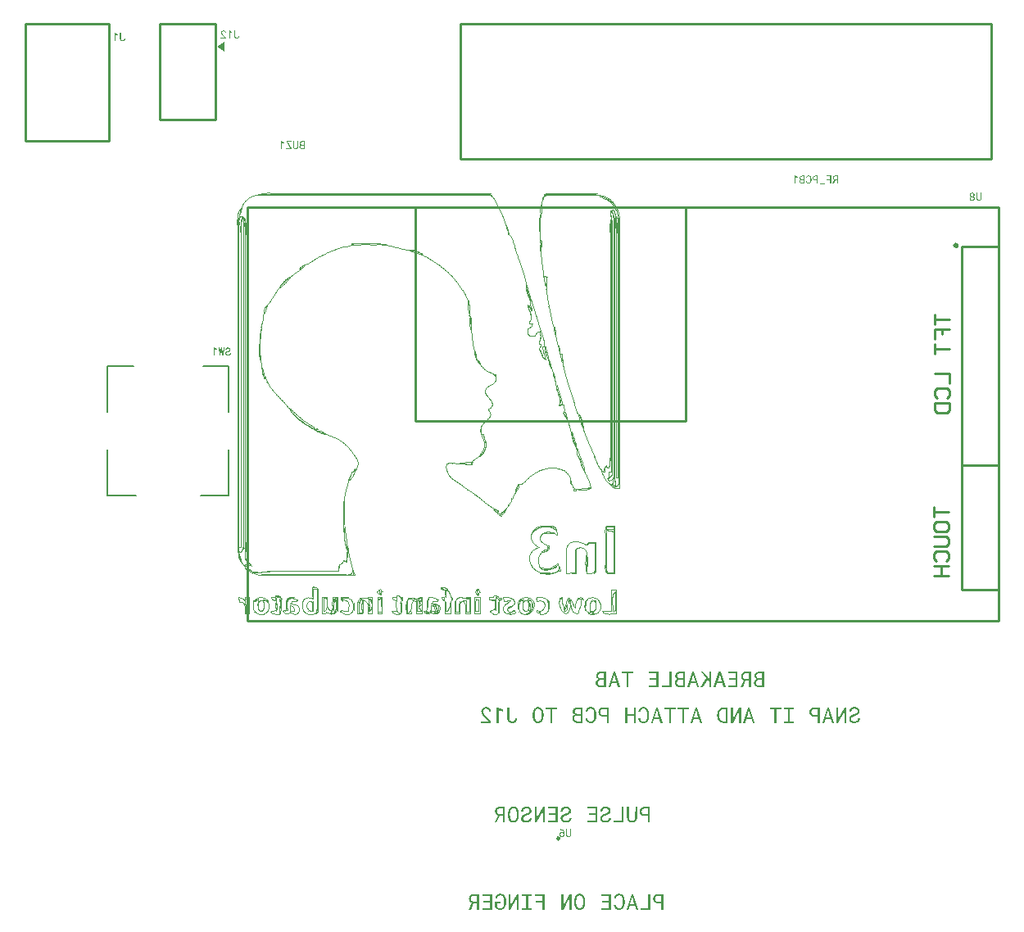
<source format=gbo>
G04 Layer_Color=13813960*
%FSLAX25Y25*%
%MOIN*%
G70*
G01*
G75*
%ADD54C,0.01000*%
%ADD94C,0.00787*%
%ADD163C,0.00050*%
G36*
X2013011Y881500D02*
X2010967D01*
X2010814Y881511D01*
X2010672Y881522D01*
X2010541Y881544D01*
X2010420Y881566D01*
X2010322Y881587D01*
X2010246Y881598D01*
X2010202Y881620D01*
X2010180D01*
X2010038Y881675D01*
X2009918Y881730D01*
X2009797Y881784D01*
X2009699Y881839D01*
X2009623Y881894D01*
X2009568Y881937D01*
X2009524Y881959D01*
X2009513Y881970D01*
X2009404Y882057D01*
X2009317Y882156D01*
X2009229Y882254D01*
X2009164Y882342D01*
X2009109Y882418D01*
X2009076Y882484D01*
X2009054Y882527D01*
X2009043Y882538D01*
X2008989Y882670D01*
X2008945Y882812D01*
X2008912Y882943D01*
X2008890Y883063D01*
X2008879Y883172D01*
X2008868Y883249D01*
Y883303D01*
Y883325D01*
X2008879Y883533D01*
X2008890Y883620D01*
X2008912Y883697D01*
X2008923Y883762D01*
X2008945Y883806D01*
X2008956Y883839D01*
Y883850D01*
X2009032Y884025D01*
X2009065Y884101D01*
X2009109Y884167D01*
X2009142Y884222D01*
X2009175Y884265D01*
X2009185Y884287D01*
X2009196Y884298D01*
X2009317Y884429D01*
X2009437Y884538D01*
X2009480Y884571D01*
X2009524Y884604D01*
X2009546Y884615D01*
X2009557Y884626D01*
X2009721Y884724D01*
X2009874Y884790D01*
X2009929Y884812D01*
X2009983Y884834D01*
X2010016Y884845D01*
X2010027D01*
X2009874Y884910D01*
X2009754Y884987D01*
X2009710Y885009D01*
X2009677Y885030D01*
X2009655Y885052D01*
X2009645D01*
X2009513Y885151D01*
X2009415Y885238D01*
X2009349Y885315D01*
X2009339Y885326D01*
X2009328Y885336D01*
X2009240Y885468D01*
X2009175Y885588D01*
X2009153Y885631D01*
X2009131Y885675D01*
X2009120Y885697D01*
Y885708D01*
X2009076Y885872D01*
X2009054Y886014D01*
X2009043Y886080D01*
Y886123D01*
Y886156D01*
Y886167D01*
Y886320D01*
X2009065Y886473D01*
X2009087Y886593D01*
X2009120Y886714D01*
X2009153Y886801D01*
X2009175Y886867D01*
X2009196Y886910D01*
X2009207Y886921D01*
X2009273Y887041D01*
X2009349Y887140D01*
X2009437Y887227D01*
X2009502Y887304D01*
X2009579Y887369D01*
X2009623Y887413D01*
X2009666Y887435D01*
X2009677Y887446D01*
X2009907Y887577D01*
X2010016Y887632D01*
X2010125Y887675D01*
X2010213Y887708D01*
X2010289Y887730D01*
X2010333Y887752D01*
X2010355D01*
X2010628Y887807D01*
X2010759Y887829D01*
X2010880Y887839D01*
X2010978Y887850D01*
X2011054Y887861D01*
X2013011D01*
Y881500D01*
D02*
G37*
G36*
X2007601D02*
X2006803D01*
Y884090D01*
X2005524D01*
X2004278Y881500D01*
X2003425D01*
X2003414Y881544D01*
X2004770Y884265D01*
X2004584Y884353D01*
X2004497Y884396D01*
X2004431Y884440D01*
X2004376Y884484D01*
X2004322Y884517D01*
X2004300Y884528D01*
X2004289Y884538D01*
X2004136Y884670D01*
X2004016Y884790D01*
X2003972Y884834D01*
X2003939Y884877D01*
X2003928Y884899D01*
X2003917Y884910D01*
X2003808Y885074D01*
X2003731Y885227D01*
X2003699Y885282D01*
X2003677Y885336D01*
X2003666Y885369D01*
Y885380D01*
X2003611Y885577D01*
X2003600Y885675D01*
X2003589Y885763D01*
X2003578Y885839D01*
Y885894D01*
Y885938D01*
Y885948D01*
X2003589Y886123D01*
X2003600Y886276D01*
X2003633Y886419D01*
X2003666Y886550D01*
X2003699Y886648D01*
X2003720Y886714D01*
X2003742Y886768D01*
X2003753Y886779D01*
X2003819Y886910D01*
X2003895Y887020D01*
X2003972Y887129D01*
X2004048Y887206D01*
X2004114Y887282D01*
X2004169Y887326D01*
X2004201Y887358D01*
X2004212Y887369D01*
X2004322Y887457D01*
X2004442Y887522D01*
X2004562Y887588D01*
X2004671Y887643D01*
X2004759Y887675D01*
X2004835Y887708D01*
X2004879Y887730D01*
X2004901D01*
X2005196Y887807D01*
X2005338Y887829D01*
X2005458Y887839D01*
X2005568Y887850D01*
X2005655Y887861D01*
X2007601D01*
Y881500D01*
D02*
G37*
G36*
X2002234D02*
X1998321D01*
Y882178D01*
X2001425D01*
Y884440D01*
X1998769D01*
Y885118D01*
X2001425D01*
Y887173D01*
X1998365D01*
Y887861D01*
X2002234D01*
Y881500D01*
D02*
G37*
G36*
X1921310Y873427D02*
X1921430Y873416D01*
X1921539Y873394D01*
X1921627Y873372D01*
X1921692Y873350D01*
X1921736Y873339D01*
X1921747Y873328D01*
X1921966Y873230D01*
X1922064Y873164D01*
X1922152Y873110D01*
X1922217Y873066D01*
X1922272Y873022D01*
X1922305Y873001D01*
X1922316Y872990D01*
X1922479Y872826D01*
X1922556Y872738D01*
X1922622Y872662D01*
X1922665Y872596D01*
X1922709Y872542D01*
X1922731Y872509D01*
X1922742Y872498D01*
X1922862Y872279D01*
X1922917Y872181D01*
X1922949Y872083D01*
X1922993Y872006D01*
X1923015Y871940D01*
X1923026Y871897D01*
X1923037Y871886D01*
X1923113Y871645D01*
X1923135Y871536D01*
X1923157Y871438D01*
X1923179Y871350D01*
X1923190Y871274D01*
X1923201Y871230D01*
Y871219D01*
X1923234Y870968D01*
X1923245Y870847D01*
Y870749D01*
X1923256Y870662D01*
Y870596D01*
Y870541D01*
Y870530D01*
Y869809D01*
X1923245Y869558D01*
X1923234Y869437D01*
X1923223Y869339D01*
Y869252D01*
X1923212Y869186D01*
X1923201Y869131D01*
Y869120D01*
X1923146Y868869D01*
X1923113Y868760D01*
X1923092Y868661D01*
X1923059Y868574D01*
X1923048Y868508D01*
X1923026Y868465D01*
Y868454D01*
X1922928Y868224D01*
X1922884Y868115D01*
X1922829Y868027D01*
X1922796Y867951D01*
X1922764Y867896D01*
X1922742Y867852D01*
X1922731Y867842D01*
X1922589Y867656D01*
X1922512Y867568D01*
X1922447Y867503D01*
X1922392Y867437D01*
X1922348Y867393D01*
X1922316Y867372D01*
X1922305Y867361D01*
X1922119Y867219D01*
X1922020Y867164D01*
X1921933Y867120D01*
X1921856Y867087D01*
X1921802Y867055D01*
X1921758Y867044D01*
X1921747Y867033D01*
X1921627Y866989D01*
X1921507Y866967D01*
X1921387Y866945D01*
X1921277Y866924D01*
X1921179D01*
X1921102Y866913D01*
X1921037D01*
X1920895Y866924D01*
X1920764Y866934D01*
X1920643Y866956D01*
X1920534Y866978D01*
X1920447Y867000D01*
X1920381Y867011D01*
X1920337Y867033D01*
X1920326D01*
X1920206Y867076D01*
X1920108Y867131D01*
X1920009Y867186D01*
X1919933Y867241D01*
X1919856Y867284D01*
X1919813Y867328D01*
X1919780Y867350D01*
X1919769Y867361D01*
X1919594Y867525D01*
X1919528Y867601D01*
X1919463Y867678D01*
X1919408Y867743D01*
X1919375Y867798D01*
X1919353Y867831D01*
X1919343Y867842D01*
X1919222Y868060D01*
X1919168Y868159D01*
X1919124Y868246D01*
X1919091Y868322D01*
X1919069Y868388D01*
X1919048Y868432D01*
Y868443D01*
X1918971Y868683D01*
X1918949Y868803D01*
X1918927Y868902D01*
X1918905Y868989D01*
X1918895Y869066D01*
X1918884Y869110D01*
Y869120D01*
X1918851Y869372D01*
X1918840Y869492D01*
X1918829Y869601D01*
Y869689D01*
X1918818Y869754D01*
Y869798D01*
Y869809D01*
Y870530D01*
X1918829Y870793D01*
X1918840Y870902D01*
X1918851Y871011D01*
X1918862Y871099D01*
X1918873Y871175D01*
X1918884Y871219D01*
Y871230D01*
X1918938Y871481D01*
X1918960Y871591D01*
X1918993Y871700D01*
X1919015Y871776D01*
X1919036Y871842D01*
X1919048Y871886D01*
X1919058Y871897D01*
X1919146Y872126D01*
X1919201Y872235D01*
X1919244Y872323D01*
X1919277Y872399D01*
X1919310Y872454D01*
X1919332Y872487D01*
X1919343Y872498D01*
X1919485Y872694D01*
X1919550Y872782D01*
X1919616Y872848D01*
X1919681Y872913D01*
X1919725Y872957D01*
X1919758Y872979D01*
X1919769Y872990D01*
X1919955Y873132D01*
X1920053Y873197D01*
X1920140Y873241D01*
X1920217Y873274D01*
X1920272Y873307D01*
X1920315Y873328D01*
X1920326D01*
X1920447Y873372D01*
X1920567Y873394D01*
X1920687Y873416D01*
X1920796Y873438D01*
X1920895D01*
X1920971Y873449D01*
X1921179D01*
X1921310Y873427D01*
D02*
G37*
G36*
X1909243Y868935D02*
X1909265Y868738D01*
X1909276Y868650D01*
X1909298Y868574D01*
X1909309Y868508D01*
X1909331Y868454D01*
X1909342Y868421D01*
Y868410D01*
X1909407Y868246D01*
X1909451Y868169D01*
X1909495Y868104D01*
X1909527Y868060D01*
X1909560Y868017D01*
X1909571Y867995D01*
X1909582Y867984D01*
X1909702Y867863D01*
X1909834Y867776D01*
X1909888Y867743D01*
X1909921Y867721D01*
X1909954Y867700D01*
X1909965D01*
X1910139Y867634D01*
X1910303Y867601D01*
X1910380D01*
X1910435Y867590D01*
X1910478D01*
X1910675Y867601D01*
X1910762Y867623D01*
X1910839Y867634D01*
X1910905Y867656D01*
X1910948Y867667D01*
X1910981Y867678D01*
X1910992D01*
X1911145Y867765D01*
X1911265Y867842D01*
X1911309Y867885D01*
X1911342Y867918D01*
X1911364Y867929D01*
X1911375Y867940D01*
X1911484Y868071D01*
X1911571Y868202D01*
X1911593Y868257D01*
X1911615Y868301D01*
X1911637Y868322D01*
Y868334D01*
X1911692Y868508D01*
X1911713Y868672D01*
X1911724Y868738D01*
X1911735Y868793D01*
Y868825D01*
Y868836D01*
X1912555D01*
X1912533Y868672D01*
X1912511Y868519D01*
X1912479Y868388D01*
X1912446Y868268D01*
X1912413Y868169D01*
X1912380Y868093D01*
X1912369Y868049D01*
X1912358Y868027D01*
X1912293Y867896D01*
X1912227Y867787D01*
X1912151Y867689D01*
X1912085Y867601D01*
X1912020Y867525D01*
X1911976Y867470D01*
X1911943Y867437D01*
X1911932Y867426D01*
X1911823Y867339D01*
X1911713Y867262D01*
X1911615Y867197D01*
X1911517Y867142D01*
X1911429Y867098D01*
X1911364Y867066D01*
X1911309Y867055D01*
X1911298Y867044D01*
X1911156Y867000D01*
X1911014Y866967D01*
X1910872Y866945D01*
X1910752Y866934D01*
X1910642Y866924D01*
X1910555Y866913D01*
X1910478D01*
X1910314Y866924D01*
X1910172Y866934D01*
X1910030Y866956D01*
X1909910Y866989D01*
X1909812Y867011D01*
X1909735Y867033D01*
X1909691Y867044D01*
X1909669Y867055D01*
X1909538Y867120D01*
X1909407Y867186D01*
X1909298Y867251D01*
X1909211Y867317D01*
X1909134Y867383D01*
X1909068Y867426D01*
X1909036Y867459D01*
X1909025Y867470D01*
X1908926Y867579D01*
X1908839Y867689D01*
X1908762Y867798D01*
X1908697Y867896D01*
X1908653Y867984D01*
X1908620Y868049D01*
X1908598Y868104D01*
X1908587Y868115D01*
X1908533Y868257D01*
X1908489Y868399D01*
X1908456Y868541D01*
X1908434Y868661D01*
X1908423Y868771D01*
X1908413Y868858D01*
Y868913D01*
Y868935D01*
Y873361D01*
X1909243D01*
Y868935D01*
D02*
G37*
G36*
X1991544Y881500D02*
X1990714D01*
Y883642D01*
X1990003Y884451D01*
X1988080Y881500D01*
X1987096D01*
X1989479Y885074D01*
X1987249Y887861D01*
X1988233D01*
X1990102Y885522D01*
X1990714Y884746D01*
Y887861D01*
X1991544D01*
Y881500D01*
D02*
G37*
G36*
X1975324D02*
X1971411D01*
Y882178D01*
X1974516D01*
Y887861D01*
X1975324D01*
Y881500D01*
D02*
G37*
G36*
X1970034D02*
X1966121D01*
Y882178D01*
X1969225D01*
Y884440D01*
X1966569D01*
Y885118D01*
X1969225D01*
Y887173D01*
X1966165D01*
Y887861D01*
X1970034D01*
Y881500D01*
D02*
G37*
G36*
X1959760Y887173D02*
X1957793D01*
Y881500D01*
X1957006D01*
Y887173D01*
X1955038D01*
Y887861D01*
X1959760D01*
Y887173D01*
D02*
G37*
G36*
X1997305Y881500D02*
X1996496D01*
X1995982Y883140D01*
X1993862D01*
X1993359Y881500D01*
X1992550D01*
X1994572Y887861D01*
X1995250D01*
X1997305Y881500D01*
D02*
G37*
G36*
X1986571D02*
X1985762D01*
X1985249Y883140D01*
X1983128D01*
X1982626Y881500D01*
X1981817D01*
X1983839Y887861D01*
X1984516D01*
X1986571Y881500D01*
D02*
G37*
G36*
X1980811D02*
X1978767D01*
X1978614Y881511D01*
X1978472Y881522D01*
X1978341Y881544D01*
X1978221Y881566D01*
X1978122Y881587D01*
X1978046Y881598D01*
X1978002Y881620D01*
X1977980D01*
X1977838Y881675D01*
X1977718Y881730D01*
X1977598Y881784D01*
X1977499Y881839D01*
X1977423Y881894D01*
X1977368Y881937D01*
X1977324Y881959D01*
X1977314Y881970D01*
X1977204Y882057D01*
X1977117Y882156D01*
X1977029Y882254D01*
X1976964Y882342D01*
X1976909Y882418D01*
X1976876Y882484D01*
X1976855Y882527D01*
X1976844Y882538D01*
X1976789Y882670D01*
X1976745Y882812D01*
X1976712Y882943D01*
X1976690Y883063D01*
X1976680Y883172D01*
X1976669Y883249D01*
Y883303D01*
Y883325D01*
X1976680Y883533D01*
X1976690Y883620D01*
X1976712Y883697D01*
X1976723Y883762D01*
X1976745Y883806D01*
X1976756Y883839D01*
Y883850D01*
X1976833Y884025D01*
X1976865Y884101D01*
X1976909Y884167D01*
X1976942Y884222D01*
X1976975Y884265D01*
X1976986Y884287D01*
X1976997Y884298D01*
X1977117Y884429D01*
X1977237Y884538D01*
X1977281Y884571D01*
X1977324Y884604D01*
X1977346Y884615D01*
X1977357Y884626D01*
X1977521Y884724D01*
X1977674Y884790D01*
X1977729Y884812D01*
X1977784Y884834D01*
X1977816Y884845D01*
X1977827D01*
X1977674Y884910D01*
X1977554Y884987D01*
X1977510Y885009D01*
X1977477Y885030D01*
X1977456Y885052D01*
X1977445D01*
X1977314Y885151D01*
X1977215Y885238D01*
X1977150Y885315D01*
X1977139Y885326D01*
X1977128Y885336D01*
X1977040Y885468D01*
X1976975Y885588D01*
X1976953Y885631D01*
X1976931Y885675D01*
X1976920Y885697D01*
Y885708D01*
X1976876Y885872D01*
X1976855Y886014D01*
X1976844Y886080D01*
Y886123D01*
Y886156D01*
Y886167D01*
Y886320D01*
X1976865Y886473D01*
X1976887Y886593D01*
X1976920Y886714D01*
X1976953Y886801D01*
X1976975Y886867D01*
X1976997Y886910D01*
X1977007Y886921D01*
X1977073Y887041D01*
X1977150Y887140D01*
X1977237Y887227D01*
X1977303Y887304D01*
X1977379Y887369D01*
X1977423Y887413D01*
X1977467Y887435D01*
X1977477Y887446D01*
X1977707Y887577D01*
X1977816Y887632D01*
X1977926Y887675D01*
X1978013Y887708D01*
X1978090Y887730D01*
X1978133Y887752D01*
X1978155D01*
X1978428Y887807D01*
X1978560Y887829D01*
X1978680Y887839D01*
X1978778Y887850D01*
X1978855Y887861D01*
X1980811D01*
Y881500D01*
D02*
G37*
G36*
X2050022Y873427D02*
X2050142Y873416D01*
X2050262Y873394D01*
X2050350Y873372D01*
X2050426Y873350D01*
X2050470Y873339D01*
X2050492Y873328D01*
X2050623Y873285D01*
X2050754Y873230D01*
X2050863Y873175D01*
X2050962Y873121D01*
X2051049Y873066D01*
X2051104Y873022D01*
X2051147Y873001D01*
X2051158Y872990D01*
X2051268Y872902D01*
X2051355Y872815D01*
X2051443Y872716D01*
X2051508Y872640D01*
X2051563Y872563D01*
X2051607Y872498D01*
X2051628Y872454D01*
X2051639Y872443D01*
X2051694Y872323D01*
X2051738Y872192D01*
X2051771Y872071D01*
X2051792Y871962D01*
X2051803Y871864D01*
X2051814Y871776D01*
Y871733D01*
Y871711D01*
X2051803Y871558D01*
X2051781Y871427D01*
X2051760Y871296D01*
X2051727Y871197D01*
X2051694Y871110D01*
X2051661Y871044D01*
X2051650Y871000D01*
X2051639Y870990D01*
X2051486Y870782D01*
X2051410Y870694D01*
X2051333Y870618D01*
X2051268Y870552D01*
X2051213Y870508D01*
X2051180Y870476D01*
X2051169Y870465D01*
X2050951Y870312D01*
X2050841Y870246D01*
X2050743Y870203D01*
X2050656Y870159D01*
X2050590Y870126D01*
X2050546Y870104D01*
X2050535Y870093D01*
X2050284Y869984D01*
X2050164Y869940D01*
X2050055Y869907D01*
X2049967Y869875D01*
X2049901Y869853D01*
X2049858Y869831D01*
X2049847D01*
X2049672Y869776D01*
X2049519Y869711D01*
X2049453Y869689D01*
X2049410Y869678D01*
X2049377Y869656D01*
X2049366D01*
X2049191Y869580D01*
X2049114Y869547D01*
X2049038Y869514D01*
X2048983Y869481D01*
X2048940Y869448D01*
X2048918Y869437D01*
X2048907Y869427D01*
X2048765Y869317D01*
X2048655Y869208D01*
X2048623Y869164D01*
X2048590Y869120D01*
X2048579Y869099D01*
X2048568Y869088D01*
X2048524Y869011D01*
X2048480Y868935D01*
X2048448Y868771D01*
X2048437Y868705D01*
X2048426Y868650D01*
Y868618D01*
Y868607D01*
Y868508D01*
X2048448Y868421D01*
X2048459Y868344D01*
X2048480Y868279D01*
X2048502Y868224D01*
X2048524Y868180D01*
X2048535Y868159D01*
X2048546Y868148D01*
X2048634Y868017D01*
X2048732Y867918D01*
X2048776Y867885D01*
X2048808Y867852D01*
X2048830Y867842D01*
X2048841Y867831D01*
X2048972Y867754D01*
X2049104Y867689D01*
X2049158Y867678D01*
X2049202Y867656D01*
X2049235Y867645D01*
X2049246D01*
X2049410Y867612D01*
X2049563Y867601D01*
X2049617Y867590D01*
X2049705D01*
X2049923Y867601D01*
X2050011Y867612D01*
X2050098Y867634D01*
X2050164Y867645D01*
X2050218Y867656D01*
X2050251Y867667D01*
X2050262D01*
X2050437Y867743D01*
X2050513Y867787D01*
X2050579Y867820D01*
X2050634Y867852D01*
X2050677Y867885D01*
X2050699Y867896D01*
X2050710Y867907D01*
X2050841Y868038D01*
X2050929Y868169D01*
X2050973Y868224D01*
X2050994Y868268D01*
X2051005Y868290D01*
X2051016Y868301D01*
X2051093Y868476D01*
X2051147Y868650D01*
X2051158Y868716D01*
X2051169Y868771D01*
X2051180Y868814D01*
Y868825D01*
X2052000D01*
X2051989Y868661D01*
X2051967Y868508D01*
X2051934Y868377D01*
X2051891Y868257D01*
X2051858Y868159D01*
X2051825Y868082D01*
X2051803Y868038D01*
X2051792Y868017D01*
X2051705Y867885D01*
X2051617Y867776D01*
X2051530Y867678D01*
X2051454Y867590D01*
X2051377Y867514D01*
X2051322Y867459D01*
X2051279Y867426D01*
X2051268Y867415D01*
X2051016Y867251D01*
X2050896Y867197D01*
X2050787Y867142D01*
X2050688Y867098D01*
X2050612Y867066D01*
X2050568Y867055D01*
X2050546Y867044D01*
X2050393Y867000D01*
X2050240Y866967D01*
X2050098Y866945D01*
X2049967Y866934D01*
X2049858Y866924D01*
X2049781Y866913D01*
X2049705D01*
X2049431Y866924D01*
X2049300Y866945D01*
X2049191Y866967D01*
X2049093Y866978D01*
X2049016Y867000D01*
X2048972Y867011D01*
X2048951D01*
X2048808Y867055D01*
X2048688Y867109D01*
X2048568Y867164D01*
X2048470Y867208D01*
X2048382Y867251D01*
X2048327Y867295D01*
X2048284Y867317D01*
X2048273Y867328D01*
X2048164Y867415D01*
X2048065Y867503D01*
X2047978Y867590D01*
X2047912Y867678D01*
X2047857Y867754D01*
X2047814Y867809D01*
X2047792Y867852D01*
X2047781Y867863D01*
X2047715Y867984D01*
X2047672Y868115D01*
X2047628Y868235D01*
X2047606Y868355D01*
X2047595Y868454D01*
X2047584Y868530D01*
Y868585D01*
Y868607D01*
X2047595Y868803D01*
X2047606Y868891D01*
X2047628Y868967D01*
X2047639Y869033D01*
X2047661Y869077D01*
X2047672Y869110D01*
Y869120D01*
X2047737Y869295D01*
X2047770Y869361D01*
X2047814Y869427D01*
X2047836Y869481D01*
X2047869Y869525D01*
X2047879Y869547D01*
X2047890Y869558D01*
X2048000Y869700D01*
X2048109Y869809D01*
X2048164Y869853D01*
X2048196Y869886D01*
X2048218Y869897D01*
X2048229Y869907D01*
X2048371Y870017D01*
X2048502Y870104D01*
X2048557Y870137D01*
X2048601Y870159D01*
X2048634Y870181D01*
X2048644D01*
X2048808Y870268D01*
X2048951Y870334D01*
X2049016Y870356D01*
X2049060Y870377D01*
X2049093Y870388D01*
X2049104D01*
X2049278Y870454D01*
X2049366Y870487D01*
X2049431Y870508D01*
X2049497Y870530D01*
X2049541Y870552D01*
X2049574Y870563D01*
X2049585D01*
X2049748Y870618D01*
X2049891Y870662D01*
X2049956Y870683D01*
X2050000Y870705D01*
X2050033Y870716D01*
X2050043D01*
X2050218Y870793D01*
X2050295Y870825D01*
X2050360Y870858D01*
X2050415Y870891D01*
X2050459Y870913D01*
X2050481Y870935D01*
X2050492D01*
X2050634Y871044D01*
X2050743Y871142D01*
X2050787Y871186D01*
X2050820Y871219D01*
X2050830Y871241D01*
X2050841Y871252D01*
X2050885Y871328D01*
X2050918Y871405D01*
X2050951Y871558D01*
X2050962Y871623D01*
X2050973Y871678D01*
Y871711D01*
Y871722D01*
X2050962Y871897D01*
X2050940Y871973D01*
X2050918Y872039D01*
X2050907Y872093D01*
X2050885Y872137D01*
X2050874Y872159D01*
Y872170D01*
X2050787Y872301D01*
X2050699Y872410D01*
X2050623Y872476D01*
X2050612Y872487D01*
X2050601Y872498D01*
X2050470Y872585D01*
X2050339Y872651D01*
X2050284Y872673D01*
X2050240Y872684D01*
X2050218Y872694D01*
X2050208D01*
X2050043Y872738D01*
X2049891Y872749D01*
X2049836Y872760D01*
X2049748D01*
X2049552Y872749D01*
X2049464Y872727D01*
X2049388Y872716D01*
X2049322Y872694D01*
X2049278Y872673D01*
X2049246Y872662D01*
X2049235D01*
X2049071Y872585D01*
X2048951Y872509D01*
X2048907Y872465D01*
X2048874Y872443D01*
X2048852Y872421D01*
X2048841Y872410D01*
X2048721Y872290D01*
X2048634Y872159D01*
X2048612Y872104D01*
X2048590Y872071D01*
X2048568Y872039D01*
Y872028D01*
X2048502Y871853D01*
X2048470Y871689D01*
X2048448Y871623D01*
Y871569D01*
X2048437Y871536D01*
Y871525D01*
X2047606D01*
X2047617Y871689D01*
X2047639Y871831D01*
X2047661Y871962D01*
X2047694Y872083D01*
X2047737Y872181D01*
X2047759Y872246D01*
X2047781Y872301D01*
X2047792Y872312D01*
X2047857Y872443D01*
X2047945Y872563D01*
X2048022Y872662D01*
X2048098Y872749D01*
X2048164Y872826D01*
X2048218Y872880D01*
X2048262Y872913D01*
X2048273Y872924D01*
X2048382Y873011D01*
X2048502Y873088D01*
X2048612Y873154D01*
X2048721Y873208D01*
X2048808Y873252D01*
X2048885Y873285D01*
X2048929Y873296D01*
X2048951Y873307D01*
X2049093Y873350D01*
X2049235Y873394D01*
X2049366Y873416D01*
X2049497Y873427D01*
X2049595Y873438D01*
X2049672Y873449D01*
X2049891D01*
X2050022Y873427D01*
D02*
G37*
G36*
X2009231Y867000D02*
X2008422D01*
X2007908Y868639D01*
X2005788D01*
X2005285Y867000D01*
X2004476D01*
X2006498Y873361D01*
X2007176D01*
X2009231Y867000D01*
D02*
G37*
G36*
X1998181D02*
X1996705D01*
X1996465Y867011D01*
X1996235Y867033D01*
X1996038Y867066D01*
X1995864Y867109D01*
X1995711Y867142D01*
X1995601Y867175D01*
X1995568Y867186D01*
X1995536Y867197D01*
X1995525Y867208D01*
X1995514D01*
X1995328Y867295D01*
X1995153Y867393D01*
X1995000Y867492D01*
X1994869Y867590D01*
X1994770Y867678D01*
X1994694Y867743D01*
X1994639Y867787D01*
X1994628Y867809D01*
X1994497Y867962D01*
X1994388Y868126D01*
X1994300Y868279D01*
X1994224Y868421D01*
X1994158Y868552D01*
X1994115Y868650D01*
X1994093Y868716D01*
X1994082Y868727D01*
Y868738D01*
X1994016Y868946D01*
X1993973Y869153D01*
X1993940Y869361D01*
X1993918Y869547D01*
X1993896Y869700D01*
X1993885Y869831D01*
Y869875D01*
Y869907D01*
Y869929D01*
Y869940D01*
Y870410D01*
X1993896Y870651D01*
X1993918Y870869D01*
X1993951Y871077D01*
X1993984Y871252D01*
X1994027Y871394D01*
X1994049Y871503D01*
X1994060Y871547D01*
X1994071Y871580D01*
X1994082Y871591D01*
Y871601D01*
X1994158Y871798D01*
X1994246Y871973D01*
X1994333Y872137D01*
X1994421Y872268D01*
X1994508Y872378D01*
X1994574Y872465D01*
X1994617Y872509D01*
X1994628Y872531D01*
X1994770Y872662D01*
X1994924Y872782D01*
X1995066Y872891D01*
X1995208Y872979D01*
X1995328Y873044D01*
X1995426Y873088D01*
X1995492Y873121D01*
X1995503Y873132D01*
X1995514D01*
X1995711Y873208D01*
X1995918Y873263D01*
X1996126Y873296D01*
X1996301Y873328D01*
X1996465Y873350D01*
X1996596Y873361D01*
X1998181D01*
Y867000D01*
D02*
G37*
G36*
X1987764D02*
X1986956D01*
X1986442Y868639D01*
X1984321D01*
X1983819Y867000D01*
X1983010D01*
X1985032Y873361D01*
X1985710D01*
X1987764Y867000D01*
D02*
G37*
G36*
X2035583D02*
X2034774D01*
Y869547D01*
X2033517D01*
X2033364Y869558D01*
X2033211Y869569D01*
X2033069Y869590D01*
X2032949Y869612D01*
X2032851Y869634D01*
X2032774Y869656D01*
X2032730Y869678D01*
X2032709D01*
X2032566Y869732D01*
X2032446Y869787D01*
X2032326Y869853D01*
X2032228Y869918D01*
X2032151Y869962D01*
X2032096Y870006D01*
X2032053Y870039D01*
X2032042Y870049D01*
X2031932Y870148D01*
X2031845Y870246D01*
X2031769Y870345D01*
X2031703Y870432D01*
X2031648Y870520D01*
X2031616Y870585D01*
X2031594Y870629D01*
X2031583Y870640D01*
X2031528Y870771D01*
X2031484Y870913D01*
X2031462Y871055D01*
X2031441Y871175D01*
X2031430Y871285D01*
X2031419Y871372D01*
Y871427D01*
Y871449D01*
X2031430Y871612D01*
X2031441Y871766D01*
X2031474Y871908D01*
X2031495Y872028D01*
X2031528Y872126D01*
X2031561Y872192D01*
X2031572Y872246D01*
X2031583Y872257D01*
X2031648Y872388D01*
X2031725Y872509D01*
X2031801Y872607D01*
X2031878Y872694D01*
X2031943Y872760D01*
X2031998Y872815D01*
X2032031Y872848D01*
X2032042Y872859D01*
X2032151Y872946D01*
X2032260Y873011D01*
X2032381Y873077D01*
X2032479Y873132D01*
X2032577Y873164D01*
X2032643Y873197D01*
X2032687Y873219D01*
X2032709D01*
X2032851Y873263D01*
X2032993Y873296D01*
X2033135Y873318D01*
X2033255Y873339D01*
X2033364Y873350D01*
X2033441Y873361D01*
X2035583D01*
Y867000D01*
D02*
G37*
G36*
X2024926Y872651D02*
X2023440D01*
Y867689D01*
X2024926D01*
Y867000D01*
X2021079D01*
Y867689D01*
X2022609D01*
Y872651D01*
X2021079D01*
Y873361D01*
X2024926D01*
Y872651D01*
D02*
G37*
G36*
X2019986Y872673D02*
X2018019D01*
Y867000D01*
X2017232D01*
Y872673D01*
X2015264D01*
Y873361D01*
X2019986D01*
Y872673D01*
D02*
G37*
G36*
X1949717Y867000D02*
X1948908D01*
Y869547D01*
X1947651D01*
X1947498Y869558D01*
X1947345Y869569D01*
X1947203Y869590D01*
X1947083Y869612D01*
X1946985Y869634D01*
X1946908Y869656D01*
X1946864Y869678D01*
X1946843D01*
X1946700Y869732D01*
X1946580Y869787D01*
X1946460Y869853D01*
X1946362Y869918D01*
X1946285Y869962D01*
X1946230Y870006D01*
X1946187Y870039D01*
X1946176Y870049D01*
X1946066Y870148D01*
X1945979Y870246D01*
X1945902Y870345D01*
X1945837Y870432D01*
X1945782Y870520D01*
X1945749Y870585D01*
X1945728Y870629D01*
X1945717Y870640D01*
X1945662Y870771D01*
X1945618Y870913D01*
X1945596Y871055D01*
X1945575Y871175D01*
X1945564Y871285D01*
X1945553Y871372D01*
Y871427D01*
Y871449D01*
X1945564Y871612D01*
X1945575Y871766D01*
X1945607Y871908D01*
X1945629Y872028D01*
X1945662Y872126D01*
X1945695Y872192D01*
X1945706Y872246D01*
X1945717Y872257D01*
X1945782Y872388D01*
X1945859Y872509D01*
X1945935Y872607D01*
X1946012Y872694D01*
X1946077Y872760D01*
X1946132Y872815D01*
X1946165Y872848D01*
X1946176Y872859D01*
X1946285Y872946D01*
X1946394Y873011D01*
X1946515Y873077D01*
X1946613Y873132D01*
X1946711Y873164D01*
X1946777Y873197D01*
X1946821Y873219D01*
X1946843D01*
X1946985Y873263D01*
X1947127Y873296D01*
X1947269Y873318D01*
X1947389Y873339D01*
X1947498Y873350D01*
X1947575Y873361D01*
X1949717D01*
Y867000D01*
D02*
G37*
G36*
X1939071D02*
X1937027D01*
X1936874Y867011D01*
X1936732Y867022D01*
X1936601Y867044D01*
X1936481Y867066D01*
X1936382Y867087D01*
X1936306Y867098D01*
X1936262Y867120D01*
X1936240D01*
X1936098Y867175D01*
X1935978Y867229D01*
X1935858Y867284D01*
X1935759Y867339D01*
X1935683Y867393D01*
X1935628Y867437D01*
X1935585Y867459D01*
X1935574Y867470D01*
X1935464Y867557D01*
X1935377Y867656D01*
X1935290Y867754D01*
X1935224Y867842D01*
X1935169Y867918D01*
X1935136Y867984D01*
X1935115Y868027D01*
X1935104Y868038D01*
X1935049Y868169D01*
X1935005Y868312D01*
X1934973Y868443D01*
X1934951Y868563D01*
X1934940Y868672D01*
X1934929Y868749D01*
Y868803D01*
Y868825D01*
X1934940Y869033D01*
X1934951Y869120D01*
X1934973Y869197D01*
X1934983Y869263D01*
X1935005Y869306D01*
X1935016Y869339D01*
Y869350D01*
X1935093Y869525D01*
X1935126Y869601D01*
X1935169Y869667D01*
X1935202Y869722D01*
X1935235Y869765D01*
X1935246Y869787D01*
X1935257Y869798D01*
X1935377Y869929D01*
X1935497Y870039D01*
X1935541Y870071D01*
X1935585Y870104D01*
X1935606Y870115D01*
X1935617Y870126D01*
X1935781Y870224D01*
X1935934Y870290D01*
X1935989Y870312D01*
X1936044Y870334D01*
X1936076Y870345D01*
X1936087D01*
X1935934Y870410D01*
X1935814Y870487D01*
X1935770Y870508D01*
X1935738Y870530D01*
X1935716Y870552D01*
X1935705D01*
X1935574Y870651D01*
X1935475Y870738D01*
X1935410Y870815D01*
X1935399Y870825D01*
X1935388Y870836D01*
X1935300Y870968D01*
X1935235Y871088D01*
X1935213Y871132D01*
X1935191Y871175D01*
X1935180Y871197D01*
Y871208D01*
X1935136Y871372D01*
X1935115Y871514D01*
X1935104Y871580D01*
Y871623D01*
Y871656D01*
Y871667D01*
Y871820D01*
X1935126Y871973D01*
X1935147Y872093D01*
X1935180Y872214D01*
X1935213Y872301D01*
X1935235Y872367D01*
X1935257Y872410D01*
X1935268Y872421D01*
X1935333Y872542D01*
X1935410Y872640D01*
X1935497Y872727D01*
X1935563Y872804D01*
X1935639Y872869D01*
X1935683Y872913D01*
X1935727Y872935D01*
X1935738Y872946D01*
X1935967Y873077D01*
X1936076Y873132D01*
X1936186Y873175D01*
X1936273Y873208D01*
X1936350Y873230D01*
X1936393Y873252D01*
X1936415D01*
X1936688Y873307D01*
X1936820Y873328D01*
X1936940Y873339D01*
X1937038Y873350D01*
X1937115Y873361D01*
X1939071D01*
Y867000D01*
D02*
G37*
G36*
X1928753Y872673D02*
X1926786D01*
Y867000D01*
X1925999D01*
Y872673D01*
X1924032D01*
Y873361D01*
X1928753D01*
Y872673D01*
D02*
G37*
G36*
X1982420D02*
X1980452D01*
Y867000D01*
X1979665D01*
Y872673D01*
X1977698D01*
Y873361D01*
X1982420D01*
Y872673D01*
D02*
G37*
G36*
X1977053D02*
X1975086D01*
Y867000D01*
X1974299D01*
Y872673D01*
X1972331D01*
Y873361D01*
X1977053D01*
Y872673D01*
D02*
G37*
G36*
X1971664Y867000D02*
X1970856D01*
X1970342Y868639D01*
X1968221D01*
X1967719Y867000D01*
X1966910D01*
X1968932Y873361D01*
X1969610D01*
X1971664Y867000D01*
D02*
G37*
G36*
X1954371Y881500D02*
X1953563D01*
X1953049Y883140D01*
X1950928D01*
X1950426Y881500D01*
X1949617D01*
X1951639Y887861D01*
X1952317D01*
X1954371Y881500D01*
D02*
G37*
G36*
X1972000Y791000D02*
X1971191D01*
Y793547D01*
X1969934D01*
X1969781Y793558D01*
X1969628Y793569D01*
X1969486Y793590D01*
X1969366Y793612D01*
X1969267Y793634D01*
X1969191Y793656D01*
X1969147Y793678D01*
X1969125D01*
X1968983Y793733D01*
X1968863Y793787D01*
X1968743Y793853D01*
X1968645Y793918D01*
X1968568Y793962D01*
X1968513Y794006D01*
X1968470Y794038D01*
X1968459Y794050D01*
X1968349Y794148D01*
X1968262Y794246D01*
X1968185Y794345D01*
X1968120Y794432D01*
X1968065Y794520D01*
X1968032Y794585D01*
X1968011Y794629D01*
X1968000Y794640D01*
X1967945Y794771D01*
X1967901Y794913D01*
X1967879Y795055D01*
X1967858Y795175D01*
X1967847Y795285D01*
X1967836Y795372D01*
Y795427D01*
Y795448D01*
X1967847Y795612D01*
X1967858Y795765D01*
X1967890Y795908D01*
X1967912Y796028D01*
X1967945Y796126D01*
X1967978Y796192D01*
X1967989Y796246D01*
X1968000Y796257D01*
X1968065Y796388D01*
X1968142Y796509D01*
X1968218Y796607D01*
X1968295Y796695D01*
X1968360Y796760D01*
X1968415Y796815D01*
X1968448Y796847D01*
X1968459Y796859D01*
X1968568Y796946D01*
X1968677Y797012D01*
X1968797Y797077D01*
X1968896Y797132D01*
X1968994Y797164D01*
X1969060Y797197D01*
X1969104Y797219D01*
X1969125D01*
X1969267Y797263D01*
X1969410Y797296D01*
X1969552Y797318D01*
X1969672Y797339D01*
X1969781Y797350D01*
X1969858Y797361D01*
X1972000D01*
Y791000D01*
D02*
G37*
G36*
X1966601D02*
X1962688D01*
Y791678D01*
X1965792D01*
Y797361D01*
X1966601D01*
Y791000D01*
D02*
G37*
G36*
X1961748D02*
X1960939D01*
X1960425Y792639D01*
X1958305D01*
X1957802Y791000D01*
X1956993D01*
X1959015Y797361D01*
X1959693D01*
X1961748Y791000D01*
D02*
G37*
G36*
X1913175D02*
X1912366D01*
X1912344Y795755D01*
X1909874Y791000D01*
X1909054D01*
Y797361D01*
X1909874D01*
X1909885Y792607D01*
X1912355Y797361D01*
X1913175D01*
Y791000D01*
D02*
G37*
G36*
X1905983Y797427D02*
X1906114Y797416D01*
X1906212Y797394D01*
X1906311Y797372D01*
X1906376Y797350D01*
X1906420Y797339D01*
X1906431Y797329D01*
X1906551Y797285D01*
X1906660Y797230D01*
X1906759Y797176D01*
X1906846Y797121D01*
X1906912Y797077D01*
X1906967Y797033D01*
X1906999Y797012D01*
X1907010Y797001D01*
X1907185Y796847D01*
X1907262Y796760D01*
X1907327Y796684D01*
X1907371Y796618D01*
X1907415Y796563D01*
X1907437Y796531D01*
X1907447Y796520D01*
X1907579Y796312D01*
X1907622Y796214D01*
X1907666Y796115D01*
X1907710Y796039D01*
X1907732Y795973D01*
X1907743Y795929D01*
X1907754Y795919D01*
X1907830Y795678D01*
X1907863Y795569D01*
X1907896Y795470D01*
X1907907Y795383D01*
X1907928Y795306D01*
X1907939Y795263D01*
Y795252D01*
X1907972Y794989D01*
X1907983Y794869D01*
X1907994Y794771D01*
Y794672D01*
X1908005Y794607D01*
Y794563D01*
Y794541D01*
Y793809D01*
X1907983Y793547D01*
X1907972Y793427D01*
X1907961Y793317D01*
X1907950Y793219D01*
X1907939Y793153D01*
X1907928Y793110D01*
Y793088D01*
X1907874Y792836D01*
X1907841Y792727D01*
X1907808Y792629D01*
X1907775Y792541D01*
X1907754Y792476D01*
X1907732Y792432D01*
Y792421D01*
X1907622Y792191D01*
X1907557Y792093D01*
X1907513Y792006D01*
X1907458Y791929D01*
X1907426Y791874D01*
X1907404Y791831D01*
X1907393Y791820D01*
X1907240Y791634D01*
X1907163Y791546D01*
X1907087Y791481D01*
X1907032Y791415D01*
X1906977Y791372D01*
X1906945Y791350D01*
X1906934Y791339D01*
X1906726Y791208D01*
X1906628Y791153D01*
X1906540Y791109D01*
X1906464Y791077D01*
X1906398Y791055D01*
X1906354Y791033D01*
X1906343D01*
X1906092Y790967D01*
X1905972Y790945D01*
X1905863Y790934D01*
X1905764Y790924D01*
X1905688Y790913D01*
X1905622D01*
X1905393Y790924D01*
X1905185Y790945D01*
X1904988Y790978D01*
X1904824Y791022D01*
X1904682Y791066D01*
X1904573Y791098D01*
X1904507Y791120D01*
X1904496Y791131D01*
X1904485D01*
X1904300Y791229D01*
X1904114Y791339D01*
X1903961Y791459D01*
X1903819Y791568D01*
X1903709Y791667D01*
X1903622Y791754D01*
X1903578Y791809D01*
X1903556Y791831D01*
X1903567Y794159D01*
X1905633D01*
Y793481D01*
X1904343D01*
X1904354Y792049D01*
X1904431Y791951D01*
X1904518Y791885D01*
X1904584Y791831D01*
X1904595Y791820D01*
X1904606D01*
X1904715Y791765D01*
X1904813Y791721D01*
X1904857Y791700D01*
X1904890Y791689D01*
X1904912Y791678D01*
X1904923D01*
X1905043Y791645D01*
X1905163Y791623D01*
X1905207Y791612D01*
X1905240Y791601D01*
X1905272D01*
X1905404Y791590D01*
X1905622D01*
X1905819Y791612D01*
X1905906Y791634D01*
X1905983Y791645D01*
X1906048Y791667D01*
X1906092Y791689D01*
X1906125Y791700D01*
X1906136D01*
X1906300Y791787D01*
X1906420Y791863D01*
X1906475Y791907D01*
X1906507Y791940D01*
X1906529Y791951D01*
X1906540Y791962D01*
X1906660Y792093D01*
X1906748Y792213D01*
X1906781Y792268D01*
X1906813Y792312D01*
X1906824Y792334D01*
X1906835Y792344D01*
X1906912Y792508D01*
X1906977Y792661D01*
X1906999Y792716D01*
X1907021Y792760D01*
X1907032Y792793D01*
Y792803D01*
X1907087Y792989D01*
X1907109Y793077D01*
X1907120Y793153D01*
X1907130Y793219D01*
X1907141Y793262D01*
X1907152Y793295D01*
Y793306D01*
X1907174Y793492D01*
Y793579D01*
X1907185Y793656D01*
Y793722D01*
Y793765D01*
Y793798D01*
Y793809D01*
Y794552D01*
Y794727D01*
X1907174Y794815D01*
Y794891D01*
Y794957D01*
X1907163Y795000D01*
Y795033D01*
Y795044D01*
X1907130Y795230D01*
X1907120Y795306D01*
X1907098Y795383D01*
X1907087Y795448D01*
X1907076Y795492D01*
X1907065Y795525D01*
Y795536D01*
X1906999Y795711D01*
X1906977Y795798D01*
X1906945Y795864D01*
X1906923Y795919D01*
X1906901Y795973D01*
X1906879Y795995D01*
Y796006D01*
X1906792Y796159D01*
X1906704Y796279D01*
X1906660Y796323D01*
X1906628Y796356D01*
X1906617Y796378D01*
X1906606Y796388D01*
X1906475Y796509D01*
X1906343Y796596D01*
X1906289Y796618D01*
X1906245Y796640D01*
X1906223Y796662D01*
X1906212D01*
X1906038Y796716D01*
X1905873Y796749D01*
X1905808Y796760D01*
X1905699D01*
X1905491Y796749D01*
X1905404Y796727D01*
X1905327Y796716D01*
X1905261Y796695D01*
X1905218Y796673D01*
X1905185Y796662D01*
X1905174D01*
X1905010Y796574D01*
X1904890Y796498D01*
X1904846Y796454D01*
X1904813Y796432D01*
X1904791Y796410D01*
X1904781Y796399D01*
X1904671Y796268D01*
X1904584Y796137D01*
X1904562Y796082D01*
X1904540Y796039D01*
X1904518Y796006D01*
Y795995D01*
X1904453Y795820D01*
X1904409Y795656D01*
X1904387Y795591D01*
X1904376Y795536D01*
X1904365Y795503D01*
Y795492D01*
X1903567D01*
X1903589Y795656D01*
X1903622Y795809D01*
X1903655Y795940D01*
X1903687Y796061D01*
X1903731Y796159D01*
X1903753Y796236D01*
X1903775Y796290D01*
X1903786Y796301D01*
X1903852Y796432D01*
X1903928Y796552D01*
X1904004Y796651D01*
X1904070Y796738D01*
X1904136Y796815D01*
X1904190Y796869D01*
X1904223Y796902D01*
X1904234Y796913D01*
X1904343Y797001D01*
X1904453Y797088D01*
X1904562Y797154D01*
X1904660Y797208D01*
X1904759Y797252D01*
X1904824Y797285D01*
X1904868Y797296D01*
X1904890Y797307D01*
X1905032Y797350D01*
X1905174Y797394D01*
X1905316Y797416D01*
X1905436Y797427D01*
X1905546Y797438D01*
X1905633Y797449D01*
X1905852D01*
X1905983Y797427D01*
D02*
G37*
G36*
X1954283D02*
X1954403Y797416D01*
X1954512Y797394D01*
X1954599Y797372D01*
X1954665Y797350D01*
X1954709Y797339D01*
X1954720Y797329D01*
X1954938Y797230D01*
X1955037Y797186D01*
X1955124Y797132D01*
X1955190Y797088D01*
X1955244Y797055D01*
X1955277Y797033D01*
X1955288Y797022D01*
X1955463Y796869D01*
X1955539Y796793D01*
X1955605Y796716D01*
X1955649Y796651D01*
X1955692Y796596D01*
X1955714Y796563D01*
X1955725Y796552D01*
X1955856Y796356D01*
X1955900Y796257D01*
X1955944Y796170D01*
X1955988Y796082D01*
X1956009Y796028D01*
X1956020Y795984D01*
X1956031Y795973D01*
X1956108Y795744D01*
X1956141Y795634D01*
X1956162Y795536D01*
X1956184Y795448D01*
X1956195Y795372D01*
X1956206Y795328D01*
Y795317D01*
X1956239Y795066D01*
X1956250Y794946D01*
X1956261Y794836D01*
Y794749D01*
X1956272Y794683D01*
Y794629D01*
Y794618D01*
Y793733D01*
X1956261Y793470D01*
X1956250Y793350D01*
X1956239Y793241D01*
X1956228Y793153D01*
X1956217Y793088D01*
X1956206Y793033D01*
Y793022D01*
X1956152Y792782D01*
X1956130Y792661D01*
X1956097Y792563D01*
X1956075Y792486D01*
X1956053Y792421D01*
X1956031Y792377D01*
Y792366D01*
X1955933Y792148D01*
X1955878Y792049D01*
X1955835Y791962D01*
X1955791Y791885D01*
X1955758Y791831D01*
X1955736Y791798D01*
X1955725Y791787D01*
X1955583Y791601D01*
X1955507Y791525D01*
X1955441Y791459D01*
X1955375Y791404D01*
X1955332Y791361D01*
X1955299Y791339D01*
X1955288Y791328D01*
X1955091Y791197D01*
X1954993Y791142D01*
X1954906Y791098D01*
X1954829Y791066D01*
X1954774Y791044D01*
X1954731Y791022D01*
X1954720D01*
X1954479Y790956D01*
X1954359Y790934D01*
X1954250Y790924D01*
X1954151D01*
X1954075Y790913D01*
X1954009D01*
X1953845Y790924D01*
X1953681Y790934D01*
X1953539Y790956D01*
X1953419Y790989D01*
X1953321Y791011D01*
X1953244Y791033D01*
X1953200Y791044D01*
X1953178Y791055D01*
X1953036Y791109D01*
X1952916Y791175D01*
X1952807Y791241D01*
X1952709Y791306D01*
X1952632Y791372D01*
X1952567Y791415D01*
X1952534Y791448D01*
X1952523Y791459D01*
X1952424Y791568D01*
X1952337Y791678D01*
X1952260Y791776D01*
X1952206Y791874D01*
X1952151Y791962D01*
X1952118Y792027D01*
X1952097Y792082D01*
X1952085Y792093D01*
X1952020Y792235D01*
X1951976Y792377D01*
X1951933Y792519D01*
X1951900Y792639D01*
X1951878Y792749D01*
X1951867Y792836D01*
X1951856Y792891D01*
Y792913D01*
X1952665D01*
X1952698Y792705D01*
X1952719Y792607D01*
X1952741Y792530D01*
X1952763Y792465D01*
X1952785Y792410D01*
X1952796Y792377D01*
Y792366D01*
X1952883Y792202D01*
X1952927Y792126D01*
X1952960Y792060D01*
X1953004Y792017D01*
X1953025Y791973D01*
X1953047Y791951D01*
X1953058Y791940D01*
X1953189Y791820D01*
X1953321Y791732D01*
X1953375Y791700D01*
X1953408Y791678D01*
X1953441Y791656D01*
X1953452D01*
X1953638Y791601D01*
X1953812Y791568D01*
X1953889D01*
X1953955Y791557D01*
X1954009D01*
X1954206Y791568D01*
X1954293Y791590D01*
X1954370Y791612D01*
X1954425Y791623D01*
X1954468Y791645D01*
X1954501Y791656D01*
X1954512D01*
X1954665Y791743D01*
X1954785Y791820D01*
X1954829Y791863D01*
X1954862Y791896D01*
X1954884Y791907D01*
X1954895Y791918D01*
X1955004Y792049D01*
X1955091Y792170D01*
X1955124Y792213D01*
X1955146Y792257D01*
X1955168Y792279D01*
Y792290D01*
X1955233Y792454D01*
X1955288Y792607D01*
X1955310Y792661D01*
X1955321Y792705D01*
X1955332Y792738D01*
Y792749D01*
X1955375Y792924D01*
X1955386Y793011D01*
X1955408Y793088D01*
X1955419Y793153D01*
Y793197D01*
X1955430Y793230D01*
Y793241D01*
X1955441Y793427D01*
Y793503D01*
X1955452Y793579D01*
Y793645D01*
Y793689D01*
Y793722D01*
Y793733D01*
Y794629D01*
Y794804D01*
X1955441Y794957D01*
Y795022D01*
X1955430Y795066D01*
Y795099D01*
Y795110D01*
X1955397Y795295D01*
X1955386Y795372D01*
X1955364Y795448D01*
X1955354Y795514D01*
X1955343Y795558D01*
X1955332Y795591D01*
Y795602D01*
X1955277Y795776D01*
X1955255Y795853D01*
X1955223Y795919D01*
X1955201Y795984D01*
X1955179Y796028D01*
X1955168Y796050D01*
Y796061D01*
X1955080Y796214D01*
X1954993Y796334D01*
X1954949Y796378D01*
X1954916Y796410D01*
X1954906Y796421D01*
X1954895Y796432D01*
X1954763Y796542D01*
X1954643Y796618D01*
X1954589Y796651D01*
X1954545Y796673D01*
X1954523Y796684D01*
X1954512D01*
X1954337Y796738D01*
X1954173Y796771D01*
X1954108Y796782D01*
X1953889D01*
X1953780Y796760D01*
X1953692Y796749D01*
X1953605Y796727D01*
X1953539Y796705D01*
X1953495Y796695D01*
X1953463Y796673D01*
X1953452D01*
X1953288Y796585D01*
X1953168Y796487D01*
X1953124Y796443D01*
X1953091Y796410D01*
X1953069Y796388D01*
X1953058Y796378D01*
X1952949Y796236D01*
X1952862Y796093D01*
X1952840Y796028D01*
X1952818Y795984D01*
X1952796Y795951D01*
Y795940D01*
X1952730Y795755D01*
X1952709Y795667D01*
X1952698Y795580D01*
X1952676Y795514D01*
Y795459D01*
X1952665Y795416D01*
Y795405D01*
X1951856D01*
X1951878Y795569D01*
X1951911Y795733D01*
X1951943Y795875D01*
X1951987Y795995D01*
X1952020Y796093D01*
X1952053Y796170D01*
X1952064Y796214D01*
X1952075Y796236D01*
X1952140Y796378D01*
X1952217Y796498D01*
X1952282Y796607D01*
X1952359Y796705D01*
X1952413Y796782D01*
X1952468Y796837D01*
X1952501Y796869D01*
X1952512Y796880D01*
X1952610Y796979D01*
X1952719Y797066D01*
X1952829Y797132D01*
X1952927Y797186D01*
X1953025Y797241D01*
X1953091Y797274D01*
X1953135Y797285D01*
X1953157Y797296D01*
X1953299Y797350D01*
X1953441Y797383D01*
X1953594Y797416D01*
X1953725Y797427D01*
X1953834Y797438D01*
X1953933Y797449D01*
X1954151D01*
X1954283Y797427D01*
D02*
G37*
G36*
X1902278Y791000D02*
X1898365D01*
Y791678D01*
X1901469D01*
Y793940D01*
X1898813D01*
Y794618D01*
X1901469D01*
Y796673D01*
X1898408D01*
Y797361D01*
X1902278D01*
Y791000D01*
D02*
G37*
G36*
X1896911D02*
X1896113D01*
Y793590D01*
X1894834D01*
X1893588Y791000D01*
X1892736D01*
X1892725Y791044D01*
X1894080Y793765D01*
X1893894Y793853D01*
X1893807Y793896D01*
X1893741Y793940D01*
X1893686Y793984D01*
X1893632Y794017D01*
X1893610Y794028D01*
X1893599Y794038D01*
X1893446Y794170D01*
X1893326Y794290D01*
X1893282Y794334D01*
X1893249Y794377D01*
X1893238Y794399D01*
X1893228Y794410D01*
X1893118Y794574D01*
X1893042Y794727D01*
X1893009Y794782D01*
X1892987Y794836D01*
X1892976Y794869D01*
Y794880D01*
X1892921Y795077D01*
X1892911Y795175D01*
X1892900Y795263D01*
X1892889Y795339D01*
Y795394D01*
Y795438D01*
Y795448D01*
X1892900Y795623D01*
X1892911Y795776D01*
X1892943Y795919D01*
X1892976Y796050D01*
X1893009Y796148D01*
X1893031Y796214D01*
X1893053Y796268D01*
X1893064Y796279D01*
X1893129Y796410D01*
X1893206Y796520D01*
X1893282Y796629D01*
X1893359Y796705D01*
X1893424Y796782D01*
X1893479Y796826D01*
X1893512Y796859D01*
X1893523Y796869D01*
X1893632Y796957D01*
X1893752Y797022D01*
X1893872Y797088D01*
X1893982Y797143D01*
X1894069Y797176D01*
X1894146Y797208D01*
X1894189Y797230D01*
X1894211D01*
X1894506Y797307D01*
X1894648Y797329D01*
X1894769Y797339D01*
X1894878Y797350D01*
X1894965Y797361D01*
X1896911D01*
Y791000D01*
D02*
G37*
G36*
X1938226Y797427D02*
X1938346Y797416D01*
X1938456Y797394D01*
X1938543Y797372D01*
X1938609Y797350D01*
X1938653Y797339D01*
X1938663Y797329D01*
X1938882Y797230D01*
X1938980Y797164D01*
X1939068Y797110D01*
X1939133Y797066D01*
X1939188Y797022D01*
X1939221Y797001D01*
X1939232Y796990D01*
X1939396Y796826D01*
X1939472Y796738D01*
X1939538Y796662D01*
X1939582Y796596D01*
X1939625Y796542D01*
X1939647Y796509D01*
X1939658Y796498D01*
X1939778Y796279D01*
X1939833Y796181D01*
X1939866Y796082D01*
X1939910Y796006D01*
X1939931Y795940D01*
X1939942Y795897D01*
X1939953Y795886D01*
X1940030Y795645D01*
X1940052Y795536D01*
X1940074Y795438D01*
X1940095Y795350D01*
X1940106Y795274D01*
X1940117Y795230D01*
Y795219D01*
X1940150Y794968D01*
X1940161Y794847D01*
Y794749D01*
X1940172Y794662D01*
Y794596D01*
Y794541D01*
Y794530D01*
Y793809D01*
X1940161Y793558D01*
X1940150Y793437D01*
X1940139Y793339D01*
Y793252D01*
X1940128Y793186D01*
X1940117Y793131D01*
Y793120D01*
X1940063Y792869D01*
X1940030Y792760D01*
X1940008Y792661D01*
X1939975Y792574D01*
X1939964Y792508D01*
X1939942Y792465D01*
Y792454D01*
X1939844Y792224D01*
X1939800Y792115D01*
X1939746Y792027D01*
X1939713Y791951D01*
X1939680Y791896D01*
X1939658Y791853D01*
X1939647Y791842D01*
X1939505Y791656D01*
X1939429Y791568D01*
X1939363Y791503D01*
X1939308Y791437D01*
X1939265Y791394D01*
X1939232Y791372D01*
X1939221Y791361D01*
X1939035Y791219D01*
X1938937Y791164D01*
X1938849Y791120D01*
X1938773Y791087D01*
X1938718Y791055D01*
X1938674Y791044D01*
X1938663Y791033D01*
X1938543Y790989D01*
X1938423Y790967D01*
X1938303Y790945D01*
X1938194Y790924D01*
X1938095D01*
X1938019Y790913D01*
X1937953D01*
X1937811Y790924D01*
X1937680Y790934D01*
X1937560Y790956D01*
X1937450Y790978D01*
X1937363Y791000D01*
X1937297Y791011D01*
X1937254Y791033D01*
X1937243D01*
X1937122Y791077D01*
X1937024Y791131D01*
X1936926Y791186D01*
X1936849Y791241D01*
X1936773Y791284D01*
X1936729Y791328D01*
X1936696Y791350D01*
X1936685Y791361D01*
X1936510Y791525D01*
X1936445Y791601D01*
X1936379Y791678D01*
X1936325Y791743D01*
X1936292Y791798D01*
X1936270Y791831D01*
X1936259Y791842D01*
X1936139Y792060D01*
X1936084Y792159D01*
X1936040Y792246D01*
X1936007Y792322D01*
X1935986Y792388D01*
X1935964Y792432D01*
Y792443D01*
X1935887Y792683D01*
X1935865Y792803D01*
X1935844Y792902D01*
X1935822Y792989D01*
X1935811Y793066D01*
X1935800Y793110D01*
Y793120D01*
X1935767Y793372D01*
X1935756Y793492D01*
X1935745Y793601D01*
Y793689D01*
X1935734Y793754D01*
Y793798D01*
Y793809D01*
Y794530D01*
X1935745Y794793D01*
X1935756Y794902D01*
X1935767Y795011D01*
X1935778Y795099D01*
X1935789Y795175D01*
X1935800Y795219D01*
Y795230D01*
X1935855Y795481D01*
X1935876Y795591D01*
X1935909Y795700D01*
X1935931Y795776D01*
X1935953Y795842D01*
X1935964Y795886D01*
X1935975Y795897D01*
X1936062Y796126D01*
X1936117Y796236D01*
X1936160Y796323D01*
X1936193Y796399D01*
X1936226Y796454D01*
X1936248Y796487D01*
X1936259Y796498D01*
X1936401Y796695D01*
X1936467Y796782D01*
X1936532Y796847D01*
X1936598Y796913D01*
X1936641Y796957D01*
X1936674Y796979D01*
X1936685Y796990D01*
X1936871Y797132D01*
X1936969Y797197D01*
X1937057Y797241D01*
X1937133Y797274D01*
X1937188Y797307D01*
X1937232Y797329D01*
X1937243D01*
X1937363Y797372D01*
X1937483Y797394D01*
X1937603Y797416D01*
X1937713Y797438D01*
X1937811D01*
X1937888Y797449D01*
X1938095D01*
X1938226Y797427D01*
D02*
G37*
G36*
X1950577Y791000D02*
X1946664D01*
Y791678D01*
X1949768D01*
Y793940D01*
X1947112D01*
Y794618D01*
X1949768D01*
Y796673D01*
X1946708D01*
Y797361D01*
X1950577D01*
Y791000D01*
D02*
G37*
G36*
X1923700D02*
X1922881D01*
Y793809D01*
X1920235D01*
Y794487D01*
X1922881D01*
Y796673D01*
X1919798D01*
Y797361D01*
X1923700D01*
Y791000D01*
D02*
G37*
G36*
X1918410Y796651D02*
X1916924D01*
Y791689D01*
X1918410D01*
Y791000D01*
X1914563D01*
Y791689D01*
X1916093D01*
Y796651D01*
X1914563D01*
Y797361D01*
X1918410D01*
Y796651D01*
D02*
G37*
G36*
X1934641Y791000D02*
X1933832D01*
X1933811Y795755D01*
X1931340Y791000D01*
X1930521D01*
Y797361D01*
X1931340D01*
X1931351Y792607D01*
X1933821Y797361D01*
X1934641D01*
Y791000D01*
D02*
G37*
G36*
X1966500Y826500D02*
X1965691D01*
Y829047D01*
X1964434D01*
X1964281Y829058D01*
X1964128Y829068D01*
X1963986Y829090D01*
X1963866Y829112D01*
X1963767Y829134D01*
X1963691Y829156D01*
X1963647Y829178D01*
X1963625D01*
X1963483Y829233D01*
X1963363Y829287D01*
X1963243Y829353D01*
X1963144Y829418D01*
X1963068Y829462D01*
X1963013Y829506D01*
X1962970Y829539D01*
X1962959Y829550D01*
X1962849Y829648D01*
X1962762Y829746D01*
X1962685Y829845D01*
X1962620Y829932D01*
X1962565Y830019D01*
X1962532Y830085D01*
X1962511Y830129D01*
X1962500Y830140D01*
X1962445Y830271D01*
X1962401Y830413D01*
X1962379Y830555D01*
X1962358Y830675D01*
X1962347Y830785D01*
X1962336Y830872D01*
Y830927D01*
Y830949D01*
X1962347Y831112D01*
X1962358Y831266D01*
X1962390Y831408D01*
X1962412Y831528D01*
X1962445Y831626D01*
X1962478Y831692D01*
X1962489Y831746D01*
X1962500Y831757D01*
X1962565Y831888D01*
X1962642Y832009D01*
X1962718Y832107D01*
X1962795Y832195D01*
X1962860Y832260D01*
X1962915Y832315D01*
X1962948Y832348D01*
X1962959Y832358D01*
X1963068Y832446D01*
X1963177Y832512D01*
X1963297Y832577D01*
X1963396Y832632D01*
X1963494Y832664D01*
X1963560Y832697D01*
X1963604Y832719D01*
X1963625D01*
X1963767Y832763D01*
X1963910Y832796D01*
X1964052Y832817D01*
X1964172Y832839D01*
X1964281Y832850D01*
X1964358Y832861D01*
X1966500D01*
Y826500D01*
D02*
G37*
G36*
X1955734D02*
X1951821D01*
Y827178D01*
X1954925D01*
Y832861D01*
X1955734D01*
Y826500D01*
D02*
G37*
G36*
X1945077D02*
X1941164D01*
Y827178D01*
X1944268D01*
Y829440D01*
X1941612D01*
Y830118D01*
X1944268D01*
Y832173D01*
X1941208D01*
Y832861D01*
X1945077D01*
Y826500D01*
D02*
G37*
G36*
X1948611Y881500D02*
X1946568D01*
X1946414Y881511D01*
X1946272Y881522D01*
X1946141Y881544D01*
X1946021Y881566D01*
X1945923Y881587D01*
X1945846Y881598D01*
X1945802Y881620D01*
X1945781D01*
X1945638Y881675D01*
X1945518Y881730D01*
X1945398Y881784D01*
X1945300Y881839D01*
X1945223Y881894D01*
X1945168Y881937D01*
X1945125Y881959D01*
X1945114Y881970D01*
X1945004Y882057D01*
X1944917Y882156D01*
X1944830Y882254D01*
X1944764Y882342D01*
X1944709Y882418D01*
X1944677Y882484D01*
X1944655Y882527D01*
X1944644Y882538D01*
X1944589Y882670D01*
X1944545Y882812D01*
X1944513Y882943D01*
X1944491Y883063D01*
X1944480Y883172D01*
X1944469Y883249D01*
Y883303D01*
Y883325D01*
X1944480Y883533D01*
X1944491Y883620D01*
X1944513Y883697D01*
X1944523Y883762D01*
X1944545Y883806D01*
X1944556Y883839D01*
Y883850D01*
X1944633Y884025D01*
X1944666Y884101D01*
X1944709Y884167D01*
X1944742Y884222D01*
X1944775Y884265D01*
X1944786Y884287D01*
X1944797Y884298D01*
X1944917Y884429D01*
X1945037Y884538D01*
X1945081Y884571D01*
X1945125Y884604D01*
X1945147Y884615D01*
X1945157Y884626D01*
X1945321Y884724D01*
X1945474Y884790D01*
X1945529Y884812D01*
X1945584Y884834D01*
X1945617Y884845D01*
X1945628D01*
X1945474Y884910D01*
X1945354Y884987D01*
X1945311Y885009D01*
X1945278Y885030D01*
X1945256Y885052D01*
X1945245D01*
X1945114Y885151D01*
X1945015Y885238D01*
X1944950Y885315D01*
X1944939Y885326D01*
X1944928Y885336D01*
X1944840Y885468D01*
X1944775Y885588D01*
X1944753Y885631D01*
X1944731Y885675D01*
X1944720Y885697D01*
Y885708D01*
X1944677Y885872D01*
X1944655Y886014D01*
X1944644Y886080D01*
Y886123D01*
Y886156D01*
Y886167D01*
Y886320D01*
X1944666Y886473D01*
X1944687Y886593D01*
X1944720Y886714D01*
X1944753Y886801D01*
X1944775Y886867D01*
X1944797Y886910D01*
X1944808Y886921D01*
X1944873Y887041D01*
X1944950Y887140D01*
X1945037Y887227D01*
X1945103Y887304D01*
X1945179Y887369D01*
X1945223Y887413D01*
X1945267Y887435D01*
X1945278Y887446D01*
X1945507Y887577D01*
X1945617Y887632D01*
X1945726Y887675D01*
X1945813Y887708D01*
X1945890Y887730D01*
X1945934Y887752D01*
X1945955D01*
X1946229Y887807D01*
X1946360Y887829D01*
X1946480Y887839D01*
X1946578Y887850D01*
X1946655Y887861D01*
X1948611D01*
Y881500D01*
D02*
G37*
G36*
X1923775Y826500D02*
X1922966D01*
X1922944Y831255D01*
X1920474Y826500D01*
X1919654D01*
Y832861D01*
X1920474D01*
X1920485Y828107D01*
X1922955Y832861D01*
X1923775D01*
Y826500D01*
D02*
G37*
G36*
X1961363Y828544D02*
X1961352Y828380D01*
X1961341Y828227D01*
X1961319Y828085D01*
X1961286Y827965D01*
X1961254Y827866D01*
X1961232Y827779D01*
X1961221Y827735D01*
X1961210Y827713D01*
X1961144Y827571D01*
X1961079Y827440D01*
X1961002Y827320D01*
X1960937Y827221D01*
X1960882Y827134D01*
X1960827Y827079D01*
X1960794Y827036D01*
X1960784Y827025D01*
X1960674Y826926D01*
X1960565Y826839D01*
X1960456Y826762D01*
X1960357Y826697D01*
X1960259Y826642D01*
X1960193Y826609D01*
X1960150Y826587D01*
X1960128Y826577D01*
X1959986Y826522D01*
X1959833Y826478D01*
X1959691Y826456D01*
X1959559Y826434D01*
X1959450Y826423D01*
X1959363Y826413D01*
X1959286D01*
X1959122Y826423D01*
X1958958Y826434D01*
X1958816Y826467D01*
X1958696Y826500D01*
X1958598Y826522D01*
X1958521Y826555D01*
X1958477Y826566D01*
X1958455Y826577D01*
X1958313Y826642D01*
X1958193Y826719D01*
X1958084Y826795D01*
X1957985Y826861D01*
X1957909Y826926D01*
X1957843Y826981D01*
X1957811Y827014D01*
X1957800Y827025D01*
X1957701Y827134D01*
X1957614Y827254D01*
X1957537Y827374D01*
X1957472Y827484D01*
X1957428Y827571D01*
X1957395Y827648D01*
X1957373Y827691D01*
X1957363Y827713D01*
X1957308Y827866D01*
X1957275Y828008D01*
X1957242Y828150D01*
X1957231Y828282D01*
X1957220Y828380D01*
X1957210Y828467D01*
Y828522D01*
Y828544D01*
Y832861D01*
X1957997D01*
X1958007Y828544D01*
X1958029Y828336D01*
X1958040Y828249D01*
X1958062Y828161D01*
X1958073Y828096D01*
X1958095Y828041D01*
X1958106Y828008D01*
Y827997D01*
X1958171Y827812D01*
X1958215Y827735D01*
X1958259Y827670D01*
X1958292Y827604D01*
X1958324Y827560D01*
X1958335Y827538D01*
X1958346Y827527D01*
X1958466Y827396D01*
X1958598Y827298D01*
X1958652Y827254D01*
X1958696Y827232D01*
X1958729Y827221D01*
X1958740Y827210D01*
X1958827Y827167D01*
X1958925Y827145D01*
X1959013Y827123D01*
X1959100Y827101D01*
X1959177D01*
X1959232Y827090D01*
X1959286D01*
X1959395Y827101D01*
X1959505Y827112D01*
X1959592Y827134D01*
X1959669Y827156D01*
X1959745Y827178D01*
X1959789Y827189D01*
X1959822Y827210D01*
X1959833D01*
X1959997Y827320D01*
X1960062Y827374D01*
X1960128Y827429D01*
X1960172Y827473D01*
X1960204Y827506D01*
X1960226Y827527D01*
X1960237Y827538D01*
X1960336Y827691D01*
X1960412Y827844D01*
X1960445Y827899D01*
X1960456Y827954D01*
X1960478Y827987D01*
Y827997D01*
X1960532Y828194D01*
X1960543Y828282D01*
X1960554Y828369D01*
X1960565Y828446D01*
Y828500D01*
Y828533D01*
Y828544D01*
X1960587Y832861D01*
X1961352D01*
X1961363Y828544D01*
D02*
G37*
G36*
X1932639Y832927D02*
X1932759Y832916D01*
X1932879Y832894D01*
X1932967Y832872D01*
X1933043Y832850D01*
X1933087Y832839D01*
X1933109Y832829D01*
X1933240Y832785D01*
X1933371Y832730D01*
X1933480Y832675D01*
X1933579Y832621D01*
X1933666Y832566D01*
X1933721Y832522D01*
X1933765Y832501D01*
X1933776Y832490D01*
X1933885Y832402D01*
X1933972Y832315D01*
X1934060Y832216D01*
X1934125Y832140D01*
X1934180Y832063D01*
X1934224Y831998D01*
X1934246Y831954D01*
X1934257Y831943D01*
X1934311Y831823D01*
X1934355Y831692D01*
X1934388Y831571D01*
X1934410Y831462D01*
X1934420Y831364D01*
X1934431Y831276D01*
Y831233D01*
Y831211D01*
X1934420Y831058D01*
X1934399Y830927D01*
X1934377Y830795D01*
X1934344Y830697D01*
X1934311Y830610D01*
X1934278Y830544D01*
X1934267Y830500D01*
X1934257Y830490D01*
X1934104Y830282D01*
X1934027Y830194D01*
X1933950Y830118D01*
X1933885Y830052D01*
X1933830Y830009D01*
X1933797Y829976D01*
X1933787Y829965D01*
X1933568Y829812D01*
X1933459Y829746D01*
X1933360Y829702D01*
X1933273Y829659D01*
X1933207Y829626D01*
X1933163Y829604D01*
X1933153Y829593D01*
X1932901Y829484D01*
X1932781Y829440D01*
X1932672Y829407D01*
X1932584Y829375D01*
X1932519Y829353D01*
X1932475Y829331D01*
X1932464D01*
X1932289Y829276D01*
X1932136Y829211D01*
X1932071Y829189D01*
X1932027Y829178D01*
X1931994Y829156D01*
X1931983D01*
X1931808Y829080D01*
X1931732Y829047D01*
X1931655Y829014D01*
X1931601Y828981D01*
X1931557Y828948D01*
X1931535Y828937D01*
X1931524Y828926D01*
X1931382Y828817D01*
X1931273Y828708D01*
X1931240Y828664D01*
X1931207Y828620D01*
X1931196Y828599D01*
X1931185Y828588D01*
X1931141Y828511D01*
X1931098Y828435D01*
X1931065Y828271D01*
X1931054Y828205D01*
X1931043Y828150D01*
Y828118D01*
Y828107D01*
Y828008D01*
X1931065Y827921D01*
X1931076Y827844D01*
X1931098Y827779D01*
X1931120Y827724D01*
X1931141Y827680D01*
X1931152Y827659D01*
X1931163Y827648D01*
X1931251Y827516D01*
X1931349Y827418D01*
X1931393Y827385D01*
X1931426Y827353D01*
X1931447Y827342D01*
X1931458Y827331D01*
X1931590Y827254D01*
X1931721Y827189D01*
X1931775Y827178D01*
X1931819Y827156D01*
X1931852Y827145D01*
X1931863D01*
X1932027Y827112D01*
X1932180Y827101D01*
X1932234Y827090D01*
X1932322D01*
X1932541Y827101D01*
X1932628Y827112D01*
X1932715Y827134D01*
X1932781Y827145D01*
X1932836Y827156D01*
X1932868Y827167D01*
X1932879D01*
X1933054Y827243D01*
X1933131Y827287D01*
X1933196Y827320D01*
X1933251Y827353D01*
X1933295Y827385D01*
X1933316Y827396D01*
X1933327Y827407D01*
X1933459Y827538D01*
X1933546Y827670D01*
X1933590Y827724D01*
X1933612Y827768D01*
X1933623Y827790D01*
X1933633Y827801D01*
X1933710Y827975D01*
X1933765Y828150D01*
X1933776Y828216D01*
X1933787Y828271D01*
X1933797Y828314D01*
Y828325D01*
X1934617D01*
X1934606Y828161D01*
X1934584Y828008D01*
X1934552Y827877D01*
X1934508Y827757D01*
X1934475Y827659D01*
X1934442Y827582D01*
X1934420Y827538D01*
X1934410Y827516D01*
X1934322Y827385D01*
X1934235Y827276D01*
X1934147Y827178D01*
X1934071Y827090D01*
X1933994Y827014D01*
X1933940Y826959D01*
X1933896Y826926D01*
X1933885Y826915D01*
X1933633Y826751D01*
X1933513Y826697D01*
X1933404Y826642D01*
X1933306Y826598D01*
X1933229Y826566D01*
X1933185Y826555D01*
X1933163Y826544D01*
X1933010Y826500D01*
X1932858Y826467D01*
X1932715Y826445D01*
X1932584Y826434D01*
X1932475Y826423D01*
X1932398Y826413D01*
X1932322D01*
X1932049Y826423D01*
X1931918Y826445D01*
X1931808Y826467D01*
X1931710Y826478D01*
X1931633Y826500D01*
X1931590Y826511D01*
X1931568D01*
X1931426Y826555D01*
X1931305Y826609D01*
X1931185Y826664D01*
X1931087Y826708D01*
X1930999Y826751D01*
X1930945Y826795D01*
X1930901Y826817D01*
X1930890Y826828D01*
X1930781Y826915D01*
X1930682Y827003D01*
X1930595Y827090D01*
X1930529Y827178D01*
X1930475Y827254D01*
X1930431Y827309D01*
X1930409Y827353D01*
X1930398Y827363D01*
X1930333Y827484D01*
X1930289Y827615D01*
X1930245Y827735D01*
X1930223Y827855D01*
X1930212Y827954D01*
X1930202Y828030D01*
Y828085D01*
Y828107D01*
X1930212Y828303D01*
X1930223Y828391D01*
X1930245Y828467D01*
X1930256Y828533D01*
X1930278Y828577D01*
X1930289Y828609D01*
Y828620D01*
X1930354Y828795D01*
X1930387Y828861D01*
X1930431Y828926D01*
X1930453Y828981D01*
X1930486Y829025D01*
X1930497Y829047D01*
X1930507Y829058D01*
X1930617Y829200D01*
X1930726Y829309D01*
X1930781Y829353D01*
X1930814Y829385D01*
X1930835Y829397D01*
X1930846Y829407D01*
X1930988Y829517D01*
X1931120Y829604D01*
X1931174Y829637D01*
X1931218Y829659D01*
X1931251Y829681D01*
X1931262D01*
X1931426Y829768D01*
X1931568Y829834D01*
X1931633Y829856D01*
X1931677Y829877D01*
X1931710Y829888D01*
X1931721D01*
X1931896Y829954D01*
X1931983Y829987D01*
X1932049Y830009D01*
X1932114Y830030D01*
X1932158Y830052D01*
X1932191Y830063D01*
X1932202D01*
X1932366Y830118D01*
X1932508Y830161D01*
X1932573Y830183D01*
X1932617Y830205D01*
X1932650Y830216D01*
X1932661D01*
X1932836Y830293D01*
X1932912Y830326D01*
X1932978Y830358D01*
X1933032Y830391D01*
X1933076Y830413D01*
X1933098Y830435D01*
X1933109D01*
X1933251Y830544D01*
X1933360Y830643D01*
X1933404Y830686D01*
X1933437Y830719D01*
X1933448Y830741D01*
X1933459Y830752D01*
X1933502Y830828D01*
X1933535Y830905D01*
X1933568Y831058D01*
X1933579Y831123D01*
X1933590Y831178D01*
Y831211D01*
Y831222D01*
X1933579Y831397D01*
X1933557Y831473D01*
X1933535Y831539D01*
X1933524Y831593D01*
X1933502Y831637D01*
X1933491Y831659D01*
Y831670D01*
X1933404Y831801D01*
X1933316Y831910D01*
X1933240Y831976D01*
X1933229Y831987D01*
X1933218Y831998D01*
X1933087Y832085D01*
X1932956Y832151D01*
X1932901Y832173D01*
X1932858Y832184D01*
X1932836Y832195D01*
X1932825D01*
X1932661Y832238D01*
X1932508Y832249D01*
X1932453Y832260D01*
X1932366D01*
X1932169Y832249D01*
X1932081Y832227D01*
X1932005Y832216D01*
X1931939Y832195D01*
X1931896Y832173D01*
X1931863Y832162D01*
X1931852D01*
X1931688Y832085D01*
X1931568Y832009D01*
X1931524Y831965D01*
X1931491Y831943D01*
X1931469Y831921D01*
X1931458Y831910D01*
X1931338Y831790D01*
X1931251Y831659D01*
X1931229Y831604D01*
X1931207Y831571D01*
X1931185Y831539D01*
Y831528D01*
X1931120Y831353D01*
X1931087Y831189D01*
X1931065Y831123D01*
Y831069D01*
X1931054Y831036D01*
Y831025D01*
X1930223D01*
X1930234Y831189D01*
X1930256Y831331D01*
X1930278Y831462D01*
X1930311Y831583D01*
X1930354Y831681D01*
X1930376Y831746D01*
X1930398Y831801D01*
X1930409Y831812D01*
X1930475Y831943D01*
X1930562Y832063D01*
X1930639Y832162D01*
X1930715Y832249D01*
X1930781Y832326D01*
X1930835Y832380D01*
X1930879Y832413D01*
X1930890Y832424D01*
X1930999Y832512D01*
X1931120Y832588D01*
X1931229Y832654D01*
X1931338Y832708D01*
X1931426Y832752D01*
X1931502Y832785D01*
X1931546Y832796D01*
X1931568Y832807D01*
X1931710Y832850D01*
X1931852Y832894D01*
X1931983Y832916D01*
X1932114Y832927D01*
X1932213Y832938D01*
X1932289Y832949D01*
X1932508D01*
X1932639Y832927D01*
D02*
G37*
G36*
X1916539D02*
X1916659Y832916D01*
X1916779Y832894D01*
X1916867Y832872D01*
X1916943Y832850D01*
X1916987Y832839D01*
X1917009Y832829D01*
X1917140Y832785D01*
X1917271Y832730D01*
X1917381Y832675D01*
X1917479Y832621D01*
X1917566Y832566D01*
X1917621Y832522D01*
X1917665Y832501D01*
X1917676Y832490D01*
X1917785Y832402D01*
X1917872Y832315D01*
X1917960Y832216D01*
X1918025Y832140D01*
X1918080Y832063D01*
X1918124Y831998D01*
X1918146Y831954D01*
X1918157Y831943D01*
X1918211Y831823D01*
X1918255Y831692D01*
X1918288Y831571D01*
X1918310Y831462D01*
X1918321Y831364D01*
X1918332Y831276D01*
Y831233D01*
Y831211D01*
X1918321Y831058D01*
X1918299Y830927D01*
X1918277Y830795D01*
X1918244Y830697D01*
X1918211Y830610D01*
X1918179Y830544D01*
X1918167Y830500D01*
X1918157Y830490D01*
X1918004Y830282D01*
X1917927Y830194D01*
X1917851Y830118D01*
X1917785Y830052D01*
X1917730Y830009D01*
X1917698Y829976D01*
X1917687Y829965D01*
X1917468Y829812D01*
X1917359Y829746D01*
X1917260Y829702D01*
X1917173Y829659D01*
X1917107Y829626D01*
X1917064Y829604D01*
X1917053Y829593D01*
X1916801Y829484D01*
X1916681Y829440D01*
X1916572Y829407D01*
X1916484Y829375D01*
X1916419Y829353D01*
X1916375Y829331D01*
X1916364D01*
X1916189Y829276D01*
X1916036Y829211D01*
X1915971Y829189D01*
X1915927Y829178D01*
X1915894Y829156D01*
X1915883D01*
X1915708Y829080D01*
X1915632Y829047D01*
X1915555Y829014D01*
X1915501Y828981D01*
X1915457Y828948D01*
X1915435Y828937D01*
X1915424Y828926D01*
X1915282Y828817D01*
X1915173Y828708D01*
X1915140Y828664D01*
X1915107Y828620D01*
X1915096Y828599D01*
X1915085Y828588D01*
X1915042Y828511D01*
X1914998Y828435D01*
X1914965Y828271D01*
X1914954Y828205D01*
X1914943Y828150D01*
Y828118D01*
Y828107D01*
Y828008D01*
X1914965Y827921D01*
X1914976Y827844D01*
X1914998Y827779D01*
X1915020Y827724D01*
X1915042Y827680D01*
X1915052Y827659D01*
X1915063Y827648D01*
X1915151Y827516D01*
X1915249Y827418D01*
X1915293Y827385D01*
X1915326Y827353D01*
X1915348Y827342D01*
X1915359Y827331D01*
X1915490Y827254D01*
X1915621Y827189D01*
X1915676Y827178D01*
X1915719Y827156D01*
X1915752Y827145D01*
X1915763D01*
X1915927Y827112D01*
X1916080Y827101D01*
X1916135Y827090D01*
X1916222D01*
X1916441Y827101D01*
X1916528Y827112D01*
X1916615Y827134D01*
X1916681Y827145D01*
X1916736Y827156D01*
X1916768Y827167D01*
X1916779D01*
X1916954Y827243D01*
X1917031Y827287D01*
X1917096Y827320D01*
X1917151Y827353D01*
X1917195Y827385D01*
X1917217Y827396D01*
X1917228Y827407D01*
X1917359Y827538D01*
X1917446Y827670D01*
X1917490Y827724D01*
X1917512Y827768D01*
X1917523Y827790D01*
X1917534Y827801D01*
X1917610Y827975D01*
X1917665Y828150D01*
X1917676Y828216D01*
X1917687Y828271D01*
X1917698Y828314D01*
Y828325D01*
X1918517D01*
X1918506Y828161D01*
X1918484Y828008D01*
X1918452Y827877D01*
X1918408Y827757D01*
X1918375Y827659D01*
X1918342Y827582D01*
X1918321Y827538D01*
X1918310Y827516D01*
X1918222Y827385D01*
X1918135Y827276D01*
X1918047Y827178D01*
X1917971Y827090D01*
X1917894Y827014D01*
X1917840Y826959D01*
X1917796Y826926D01*
X1917785Y826915D01*
X1917534Y826751D01*
X1917413Y826697D01*
X1917304Y826642D01*
X1917206Y826598D01*
X1917129Y826566D01*
X1917085Y826555D01*
X1917064Y826544D01*
X1916911Y826500D01*
X1916758Y826467D01*
X1916615Y826445D01*
X1916484Y826434D01*
X1916375Y826423D01*
X1916298Y826413D01*
X1916222D01*
X1915949Y826423D01*
X1915818Y826445D01*
X1915708Y826467D01*
X1915610Y826478D01*
X1915533Y826500D01*
X1915490Y826511D01*
X1915468D01*
X1915326Y826555D01*
X1915206Y826609D01*
X1915085Y826664D01*
X1914987Y826708D01*
X1914899Y826751D01*
X1914845Y826795D01*
X1914801Y826817D01*
X1914790Y826828D01*
X1914681Y826915D01*
X1914582Y827003D01*
X1914495Y827090D01*
X1914429Y827178D01*
X1914375Y827254D01*
X1914331Y827309D01*
X1914309Y827353D01*
X1914298Y827363D01*
X1914233Y827484D01*
X1914189Y827615D01*
X1914145Y827735D01*
X1914123Y827855D01*
X1914112Y827954D01*
X1914102Y828030D01*
Y828085D01*
Y828107D01*
X1914112Y828303D01*
X1914123Y828391D01*
X1914145Y828467D01*
X1914156Y828533D01*
X1914178Y828577D01*
X1914189Y828609D01*
Y828620D01*
X1914255Y828795D01*
X1914287Y828861D01*
X1914331Y828926D01*
X1914353Y828981D01*
X1914386Y829025D01*
X1914397Y829047D01*
X1914408Y829058D01*
X1914517Y829200D01*
X1914626Y829309D01*
X1914681Y829353D01*
X1914714Y829385D01*
X1914735Y829397D01*
X1914746Y829407D01*
X1914889Y829517D01*
X1915020Y829604D01*
X1915074Y829637D01*
X1915118Y829659D01*
X1915151Y829681D01*
X1915162D01*
X1915326Y829768D01*
X1915468Y829834D01*
X1915533Y829856D01*
X1915577Y829877D01*
X1915610Y829888D01*
X1915621D01*
X1915796Y829954D01*
X1915883Y829987D01*
X1915949Y830009D01*
X1916014Y830030D01*
X1916058Y830052D01*
X1916091Y830063D01*
X1916102D01*
X1916266Y830118D01*
X1916408Y830161D01*
X1916473Y830183D01*
X1916517Y830205D01*
X1916550Y830216D01*
X1916561D01*
X1916736Y830293D01*
X1916812Y830326D01*
X1916878Y830358D01*
X1916932Y830391D01*
X1916976Y830413D01*
X1916998Y830435D01*
X1917009D01*
X1917151Y830544D01*
X1917260Y830643D01*
X1917304Y830686D01*
X1917337Y830719D01*
X1917348Y830741D01*
X1917359Y830752D01*
X1917402Y830828D01*
X1917435Y830905D01*
X1917468Y831058D01*
X1917479Y831123D01*
X1917490Y831178D01*
Y831211D01*
Y831222D01*
X1917479Y831397D01*
X1917457Y831473D01*
X1917435Y831539D01*
X1917424Y831593D01*
X1917402Y831637D01*
X1917392Y831659D01*
Y831670D01*
X1917304Y831801D01*
X1917217Y831910D01*
X1917140Y831976D01*
X1917129Y831987D01*
X1917118Y831998D01*
X1916987Y832085D01*
X1916856Y832151D01*
X1916801Y832173D01*
X1916758Y832184D01*
X1916736Y832195D01*
X1916725D01*
X1916561Y832238D01*
X1916408Y832249D01*
X1916353Y832260D01*
X1916266D01*
X1916069Y832249D01*
X1915981Y832227D01*
X1915905Y832216D01*
X1915839Y832195D01*
X1915796Y832173D01*
X1915763Y832162D01*
X1915752D01*
X1915588Y832085D01*
X1915468Y832009D01*
X1915424Y831965D01*
X1915391Y831943D01*
X1915369Y831921D01*
X1915359Y831910D01*
X1915238Y831790D01*
X1915151Y831659D01*
X1915129Y831604D01*
X1915107Y831571D01*
X1915085Y831539D01*
Y831528D01*
X1915020Y831353D01*
X1914987Y831189D01*
X1914965Y831123D01*
Y831069D01*
X1914954Y831036D01*
Y831025D01*
X1914123D01*
X1914134Y831189D01*
X1914156Y831331D01*
X1914178Y831462D01*
X1914211Y831583D01*
X1914255Y831681D01*
X1914277Y831746D01*
X1914298Y831801D01*
X1914309Y831812D01*
X1914375Y831943D01*
X1914462Y832063D01*
X1914539Y832162D01*
X1914615Y832249D01*
X1914681Y832326D01*
X1914735Y832380D01*
X1914779Y832413D01*
X1914790Y832424D01*
X1914899Y832512D01*
X1915020Y832588D01*
X1915129Y832654D01*
X1915238Y832708D01*
X1915326Y832752D01*
X1915402Y832785D01*
X1915446Y832796D01*
X1915468Y832807D01*
X1915610Y832850D01*
X1915752Y832894D01*
X1915883Y832916D01*
X1916014Y832927D01*
X1916113Y832938D01*
X1916189Y832949D01*
X1916408D01*
X1916539Y832927D01*
D02*
G37*
G36*
X1911260D02*
X1911380Y832916D01*
X1911489Y832894D01*
X1911577Y832872D01*
X1911642Y832850D01*
X1911686Y832839D01*
X1911697Y832829D01*
X1911916Y832730D01*
X1912014Y832664D01*
X1912101Y832610D01*
X1912167Y832566D01*
X1912222Y832522D01*
X1912254Y832501D01*
X1912265Y832490D01*
X1912429Y832326D01*
X1912506Y832238D01*
X1912571Y832162D01*
X1912615Y832096D01*
X1912659Y832041D01*
X1912681Y832009D01*
X1912692Y831998D01*
X1912812Y831779D01*
X1912867Y831681D01*
X1912899Y831583D01*
X1912943Y831506D01*
X1912965Y831440D01*
X1912976Y831397D01*
X1912987Y831386D01*
X1913063Y831145D01*
X1913085Y831036D01*
X1913107Y830938D01*
X1913129Y830850D01*
X1913140Y830774D01*
X1913151Y830730D01*
Y830719D01*
X1913184Y830468D01*
X1913194Y830347D01*
Y830249D01*
X1913205Y830161D01*
Y830096D01*
Y830041D01*
Y830030D01*
Y829309D01*
X1913194Y829058D01*
X1913184Y828937D01*
X1913173Y828839D01*
Y828752D01*
X1913162Y828686D01*
X1913151Y828631D01*
Y828620D01*
X1913096Y828369D01*
X1913063Y828260D01*
X1913041Y828161D01*
X1913009Y828074D01*
X1912998Y828008D01*
X1912976Y827965D01*
Y827954D01*
X1912877Y827724D01*
X1912834Y827615D01*
X1912779Y827527D01*
X1912746Y827451D01*
X1912713Y827396D01*
X1912692Y827353D01*
X1912681Y827342D01*
X1912539Y827156D01*
X1912462Y827068D01*
X1912396Y827003D01*
X1912342Y826937D01*
X1912298Y826894D01*
X1912265Y826872D01*
X1912254Y826861D01*
X1912069Y826719D01*
X1911970Y826664D01*
X1911883Y826620D01*
X1911806Y826587D01*
X1911752Y826555D01*
X1911708Y826544D01*
X1911697Y826533D01*
X1911577Y826489D01*
X1911456Y826467D01*
X1911336Y826445D01*
X1911227Y826423D01*
X1911129D01*
X1911052Y826413D01*
X1910987D01*
X1910844Y826423D01*
X1910713Y826434D01*
X1910593Y826456D01*
X1910484Y826478D01*
X1910396Y826500D01*
X1910331Y826511D01*
X1910287Y826533D01*
X1910276D01*
X1910156Y826577D01*
X1910057Y826631D01*
X1909959Y826686D01*
X1909883Y826740D01*
X1909806Y826784D01*
X1909762Y826828D01*
X1909730Y826850D01*
X1909719Y826861D01*
X1909544Y827025D01*
X1909478Y827101D01*
X1909413Y827178D01*
X1909358Y827243D01*
X1909325Y827298D01*
X1909303Y827331D01*
X1909292Y827342D01*
X1909172Y827560D01*
X1909118Y827659D01*
X1909074Y827746D01*
X1909041Y827822D01*
X1909019Y827888D01*
X1908997Y827932D01*
Y827943D01*
X1908921Y828183D01*
X1908899Y828303D01*
X1908877Y828402D01*
X1908855Y828489D01*
X1908844Y828566D01*
X1908833Y828609D01*
Y828620D01*
X1908801Y828872D01*
X1908790Y828992D01*
X1908779Y829101D01*
Y829189D01*
X1908768Y829254D01*
Y829298D01*
Y829309D01*
Y830030D01*
X1908779Y830293D01*
X1908790Y830402D01*
X1908801Y830511D01*
X1908812Y830599D01*
X1908822Y830675D01*
X1908833Y830719D01*
Y830730D01*
X1908888Y830981D01*
X1908910Y831091D01*
X1908943Y831200D01*
X1908965Y831276D01*
X1908986Y831342D01*
X1908997Y831386D01*
X1909008Y831397D01*
X1909096Y831626D01*
X1909150Y831736D01*
X1909194Y831823D01*
X1909227Y831899D01*
X1909260Y831954D01*
X1909282Y831987D01*
X1909292Y831998D01*
X1909435Y832195D01*
X1909500Y832282D01*
X1909566Y832348D01*
X1909631Y832413D01*
X1909675Y832457D01*
X1909708Y832479D01*
X1909719Y832490D01*
X1909904Y832632D01*
X1910003Y832697D01*
X1910090Y832741D01*
X1910167Y832774D01*
X1910221Y832807D01*
X1910265Y832829D01*
X1910276D01*
X1910396Y832872D01*
X1910517Y832894D01*
X1910637Y832916D01*
X1910746Y832938D01*
X1910844D01*
X1910921Y832949D01*
X1911129D01*
X1911260Y832927D01*
D02*
G37*
G36*
X1928977Y826500D02*
X1925064D01*
Y827178D01*
X1928168D01*
Y829440D01*
X1925513D01*
Y830118D01*
X1928168D01*
Y832173D01*
X1925108D01*
Y832861D01*
X1928977D01*
Y826500D01*
D02*
G37*
G36*
X1907511D02*
X1906713D01*
Y829090D01*
X1905434D01*
X1904188Y826500D01*
X1903336D01*
X1903325Y826544D01*
X1904680Y829265D01*
X1904494Y829353D01*
X1904407Y829397D01*
X1904341Y829440D01*
X1904286Y829484D01*
X1904232Y829517D01*
X1904210Y829528D01*
X1904199Y829539D01*
X1904046Y829670D01*
X1903926Y829790D01*
X1903882Y829834D01*
X1903849Y829877D01*
X1903838Y829899D01*
X1903827Y829910D01*
X1903718Y830074D01*
X1903642Y830227D01*
X1903609Y830282D01*
X1903587Y830336D01*
X1903576Y830369D01*
Y830380D01*
X1903521Y830577D01*
X1903510Y830675D01*
X1903499Y830763D01*
X1903489Y830839D01*
Y830894D01*
Y830938D01*
Y830949D01*
X1903499Y831123D01*
X1903510Y831276D01*
X1903543Y831419D01*
X1903576Y831550D01*
X1903609Y831648D01*
X1903631Y831714D01*
X1903653Y831768D01*
X1903663Y831779D01*
X1903729Y831910D01*
X1903806Y832020D01*
X1903882Y832129D01*
X1903959Y832205D01*
X1904024Y832282D01*
X1904079Y832326D01*
X1904112Y832358D01*
X1904123Y832369D01*
X1904232Y832457D01*
X1904352Y832522D01*
X1904472Y832588D01*
X1904582Y832643D01*
X1904669Y832675D01*
X1904745Y832708D01*
X1904789Y832730D01*
X1904811D01*
X1905106Y832807D01*
X1905248Y832829D01*
X1905368Y832839D01*
X1905478Y832850D01*
X1905565Y832861D01*
X1907511D01*
Y826500D01*
D02*
G37*
G36*
X1948739Y832927D02*
X1948859Y832916D01*
X1948979Y832894D01*
X1949067Y832872D01*
X1949143Y832850D01*
X1949187Y832839D01*
X1949209Y832829D01*
X1949340Y832785D01*
X1949471Y832730D01*
X1949580Y832675D01*
X1949679Y832621D01*
X1949766Y832566D01*
X1949821Y832522D01*
X1949865Y832501D01*
X1949875Y832490D01*
X1949985Y832402D01*
X1950072Y832315D01*
X1950160Y832216D01*
X1950225Y832140D01*
X1950280Y832063D01*
X1950324Y831998D01*
X1950345Y831954D01*
X1950356Y831943D01*
X1950411Y831823D01*
X1950455Y831692D01*
X1950488Y831571D01*
X1950509Y831462D01*
X1950520Y831364D01*
X1950531Y831276D01*
Y831233D01*
Y831211D01*
X1950520Y831058D01*
X1950499Y830927D01*
X1950477Y830795D01*
X1950444Y830697D01*
X1950411Y830610D01*
X1950378Y830544D01*
X1950367Y830500D01*
X1950356Y830490D01*
X1950203Y830282D01*
X1950127Y830194D01*
X1950050Y830118D01*
X1949985Y830052D01*
X1949930Y830009D01*
X1949897Y829976D01*
X1949886Y829965D01*
X1949668Y829812D01*
X1949558Y829746D01*
X1949460Y829702D01*
X1949373Y829659D01*
X1949307Y829626D01*
X1949263Y829604D01*
X1949253Y829593D01*
X1949001Y829484D01*
X1948881Y829440D01*
X1948771Y829407D01*
X1948684Y829375D01*
X1948619Y829353D01*
X1948575Y829331D01*
X1948564D01*
X1948389Y829276D01*
X1948236Y829211D01*
X1948170Y829189D01*
X1948127Y829178D01*
X1948094Y829156D01*
X1948083D01*
X1947908Y829080D01*
X1947832Y829047D01*
X1947755Y829014D01*
X1947700Y828981D01*
X1947657Y828948D01*
X1947635Y828937D01*
X1947624Y828926D01*
X1947482Y828817D01*
X1947372Y828708D01*
X1947340Y828664D01*
X1947307Y828620D01*
X1947296Y828599D01*
X1947285Y828588D01*
X1947241Y828511D01*
X1947198Y828435D01*
X1947165Y828271D01*
X1947154Y828205D01*
X1947143Y828150D01*
Y828118D01*
Y828107D01*
Y828008D01*
X1947165Y827921D01*
X1947176Y827844D01*
X1947198Y827779D01*
X1947219Y827724D01*
X1947241Y827680D01*
X1947252Y827659D01*
X1947263Y827648D01*
X1947351Y827516D01*
X1947449Y827418D01*
X1947493Y827385D01*
X1947525Y827353D01*
X1947547Y827342D01*
X1947558Y827331D01*
X1947689Y827254D01*
X1947821Y827189D01*
X1947875Y827178D01*
X1947919Y827156D01*
X1947952Y827145D01*
X1947963D01*
X1948127Y827112D01*
X1948280Y827101D01*
X1948334Y827090D01*
X1948422D01*
X1948640Y827101D01*
X1948728Y827112D01*
X1948815Y827134D01*
X1948881Y827145D01*
X1948936Y827156D01*
X1948968Y827167D01*
X1948979D01*
X1949154Y827243D01*
X1949231Y827287D01*
X1949296Y827320D01*
X1949351Y827353D01*
X1949395Y827385D01*
X1949416Y827396D01*
X1949427Y827407D01*
X1949558Y827538D01*
X1949646Y827670D01*
X1949690Y827724D01*
X1949711Y827768D01*
X1949722Y827790D01*
X1949733Y827801D01*
X1949810Y827975D01*
X1949865Y828150D01*
X1949875Y828216D01*
X1949886Y828271D01*
X1949897Y828314D01*
Y828325D01*
X1950717D01*
X1950706Y828161D01*
X1950684Y828008D01*
X1950652Y827877D01*
X1950608Y827757D01*
X1950575Y827659D01*
X1950542Y827582D01*
X1950520Y827538D01*
X1950509Y827516D01*
X1950422Y827385D01*
X1950335Y827276D01*
X1950247Y827178D01*
X1950171Y827090D01*
X1950094Y827014D01*
X1950039Y826959D01*
X1949996Y826926D01*
X1949985Y826915D01*
X1949733Y826751D01*
X1949613Y826697D01*
X1949504Y826642D01*
X1949405Y826598D01*
X1949329Y826566D01*
X1949285Y826555D01*
X1949263Y826544D01*
X1949110Y826500D01*
X1948957Y826467D01*
X1948815Y826445D01*
X1948684Y826434D01*
X1948575Y826423D01*
X1948498Y826413D01*
X1948422D01*
X1948149Y826423D01*
X1948017Y826445D01*
X1947908Y826467D01*
X1947810Y826478D01*
X1947733Y826500D01*
X1947689Y826511D01*
X1947668D01*
X1947525Y826555D01*
X1947405Y826609D01*
X1947285Y826664D01*
X1947187Y826708D01*
X1947099Y826751D01*
X1947045Y826795D01*
X1947001Y826817D01*
X1946990Y826828D01*
X1946881Y826915D01*
X1946782Y827003D01*
X1946695Y827090D01*
X1946629Y827178D01*
X1946575Y827254D01*
X1946531Y827309D01*
X1946509Y827353D01*
X1946498Y827363D01*
X1946432Y827484D01*
X1946389Y827615D01*
X1946345Y827735D01*
X1946323Y827855D01*
X1946312Y827954D01*
X1946301Y828030D01*
Y828085D01*
Y828107D01*
X1946312Y828303D01*
X1946323Y828391D01*
X1946345Y828467D01*
X1946356Y828533D01*
X1946378Y828577D01*
X1946389Y828609D01*
Y828620D01*
X1946454Y828795D01*
X1946487Y828861D01*
X1946531Y828926D01*
X1946553Y828981D01*
X1946585Y829025D01*
X1946597Y829047D01*
X1946607Y829058D01*
X1946717Y829200D01*
X1946826Y829309D01*
X1946881Y829353D01*
X1946913Y829385D01*
X1946935Y829397D01*
X1946946Y829407D01*
X1947088Y829517D01*
X1947219Y829604D01*
X1947274Y829637D01*
X1947318Y829659D01*
X1947351Y829681D01*
X1947362D01*
X1947525Y829768D01*
X1947668Y829834D01*
X1947733Y829856D01*
X1947777Y829877D01*
X1947810Y829888D01*
X1947821D01*
X1947996Y829954D01*
X1948083Y829987D01*
X1948149Y830009D01*
X1948214Y830030D01*
X1948258Y830052D01*
X1948291Y830063D01*
X1948302D01*
X1948466Y830118D01*
X1948608Y830161D01*
X1948673Y830183D01*
X1948717Y830205D01*
X1948750Y830216D01*
X1948761D01*
X1948936Y830293D01*
X1949012Y830326D01*
X1949078Y830358D01*
X1949132Y830391D01*
X1949176Y830413D01*
X1949198Y830435D01*
X1949209D01*
X1949351Y830544D01*
X1949460Y830643D01*
X1949504Y830686D01*
X1949537Y830719D01*
X1949548Y830741D01*
X1949558Y830752D01*
X1949602Y830828D01*
X1949635Y830905D01*
X1949668Y831058D01*
X1949679Y831123D01*
X1949690Y831178D01*
Y831211D01*
Y831222D01*
X1949679Y831397D01*
X1949657Y831473D01*
X1949635Y831539D01*
X1949624Y831593D01*
X1949602Y831637D01*
X1949591Y831659D01*
Y831670D01*
X1949504Y831801D01*
X1949416Y831910D01*
X1949340Y831976D01*
X1949329Y831987D01*
X1949318Y831998D01*
X1949187Y832085D01*
X1949056Y832151D01*
X1949001Y832173D01*
X1948957Y832184D01*
X1948936Y832195D01*
X1948925D01*
X1948761Y832238D01*
X1948608Y832249D01*
X1948553Y832260D01*
X1948466D01*
X1948269Y832249D01*
X1948181Y832227D01*
X1948105Y832216D01*
X1948039Y832195D01*
X1947996Y832173D01*
X1947963Y832162D01*
X1947952D01*
X1947788Y832085D01*
X1947668Y832009D01*
X1947624Y831965D01*
X1947591Y831943D01*
X1947569Y831921D01*
X1947558Y831910D01*
X1947438Y831790D01*
X1947351Y831659D01*
X1947329Y831604D01*
X1947307Y831571D01*
X1947285Y831539D01*
Y831528D01*
X1947219Y831353D01*
X1947187Y831189D01*
X1947165Y831123D01*
Y831069D01*
X1947154Y831036D01*
Y831025D01*
X1946323D01*
X1946334Y831189D01*
X1946356Y831331D01*
X1946378Y831462D01*
X1946411Y831583D01*
X1946454Y831681D01*
X1946476Y831746D01*
X1946498Y831801D01*
X1946509Y831812D01*
X1946575Y831943D01*
X1946662Y832063D01*
X1946739Y832162D01*
X1946815Y832249D01*
X1946881Y832326D01*
X1946935Y832380D01*
X1946979Y832413D01*
X1946990Y832424D01*
X1947099Y832512D01*
X1947219Y832588D01*
X1947329Y832654D01*
X1947438Y832708D01*
X1947525Y832752D01*
X1947602Y832785D01*
X1947646Y832796D01*
X1947668Y832807D01*
X1947810Y832850D01*
X1947952Y832894D01*
X1948083Y832916D01*
X1948214Y832927D01*
X1948313Y832938D01*
X1948389Y832949D01*
X1948608D01*
X1948739Y832927D01*
D02*
G37*
G36*
X1797818Y1146482D02*
X1797829Y1146383D01*
X1797835Y1146338D01*
X1797846Y1146299D01*
X1797852Y1146266D01*
X1797863Y1146238D01*
X1797868Y1146222D01*
Y1146216D01*
X1797902Y1146133D01*
X1797924Y1146094D01*
X1797946Y1146060D01*
X1797963Y1146038D01*
X1797979Y1146016D01*
X1797985Y1146005D01*
X1797990Y1146000D01*
X1798051Y1145938D01*
X1798118Y1145894D01*
X1798146Y1145877D01*
X1798162Y1145866D01*
X1798179Y1145855D01*
X1798185D01*
X1798273Y1145822D01*
X1798357Y1145805D01*
X1798396D01*
X1798423Y1145800D01*
X1798446D01*
X1798545Y1145805D01*
X1798590Y1145816D01*
X1798629Y1145822D01*
X1798662Y1145833D01*
X1798684Y1145839D01*
X1798701Y1145844D01*
X1798706D01*
X1798784Y1145889D01*
X1798845Y1145927D01*
X1798867Y1145950D01*
X1798884Y1145966D01*
X1798895Y1145972D01*
X1798901Y1145977D01*
X1798956Y1146044D01*
X1799001Y1146111D01*
X1799012Y1146138D01*
X1799023Y1146160D01*
X1799034Y1146172D01*
Y1146177D01*
X1799062Y1146266D01*
X1799073Y1146349D01*
X1799078Y1146383D01*
X1799084Y1146410D01*
Y1146427D01*
Y1146432D01*
X1799500D01*
X1799489Y1146349D01*
X1799478Y1146272D01*
X1799461Y1146205D01*
X1799445Y1146144D01*
X1799428Y1146094D01*
X1799411Y1146055D01*
X1799406Y1146033D01*
X1799400Y1146022D01*
X1799367Y1145955D01*
X1799334Y1145900D01*
X1799295Y1145850D01*
X1799261Y1145805D01*
X1799228Y1145766D01*
X1799206Y1145739D01*
X1799189Y1145722D01*
X1799184Y1145716D01*
X1799128Y1145672D01*
X1799073Y1145633D01*
X1799023Y1145600D01*
X1798973Y1145572D01*
X1798928Y1145550D01*
X1798895Y1145533D01*
X1798867Y1145528D01*
X1798862Y1145522D01*
X1798790Y1145500D01*
X1798717Y1145483D01*
X1798645Y1145472D01*
X1798584Y1145467D01*
X1798529Y1145461D01*
X1798484Y1145456D01*
X1798446D01*
X1798362Y1145461D01*
X1798290Y1145467D01*
X1798218Y1145478D01*
X1798157Y1145494D01*
X1798107Y1145506D01*
X1798068Y1145517D01*
X1798046Y1145522D01*
X1798035Y1145528D01*
X1797968Y1145561D01*
X1797902Y1145594D01*
X1797846Y1145628D01*
X1797802Y1145661D01*
X1797763Y1145694D01*
X1797730Y1145716D01*
X1797713Y1145733D01*
X1797707Y1145739D01*
X1797657Y1145794D01*
X1797613Y1145850D01*
X1797574Y1145905D01*
X1797541Y1145955D01*
X1797519Y1146000D01*
X1797502Y1146033D01*
X1797491Y1146060D01*
X1797485Y1146066D01*
X1797458Y1146138D01*
X1797435Y1146210D01*
X1797419Y1146283D01*
X1797408Y1146344D01*
X1797402Y1146399D01*
X1797396Y1146443D01*
Y1146471D01*
Y1146482D01*
Y1148730D01*
X1797818D01*
Y1146482D01*
D02*
G37*
G36*
X2026589Y1089258D02*
Y1088881D01*
X2025745Y1089203D01*
Y1086500D01*
X2025334D01*
Y1089730D01*
X2025368D01*
X2026589Y1089258D01*
D02*
G37*
G36*
X2031256Y1089763D02*
X2031317Y1089758D01*
X2031373Y1089747D01*
X2031417Y1089736D01*
X2031450Y1089725D01*
X2031473Y1089719D01*
X2031478Y1089713D01*
X2031589Y1089664D01*
X2031639Y1089641D01*
X2031684Y1089614D01*
X2031717Y1089591D01*
X2031745Y1089575D01*
X2031761Y1089564D01*
X2031767Y1089558D01*
X2031856Y1089480D01*
X2031894Y1089441D01*
X2031928Y1089403D01*
X2031950Y1089369D01*
X2031972Y1089342D01*
X2031983Y1089325D01*
X2031989Y1089319D01*
X2032055Y1089219D01*
X2032078Y1089170D01*
X2032100Y1089125D01*
X2032122Y1089081D01*
X2032133Y1089053D01*
X2032139Y1089031D01*
X2032144Y1089025D01*
X2032183Y1088909D01*
X2032200Y1088853D01*
X2032211Y1088803D01*
X2032222Y1088759D01*
X2032227Y1088720D01*
X2032233Y1088698D01*
Y1088692D01*
X2032250Y1088565D01*
X2032255Y1088503D01*
X2032261Y1088448D01*
Y1088404D01*
X2032266Y1088370D01*
Y1088343D01*
Y1088337D01*
Y1087887D01*
X2032261Y1087754D01*
X2032255Y1087693D01*
X2032250Y1087638D01*
X2032244Y1087593D01*
X2032239Y1087560D01*
X2032233Y1087532D01*
Y1087527D01*
X2032205Y1087405D01*
X2032194Y1087344D01*
X2032178Y1087294D01*
X2032166Y1087255D01*
X2032155Y1087222D01*
X2032144Y1087199D01*
Y1087194D01*
X2032094Y1087083D01*
X2032067Y1087033D01*
X2032044Y1086988D01*
X2032022Y1086950D01*
X2032005Y1086922D01*
X2031994Y1086905D01*
X2031989Y1086900D01*
X2031917Y1086805D01*
X2031878Y1086766D01*
X2031845Y1086733D01*
X2031811Y1086705D01*
X2031789Y1086683D01*
X2031772Y1086672D01*
X2031767Y1086666D01*
X2031667Y1086600D01*
X2031617Y1086572D01*
X2031573Y1086550D01*
X2031534Y1086533D01*
X2031506Y1086522D01*
X2031484Y1086511D01*
X2031478D01*
X2031356Y1086478D01*
X2031295Y1086467D01*
X2031240Y1086461D01*
X2031190D01*
X2031151Y1086456D01*
X2031117D01*
X2031034Y1086461D01*
X2030951Y1086467D01*
X2030879Y1086478D01*
X2030818Y1086494D01*
X2030768Y1086506D01*
X2030729Y1086517D01*
X2030707Y1086522D01*
X2030696Y1086528D01*
X2030623Y1086555D01*
X2030563Y1086589D01*
X2030507Y1086622D01*
X2030457Y1086655D01*
X2030418Y1086689D01*
X2030385Y1086711D01*
X2030368Y1086728D01*
X2030363Y1086733D01*
X2030313Y1086789D01*
X2030268Y1086844D01*
X2030229Y1086894D01*
X2030202Y1086944D01*
X2030174Y1086988D01*
X2030157Y1087022D01*
X2030146Y1087049D01*
X2030141Y1087055D01*
X2030107Y1087127D01*
X2030085Y1087199D01*
X2030063Y1087271D01*
X2030046Y1087333D01*
X2030035Y1087388D01*
X2030030Y1087432D01*
X2030024Y1087460D01*
Y1087471D01*
X2030435D01*
X2030452Y1087366D01*
X2030462Y1087316D01*
X2030474Y1087277D01*
X2030485Y1087244D01*
X2030496Y1087216D01*
X2030501Y1087199D01*
Y1087194D01*
X2030546Y1087111D01*
X2030568Y1087072D01*
X2030585Y1087038D01*
X2030607Y1087016D01*
X2030618Y1086994D01*
X2030629Y1086983D01*
X2030635Y1086977D01*
X2030701Y1086916D01*
X2030768Y1086872D01*
X2030796Y1086855D01*
X2030812Y1086844D01*
X2030829Y1086833D01*
X2030834D01*
X2030929Y1086805D01*
X2031018Y1086789D01*
X2031056D01*
X2031090Y1086783D01*
X2031117D01*
X2031217Y1086789D01*
X2031262Y1086800D01*
X2031301Y1086811D01*
X2031328Y1086816D01*
X2031351Y1086827D01*
X2031367Y1086833D01*
X2031373D01*
X2031450Y1086877D01*
X2031511Y1086916D01*
X2031534Y1086938D01*
X2031550Y1086955D01*
X2031561Y1086961D01*
X2031567Y1086966D01*
X2031623Y1087033D01*
X2031667Y1087094D01*
X2031684Y1087116D01*
X2031695Y1087138D01*
X2031706Y1087149D01*
Y1087155D01*
X2031739Y1087238D01*
X2031767Y1087316D01*
X2031778Y1087344D01*
X2031783Y1087366D01*
X2031789Y1087383D01*
Y1087388D01*
X2031811Y1087477D01*
X2031817Y1087521D01*
X2031828Y1087560D01*
X2031833Y1087593D01*
Y1087616D01*
X2031839Y1087632D01*
Y1087638D01*
X2031845Y1087732D01*
Y1087771D01*
X2031850Y1087810D01*
Y1087843D01*
Y1087865D01*
Y1087882D01*
Y1087887D01*
Y1088343D01*
Y1088431D01*
X2031845Y1088509D01*
Y1088542D01*
X2031839Y1088565D01*
Y1088581D01*
Y1088587D01*
X2031822Y1088681D01*
X2031817Y1088720D01*
X2031806Y1088759D01*
X2031800Y1088792D01*
X2031795Y1088814D01*
X2031789Y1088831D01*
Y1088836D01*
X2031761Y1088925D01*
X2031750Y1088964D01*
X2031734Y1088997D01*
X2031722Y1089031D01*
X2031711Y1089053D01*
X2031706Y1089064D01*
Y1089070D01*
X2031661Y1089147D01*
X2031617Y1089208D01*
X2031595Y1089231D01*
X2031578Y1089247D01*
X2031573Y1089253D01*
X2031567Y1089258D01*
X2031500Y1089314D01*
X2031439Y1089353D01*
X2031412Y1089369D01*
X2031389Y1089380D01*
X2031378Y1089386D01*
X2031373D01*
X2031284Y1089414D01*
X2031201Y1089430D01*
X2031167Y1089436D01*
X2031056D01*
X2031001Y1089425D01*
X2030956Y1089419D01*
X2030912Y1089408D01*
X2030879Y1089397D01*
X2030857Y1089392D01*
X2030840Y1089380D01*
X2030834D01*
X2030751Y1089336D01*
X2030690Y1089286D01*
X2030668Y1089264D01*
X2030651Y1089247D01*
X2030640Y1089236D01*
X2030635Y1089231D01*
X2030579Y1089159D01*
X2030535Y1089086D01*
X2030524Y1089053D01*
X2030512Y1089031D01*
X2030501Y1089014D01*
Y1089009D01*
X2030468Y1088914D01*
X2030457Y1088870D01*
X2030452Y1088825D01*
X2030440Y1088792D01*
Y1088764D01*
X2030435Y1088742D01*
Y1088737D01*
X2030024D01*
X2030035Y1088820D01*
X2030052Y1088903D01*
X2030069Y1088975D01*
X2030091Y1089036D01*
X2030107Y1089086D01*
X2030124Y1089125D01*
X2030130Y1089147D01*
X2030135Y1089159D01*
X2030168Y1089231D01*
X2030207Y1089292D01*
X2030241Y1089347D01*
X2030279Y1089397D01*
X2030307Y1089436D01*
X2030335Y1089464D01*
X2030352Y1089480D01*
X2030357Y1089486D01*
X2030407Y1089536D01*
X2030462Y1089580D01*
X2030518Y1089614D01*
X2030568Y1089641D01*
X2030618Y1089669D01*
X2030651Y1089686D01*
X2030673Y1089691D01*
X2030684Y1089697D01*
X2030757Y1089725D01*
X2030829Y1089741D01*
X2030907Y1089758D01*
X2030973Y1089763D01*
X2031029Y1089769D01*
X2031079Y1089775D01*
X2031190D01*
X2031256Y1089763D01*
D02*
G37*
G36*
X2097820Y1082763D02*
X2097881Y1082758D01*
X2097943Y1082747D01*
X2097987Y1082736D01*
X2098026Y1082725D01*
X2098048Y1082719D01*
X2098054Y1082714D01*
X2098115Y1082686D01*
X2098170Y1082658D01*
X2098226Y1082630D01*
X2098270Y1082602D01*
X2098303Y1082575D01*
X2098331Y1082553D01*
X2098348Y1082541D01*
X2098353Y1082536D01*
X2098398Y1082491D01*
X2098436Y1082447D01*
X2098470Y1082397D01*
X2098503Y1082358D01*
X2098525Y1082319D01*
X2098542Y1082286D01*
X2098547Y1082264D01*
X2098553Y1082258D01*
X2098575Y1082197D01*
X2098592Y1082131D01*
X2098603Y1082070D01*
X2098609Y1082014D01*
X2098614Y1081964D01*
X2098620Y1081920D01*
Y1081898D01*
Y1081886D01*
X2098614Y1081798D01*
X2098609Y1081759D01*
X2098603Y1081726D01*
X2098597Y1081698D01*
X2098592Y1081676D01*
X2098586Y1081659D01*
Y1081653D01*
X2098558Y1081576D01*
X2098531Y1081515D01*
X2098514Y1081487D01*
X2098509Y1081470D01*
X2098498Y1081459D01*
Y1081454D01*
X2098447Y1081392D01*
X2098398Y1081337D01*
X2098381Y1081315D01*
X2098364Y1081298D01*
X2098353Y1081293D01*
X2098348Y1081287D01*
X2098281Y1081237D01*
X2098214Y1081198D01*
X2098192Y1081182D01*
X2098170Y1081171D01*
X2098159Y1081159D01*
X2098153D01*
X2098242Y1081115D01*
X2098281Y1081093D01*
X2098314Y1081076D01*
X2098342Y1081054D01*
X2098364Y1081043D01*
X2098375Y1081032D01*
X2098381Y1081026D01*
X2098447Y1080965D01*
X2098503Y1080910D01*
X2098525Y1080882D01*
X2098542Y1080865D01*
X2098547Y1080854D01*
X2098553Y1080849D01*
X2098597Y1080771D01*
X2098631Y1080699D01*
X2098642Y1080671D01*
X2098653Y1080649D01*
X2098658Y1080632D01*
Y1080627D01*
X2098681Y1080538D01*
X2098686Y1080493D01*
X2098692Y1080455D01*
X2098697Y1080421D01*
Y1080394D01*
Y1080377D01*
Y1080371D01*
X2098692Y1080288D01*
X2098686Y1080216D01*
X2098675Y1080149D01*
X2098658Y1080094D01*
X2098642Y1080044D01*
X2098631Y1080011D01*
X2098625Y1079983D01*
X2098620Y1079977D01*
X2098586Y1079916D01*
X2098547Y1079861D01*
X2098514Y1079811D01*
X2098475Y1079766D01*
X2098447Y1079733D01*
X2098420Y1079711D01*
X2098403Y1079694D01*
X2098398Y1079689D01*
X2098286Y1079611D01*
X2098231Y1079583D01*
X2098181Y1079556D01*
X2098137Y1079539D01*
X2098103Y1079522D01*
X2098076Y1079517D01*
X2098070Y1079511D01*
X2097926Y1079478D01*
X2097859Y1079467D01*
X2097798Y1079461D01*
X2097743D01*
X2097704Y1079456D01*
X2097665D01*
X2097587Y1079461D01*
X2097515Y1079467D01*
X2097449Y1079478D01*
X2097388Y1079489D01*
X2097338Y1079500D01*
X2097304Y1079506D01*
X2097276Y1079517D01*
X2097271D01*
X2097204Y1079544D01*
X2097138Y1079572D01*
X2097082Y1079600D01*
X2097038Y1079628D01*
X2096999Y1079650D01*
X2096966Y1079672D01*
X2096949Y1079683D01*
X2096943Y1079689D01*
X2096894Y1079733D01*
X2096849Y1079783D01*
X2096810Y1079833D01*
X2096782Y1079877D01*
X2096755Y1079916D01*
X2096738Y1079950D01*
X2096727Y1079972D01*
X2096721Y1079977D01*
X2096694Y1080044D01*
X2096671Y1080110D01*
X2096660Y1080177D01*
X2096649Y1080238D01*
X2096644Y1080294D01*
X2096638Y1080332D01*
Y1080360D01*
Y1080371D01*
X2096644Y1080466D01*
X2096649Y1080510D01*
X2096655Y1080549D01*
X2096666Y1080577D01*
X2096671Y1080599D01*
X2096677Y1080616D01*
Y1080621D01*
X2096710Y1080710D01*
X2096727Y1080743D01*
X2096749Y1080777D01*
X2096760Y1080804D01*
X2096777Y1080826D01*
X2096782Y1080838D01*
X2096788Y1080843D01*
X2096844Y1080915D01*
X2096905Y1080976D01*
X2096927Y1080999D01*
X2096949Y1081015D01*
X2096960Y1081021D01*
X2096966Y1081026D01*
X2097043Y1081082D01*
X2097116Y1081121D01*
X2097143Y1081137D01*
X2097165Y1081148D01*
X2097182Y1081159D01*
X2097188D01*
X2097110Y1081204D01*
X2097043Y1081248D01*
X2096982Y1081298D01*
X2096932Y1081348D01*
X2096894Y1081387D01*
X2096866Y1081420D01*
X2096849Y1081448D01*
X2096844Y1081454D01*
X2096799Y1081526D01*
X2096771Y1081603D01*
X2096749Y1081676D01*
X2096733Y1081742D01*
X2096721Y1081798D01*
X2096716Y1081848D01*
Y1081875D01*
Y1081886D01*
X2096721Y1081964D01*
X2096727Y1082036D01*
X2096738Y1082097D01*
X2096749Y1082153D01*
X2096766Y1082197D01*
X2096777Y1082231D01*
X2096782Y1082253D01*
X2096788Y1082258D01*
X2096816Y1082319D01*
X2096849Y1082375D01*
X2096882Y1082419D01*
X2096916Y1082458D01*
X2096943Y1082491D01*
X2096966Y1082514D01*
X2096982Y1082530D01*
X2096988Y1082536D01*
X2097088Y1082614D01*
X2097138Y1082641D01*
X2097188Y1082669D01*
X2097232Y1082686D01*
X2097265Y1082702D01*
X2097288Y1082714D01*
X2097293D01*
X2097360Y1082736D01*
X2097426Y1082747D01*
X2097493Y1082758D01*
X2097548Y1082769D01*
X2097598D01*
X2097637Y1082775D01*
X2097748D01*
X2097820Y1082763D01*
D02*
G37*
G36*
X1796531Y1148258D02*
Y1147881D01*
X1795687Y1148203D01*
Y1145500D01*
X1795276D01*
Y1148730D01*
X1795310D01*
X1796531Y1148258D01*
D02*
G37*
G36*
X1793123Y1148769D02*
X1793206Y1148763D01*
X1793284Y1148747D01*
X1793351Y1148736D01*
X1793406Y1148719D01*
X1793445Y1148702D01*
X1793467Y1148697D01*
X1793478Y1148691D01*
X1793550Y1148658D01*
X1793611Y1148625D01*
X1793667Y1148591D01*
X1793717Y1148553D01*
X1793756Y1148525D01*
X1793784Y1148497D01*
X1793800Y1148480D01*
X1793806Y1148475D01*
X1793850Y1148425D01*
X1793895Y1148369D01*
X1793928Y1148314D01*
X1793955Y1148269D01*
X1793983Y1148225D01*
X1794000Y1148192D01*
X1794006Y1148164D01*
X1794011Y1148158D01*
X1794033Y1148092D01*
X1794050Y1148025D01*
X1794066Y1147959D01*
X1794072Y1147903D01*
X1794078Y1147848D01*
X1794083Y1147809D01*
Y1147787D01*
Y1147775D01*
X1793667D01*
X1793661Y1147881D01*
X1793656Y1147925D01*
X1793645Y1147970D01*
X1793639Y1148003D01*
X1793634Y1148025D01*
X1793628Y1148042D01*
Y1148048D01*
X1793595Y1148131D01*
X1793573Y1148164D01*
X1793556Y1148197D01*
X1793539Y1148219D01*
X1793523Y1148236D01*
X1793517Y1148247D01*
X1793512Y1148253D01*
X1793451Y1148314D01*
X1793384Y1148353D01*
X1793356Y1148369D01*
X1793334Y1148380D01*
X1793323Y1148386D01*
X1793317D01*
X1793223Y1148414D01*
X1793173Y1148425D01*
X1793129Y1148430D01*
X1793090Y1148436D01*
X1793034D01*
X1792940Y1148430D01*
X1792901Y1148425D01*
X1792862Y1148414D01*
X1792834Y1148408D01*
X1792812Y1148397D01*
X1792801Y1148392D01*
X1792796D01*
X1792723Y1148353D01*
X1792668Y1148314D01*
X1792646Y1148297D01*
X1792629Y1148281D01*
X1792624Y1148275D01*
X1792618Y1148269D01*
X1792568Y1148208D01*
X1792529Y1148147D01*
X1792518Y1148125D01*
X1792507Y1148103D01*
X1792501Y1148092D01*
Y1148086D01*
X1792479Y1148009D01*
X1792468Y1147931D01*
X1792463Y1147903D01*
Y1147881D01*
Y1147864D01*
Y1147859D01*
X1792468Y1147787D01*
X1792474Y1147725D01*
X1792479Y1147698D01*
X1792485Y1147681D01*
X1792490Y1147670D01*
Y1147665D01*
X1792513Y1147598D01*
X1792540Y1147537D01*
X1792551Y1147509D01*
X1792562Y1147487D01*
X1792568Y1147476D01*
X1792574Y1147470D01*
X1792618Y1147392D01*
X1792668Y1147320D01*
X1792690Y1147293D01*
X1792707Y1147270D01*
X1792718Y1147254D01*
X1792723Y1147248D01*
X1792801Y1147154D01*
X1792840Y1147110D01*
X1792879Y1147065D01*
X1792912Y1147026D01*
X1792940Y1146999D01*
X1792957Y1146976D01*
X1792962Y1146971D01*
X1794017Y1145794D01*
Y1145500D01*
X1791902D01*
Y1145833D01*
X1793523D01*
X1792657Y1146771D01*
X1792568Y1146871D01*
X1792529Y1146915D01*
X1792496Y1146954D01*
X1792463Y1146987D01*
X1792440Y1147015D01*
X1792429Y1147032D01*
X1792424Y1147037D01*
X1792346Y1147137D01*
X1792313Y1147187D01*
X1792285Y1147226D01*
X1792263Y1147259D01*
X1792246Y1147287D01*
X1792235Y1147304D01*
X1792229Y1147309D01*
X1792174Y1147409D01*
X1792152Y1147459D01*
X1792135Y1147498D01*
X1792118Y1147537D01*
X1792107Y1147565D01*
X1792102Y1147581D01*
Y1147587D01*
X1792074Y1147692D01*
X1792063Y1147742D01*
X1792057Y1147787D01*
X1792052Y1147820D01*
Y1147853D01*
Y1147870D01*
Y1147875D01*
Y1147948D01*
X1792063Y1148014D01*
X1792074Y1148075D01*
X1792085Y1148125D01*
X1792096Y1148170D01*
X1792107Y1148203D01*
X1792113Y1148225D01*
X1792118Y1148231D01*
X1792146Y1148292D01*
X1792174Y1148347D01*
X1792207Y1148392D01*
X1792241Y1148436D01*
X1792268Y1148469D01*
X1792291Y1148491D01*
X1792307Y1148508D01*
X1792313Y1148514D01*
X1792413Y1148597D01*
X1792468Y1148625D01*
X1792518Y1148652D01*
X1792557Y1148675D01*
X1792590Y1148691D01*
X1792618Y1148697D01*
X1792624Y1148702D01*
X1792696Y1148725D01*
X1792762Y1148747D01*
X1792834Y1148758D01*
X1792896Y1148763D01*
X1792951Y1148769D01*
X1792995Y1148775D01*
X1793034D01*
X1793123Y1148769D01*
D02*
G37*
G36*
X2043000Y1086500D02*
X2042595D01*
Y1087815D01*
X2041945D01*
X2041313Y1086500D01*
X2040880D01*
X2040874Y1086522D01*
X2041562Y1087904D01*
X2041468Y1087949D01*
X2041424Y1087971D01*
X2041390Y1087993D01*
X2041363Y1088015D01*
X2041335Y1088032D01*
X2041324Y1088037D01*
X2041318Y1088043D01*
X2041241Y1088109D01*
X2041180Y1088171D01*
X2041157Y1088193D01*
X2041141Y1088215D01*
X2041135Y1088226D01*
X2041130Y1088232D01*
X2041074Y1088315D01*
X2041035Y1088393D01*
X2041019Y1088420D01*
X2041007Y1088448D01*
X2041002Y1088465D01*
Y1088470D01*
X2040974Y1088570D01*
X2040969Y1088620D01*
X2040963Y1088665D01*
X2040958Y1088703D01*
Y1088731D01*
Y1088753D01*
Y1088759D01*
X2040963Y1088848D01*
X2040969Y1088925D01*
X2040985Y1088997D01*
X2041002Y1089064D01*
X2041019Y1089114D01*
X2041030Y1089147D01*
X2041041Y1089175D01*
X2041046Y1089181D01*
X2041080Y1089247D01*
X2041118Y1089303D01*
X2041157Y1089358D01*
X2041196Y1089397D01*
X2041230Y1089436D01*
X2041257Y1089458D01*
X2041274Y1089475D01*
X2041279Y1089480D01*
X2041335Y1089525D01*
X2041396Y1089558D01*
X2041457Y1089591D01*
X2041513Y1089619D01*
X2041557Y1089636D01*
X2041596Y1089652D01*
X2041618Y1089664D01*
X2041629D01*
X2041779Y1089702D01*
X2041851Y1089713D01*
X2041912Y1089719D01*
X2041968Y1089725D01*
X2042012Y1089730D01*
X2043000D01*
Y1086500D01*
D02*
G37*
G36*
X2037611Y1086167D02*
X2035574D01*
Y1086500D01*
X2037611D01*
Y1086167D01*
D02*
G37*
G36*
X1906708Y872432D02*
Y871689D01*
X1905046Y872323D01*
Y867000D01*
X1904237D01*
Y873361D01*
X1904303D01*
X1906708Y872432D01*
D02*
G37*
G36*
X1899997Y873438D02*
X1900160Y873427D01*
X1900314Y873394D01*
X1900445Y873372D01*
X1900554Y873339D01*
X1900630Y873307D01*
X1900674Y873296D01*
X1900696Y873285D01*
X1900838Y873219D01*
X1900958Y873154D01*
X1901068Y873088D01*
X1901166Y873011D01*
X1901242Y872957D01*
X1901297Y872902D01*
X1901330Y872869D01*
X1901341Y872859D01*
X1901428Y872760D01*
X1901516Y872651D01*
X1901581Y872542D01*
X1901636Y872454D01*
X1901691Y872367D01*
X1901723Y872301D01*
X1901734Y872246D01*
X1901745Y872235D01*
X1901789Y872104D01*
X1901822Y871973D01*
X1901855Y871842D01*
X1901866Y871733D01*
X1901876Y871623D01*
X1901887Y871547D01*
Y871503D01*
Y871481D01*
X1901068D01*
X1901057Y871689D01*
X1901046Y871776D01*
X1901024Y871864D01*
X1901013Y871929D01*
X1901002Y871973D01*
X1900991Y872006D01*
Y872017D01*
X1900925Y872181D01*
X1900882Y872246D01*
X1900849Y872312D01*
X1900816Y872356D01*
X1900784Y872388D01*
X1900772Y872410D01*
X1900762Y872421D01*
X1900641Y872542D01*
X1900510Y872618D01*
X1900455Y872651D01*
X1900412Y872673D01*
X1900390Y872684D01*
X1900379D01*
X1900193Y872738D01*
X1900095Y872760D01*
X1900007Y872771D01*
X1899931Y872782D01*
X1899822D01*
X1899636Y872771D01*
X1899559Y872760D01*
X1899483Y872738D01*
X1899428Y872727D01*
X1899384Y872705D01*
X1899363Y872694D01*
X1899352D01*
X1899210Y872618D01*
X1899100Y872542D01*
X1899056Y872509D01*
X1899024Y872476D01*
X1899013Y872465D01*
X1899002Y872454D01*
X1898903Y872334D01*
X1898827Y872214D01*
X1898805Y872170D01*
X1898783Y872126D01*
X1898772Y872104D01*
Y872093D01*
X1898729Y871940D01*
X1898707Y871787D01*
X1898696Y871733D01*
Y871689D01*
Y871656D01*
Y871645D01*
X1898707Y871503D01*
X1898718Y871383D01*
X1898729Y871328D01*
X1898739Y871296D01*
X1898750Y871274D01*
Y871263D01*
X1898794Y871132D01*
X1898849Y871011D01*
X1898871Y870957D01*
X1898893Y870913D01*
X1898903Y870891D01*
X1898914Y870880D01*
X1899002Y870727D01*
X1899100Y870585D01*
X1899144Y870530D01*
X1899177Y870487D01*
X1899199Y870454D01*
X1899210Y870443D01*
X1899363Y870257D01*
X1899439Y870170D01*
X1899516Y870082D01*
X1899581Y870006D01*
X1899636Y869951D01*
X1899669Y869907D01*
X1899680Y869897D01*
X1901756Y867579D01*
Y867000D01*
X1897592D01*
Y867656D01*
X1900784D01*
X1899078Y869503D01*
X1898903Y869700D01*
X1898827Y869787D01*
X1898761Y869864D01*
X1898696Y869929D01*
X1898652Y869984D01*
X1898630Y870017D01*
X1898619Y870028D01*
X1898466Y870224D01*
X1898401Y870323D01*
X1898346Y870399D01*
X1898302Y870465D01*
X1898270Y870520D01*
X1898248Y870552D01*
X1898237Y870563D01*
X1898128Y870760D01*
X1898084Y870858D01*
X1898051Y870935D01*
X1898018Y871011D01*
X1897996Y871066D01*
X1897985Y871099D01*
Y871110D01*
X1897931Y871317D01*
X1897909Y871416D01*
X1897898Y871503D01*
X1897887Y871569D01*
Y871634D01*
Y871667D01*
Y871678D01*
Y871820D01*
X1897909Y871951D01*
X1897931Y872071D01*
X1897953Y872170D01*
X1897974Y872257D01*
X1897996Y872323D01*
X1898007Y872367D01*
X1898018Y872378D01*
X1898073Y872498D01*
X1898128Y872607D01*
X1898193Y872694D01*
X1898259Y872782D01*
X1898313Y872848D01*
X1898357Y872891D01*
X1898390Y872924D01*
X1898401Y872935D01*
X1898598Y873099D01*
X1898707Y873154D01*
X1898805Y873208D01*
X1898882Y873252D01*
X1898947Y873285D01*
X1899002Y873296D01*
X1899013Y873307D01*
X1899155Y873350D01*
X1899286Y873394D01*
X1899428Y873416D01*
X1899548Y873427D01*
X1899658Y873438D01*
X1899745Y873449D01*
X1899822D01*
X1899997Y873438D01*
D02*
G37*
G36*
X2040253Y1086500D02*
X2039837D01*
Y1087926D01*
X2038493D01*
Y1088270D01*
X2039837D01*
Y1089380D01*
X2038271D01*
Y1089730D01*
X2040253D01*
Y1086500D01*
D02*
G37*
G36*
X2034803D02*
X2034392D01*
Y1087793D01*
X2033754D01*
X2033676Y1087799D01*
X2033598Y1087804D01*
X2033526Y1087815D01*
X2033465Y1087826D01*
X2033415Y1087838D01*
X2033376Y1087849D01*
X2033354Y1087860D01*
X2033343D01*
X2033271Y1087887D01*
X2033210Y1087915D01*
X2033149Y1087949D01*
X2033099Y1087982D01*
X2033060Y1088004D01*
X2033032Y1088026D01*
X2033010Y1088043D01*
X2033004Y1088048D01*
X2032949Y1088098D01*
X2032905Y1088148D01*
X2032866Y1088198D01*
X2032832Y1088243D01*
X2032805Y1088287D01*
X2032788Y1088320D01*
X2032777Y1088343D01*
X2032771Y1088348D01*
X2032744Y1088415D01*
X2032721Y1088487D01*
X2032710Y1088559D01*
X2032699Y1088620D01*
X2032694Y1088676D01*
X2032688Y1088720D01*
Y1088748D01*
Y1088759D01*
X2032694Y1088842D01*
X2032699Y1088920D01*
X2032716Y1088992D01*
X2032727Y1089053D01*
X2032744Y1089103D01*
X2032760Y1089136D01*
X2032766Y1089164D01*
X2032771Y1089170D01*
X2032805Y1089236D01*
X2032844Y1089297D01*
X2032882Y1089347D01*
X2032921Y1089392D01*
X2032954Y1089425D01*
X2032982Y1089453D01*
X2032999Y1089469D01*
X2033004Y1089475D01*
X2033060Y1089519D01*
X2033116Y1089552D01*
X2033176Y1089586D01*
X2033227Y1089614D01*
X2033276Y1089630D01*
X2033310Y1089647D01*
X2033332Y1089658D01*
X2033343D01*
X2033415Y1089680D01*
X2033487Y1089697D01*
X2033559Y1089708D01*
X2033620Y1089719D01*
X2033676Y1089725D01*
X2033715Y1089730D01*
X2034803D01*
Y1086500D01*
D02*
G37*
G36*
X2029397D02*
X2028359D01*
X2028281Y1086506D01*
X2028209Y1086511D01*
X2028143Y1086522D01*
X2028082Y1086533D01*
X2028032Y1086544D01*
X2027993Y1086550D01*
X2027971Y1086561D01*
X2027959D01*
X2027887Y1086589D01*
X2027826Y1086617D01*
X2027765Y1086644D01*
X2027715Y1086672D01*
X2027677Y1086700D01*
X2027649Y1086722D01*
X2027626Y1086733D01*
X2027621Y1086739D01*
X2027566Y1086783D01*
X2027521Y1086833D01*
X2027477Y1086883D01*
X2027443Y1086927D01*
X2027416Y1086966D01*
X2027399Y1087000D01*
X2027388Y1087022D01*
X2027382Y1087027D01*
X2027355Y1087094D01*
X2027332Y1087166D01*
X2027316Y1087233D01*
X2027305Y1087294D01*
X2027299Y1087349D01*
X2027294Y1087388D01*
Y1087416D01*
Y1087427D01*
X2027299Y1087532D01*
X2027305Y1087577D01*
X2027316Y1087616D01*
X2027321Y1087649D01*
X2027332Y1087671D01*
X2027338Y1087688D01*
Y1087693D01*
X2027377Y1087782D01*
X2027393Y1087821D01*
X2027416Y1087854D01*
X2027432Y1087882D01*
X2027449Y1087904D01*
X2027454Y1087915D01*
X2027460Y1087921D01*
X2027521Y1087987D01*
X2027582Y1088043D01*
X2027604Y1088060D01*
X2027626Y1088076D01*
X2027638Y1088082D01*
X2027643Y1088087D01*
X2027726Y1088137D01*
X2027804Y1088171D01*
X2027832Y1088182D01*
X2027860Y1088193D01*
X2027876Y1088198D01*
X2027882D01*
X2027804Y1088232D01*
X2027743Y1088270D01*
X2027721Y1088282D01*
X2027704Y1088293D01*
X2027693Y1088304D01*
X2027687D01*
X2027621Y1088354D01*
X2027571Y1088398D01*
X2027538Y1088437D01*
X2027532Y1088443D01*
X2027527Y1088448D01*
X2027482Y1088515D01*
X2027449Y1088576D01*
X2027438Y1088598D01*
X2027427Y1088620D01*
X2027421Y1088631D01*
Y1088637D01*
X2027399Y1088720D01*
X2027388Y1088792D01*
X2027382Y1088825D01*
Y1088848D01*
Y1088864D01*
Y1088870D01*
Y1088948D01*
X2027393Y1089025D01*
X2027405Y1089086D01*
X2027421Y1089147D01*
X2027438Y1089192D01*
X2027449Y1089225D01*
X2027460Y1089247D01*
X2027466Y1089253D01*
X2027499Y1089314D01*
X2027538Y1089364D01*
X2027582Y1089408D01*
X2027615Y1089447D01*
X2027654Y1089480D01*
X2027677Y1089503D01*
X2027699Y1089514D01*
X2027704Y1089519D01*
X2027821Y1089586D01*
X2027876Y1089614D01*
X2027932Y1089636D01*
X2027976Y1089652D01*
X2028015Y1089664D01*
X2028037Y1089675D01*
X2028048D01*
X2028187Y1089702D01*
X2028254Y1089713D01*
X2028315Y1089719D01*
X2028365Y1089725D01*
X2028403Y1089730D01*
X2029397D01*
Y1086500D01*
D02*
G37*
G36*
X1794995Y1019763D02*
X1795057Y1019758D01*
X1795118Y1019747D01*
X1795162Y1019736D01*
X1795201Y1019725D01*
X1795223Y1019719D01*
X1795234Y1019713D01*
X1795301Y1019691D01*
X1795367Y1019664D01*
X1795423Y1019636D01*
X1795473Y1019608D01*
X1795517Y1019580D01*
X1795545Y1019558D01*
X1795567Y1019547D01*
X1795573Y1019541D01*
X1795628Y1019497D01*
X1795673Y1019453D01*
X1795717Y1019403D01*
X1795750Y1019364D01*
X1795778Y1019325D01*
X1795800Y1019292D01*
X1795811Y1019269D01*
X1795817Y1019264D01*
X1795845Y1019203D01*
X1795867Y1019136D01*
X1795884Y1019075D01*
X1795895Y1019020D01*
X1795900Y1018970D01*
X1795906Y1018925D01*
Y1018903D01*
Y1018892D01*
X1795900Y1018814D01*
X1795889Y1018748D01*
X1795878Y1018681D01*
X1795861Y1018631D01*
X1795845Y1018587D01*
X1795828Y1018554D01*
X1795822Y1018531D01*
X1795817Y1018526D01*
X1795739Y1018420D01*
X1795700Y1018376D01*
X1795661Y1018337D01*
X1795628Y1018304D01*
X1795600Y1018282D01*
X1795584Y1018265D01*
X1795578Y1018259D01*
X1795467Y1018182D01*
X1795412Y1018148D01*
X1795362Y1018126D01*
X1795317Y1018104D01*
X1795284Y1018087D01*
X1795262Y1018076D01*
X1795256Y1018071D01*
X1795129Y1018015D01*
X1795068Y1017993D01*
X1795012Y1017976D01*
X1794968Y1017960D01*
X1794934Y1017949D01*
X1794912Y1017937D01*
X1794907D01*
X1794818Y1017910D01*
X1794740Y1017876D01*
X1794707Y1017865D01*
X1794685Y1017860D01*
X1794668Y1017849D01*
X1794662D01*
X1794574Y1017810D01*
X1794535Y1017793D01*
X1794496Y1017776D01*
X1794468Y1017760D01*
X1794446Y1017743D01*
X1794435Y1017738D01*
X1794429Y1017732D01*
X1794357Y1017677D01*
X1794302Y1017621D01*
X1794285Y1017599D01*
X1794268Y1017577D01*
X1794263Y1017566D01*
X1794257Y1017560D01*
X1794235Y1017521D01*
X1794213Y1017482D01*
X1794196Y1017399D01*
X1794191Y1017366D01*
X1794185Y1017338D01*
Y1017321D01*
Y1017316D01*
Y1017266D01*
X1794196Y1017222D01*
X1794202Y1017183D01*
X1794213Y1017149D01*
X1794224Y1017122D01*
X1794235Y1017099D01*
X1794241Y1017088D01*
X1794246Y1017083D01*
X1794291Y1017016D01*
X1794341Y1016966D01*
X1794363Y1016950D01*
X1794379Y1016933D01*
X1794390Y1016927D01*
X1794396Y1016922D01*
X1794463Y1016883D01*
X1794529Y1016850D01*
X1794557Y1016844D01*
X1794579Y1016833D01*
X1794596Y1016827D01*
X1794601D01*
X1794685Y1016811D01*
X1794762Y1016805D01*
X1794790Y1016800D01*
X1794835D01*
X1794946Y1016805D01*
X1794990Y1016811D01*
X1795034Y1016822D01*
X1795068Y1016827D01*
X1795095Y1016833D01*
X1795112Y1016839D01*
X1795118D01*
X1795206Y1016877D01*
X1795245Y1016900D01*
X1795279Y1016916D01*
X1795306Y1016933D01*
X1795329Y1016950D01*
X1795340Y1016955D01*
X1795345Y1016961D01*
X1795412Y1017027D01*
X1795456Y1017094D01*
X1795478Y1017122D01*
X1795489Y1017144D01*
X1795495Y1017155D01*
X1795501Y1017160D01*
X1795539Y1017249D01*
X1795567Y1017338D01*
X1795573Y1017371D01*
X1795578Y1017399D01*
X1795584Y1017421D01*
Y1017427D01*
X1796000D01*
X1795995Y1017344D01*
X1795983Y1017266D01*
X1795967Y1017199D01*
X1795945Y1017138D01*
X1795928Y1017088D01*
X1795911Y1017050D01*
X1795900Y1017027D01*
X1795895Y1017016D01*
X1795850Y1016950D01*
X1795806Y1016894D01*
X1795761Y1016844D01*
X1795723Y1016800D01*
X1795684Y1016761D01*
X1795656Y1016733D01*
X1795634Y1016716D01*
X1795628Y1016711D01*
X1795501Y1016628D01*
X1795439Y1016600D01*
X1795384Y1016572D01*
X1795334Y1016550D01*
X1795295Y1016533D01*
X1795273Y1016528D01*
X1795262Y1016522D01*
X1795184Y1016500D01*
X1795107Y1016483D01*
X1795034Y1016472D01*
X1794968Y1016467D01*
X1794912Y1016461D01*
X1794873Y1016456D01*
X1794835D01*
X1794696Y1016461D01*
X1794629Y1016472D01*
X1794574Y1016483D01*
X1794524Y1016489D01*
X1794485Y1016500D01*
X1794463Y1016506D01*
X1794452D01*
X1794379Y1016528D01*
X1794318Y1016556D01*
X1794257Y1016583D01*
X1794207Y1016605D01*
X1794163Y1016628D01*
X1794135Y1016650D01*
X1794113Y1016661D01*
X1794107Y1016667D01*
X1794052Y1016711D01*
X1794002Y1016755D01*
X1793958Y1016800D01*
X1793924Y1016844D01*
X1793896Y1016883D01*
X1793874Y1016911D01*
X1793863Y1016933D01*
X1793858Y1016938D01*
X1793824Y1017000D01*
X1793802Y1017066D01*
X1793780Y1017127D01*
X1793769Y1017188D01*
X1793763Y1017238D01*
X1793758Y1017277D01*
Y1017305D01*
Y1017316D01*
X1793763Y1017416D01*
X1793769Y1017460D01*
X1793780Y1017499D01*
X1793786Y1017532D01*
X1793797Y1017554D01*
X1793802Y1017571D01*
Y1017577D01*
X1793835Y1017665D01*
X1793852Y1017699D01*
X1793874Y1017732D01*
X1793885Y1017760D01*
X1793902Y1017782D01*
X1793908Y1017793D01*
X1793913Y1017799D01*
X1793969Y1017871D01*
X1794024Y1017926D01*
X1794052Y1017949D01*
X1794069Y1017965D01*
X1794080Y1017971D01*
X1794085Y1017976D01*
X1794157Y1018032D01*
X1794224Y1018076D01*
X1794252Y1018093D01*
X1794274Y1018104D01*
X1794291Y1018115D01*
X1794296D01*
X1794379Y1018159D01*
X1794452Y1018193D01*
X1794485Y1018204D01*
X1794507Y1018215D01*
X1794524Y1018221D01*
X1794529D01*
X1794618Y1018254D01*
X1794662Y1018270D01*
X1794696Y1018282D01*
X1794729Y1018293D01*
X1794751Y1018304D01*
X1794768Y1018309D01*
X1794773D01*
X1794857Y1018337D01*
X1794929Y1018359D01*
X1794962Y1018370D01*
X1794984Y1018382D01*
X1795001Y1018387D01*
X1795007D01*
X1795095Y1018426D01*
X1795134Y1018443D01*
X1795168Y1018459D01*
X1795195Y1018476D01*
X1795218Y1018487D01*
X1795229Y1018498D01*
X1795234D01*
X1795306Y1018554D01*
X1795362Y1018603D01*
X1795384Y1018626D01*
X1795401Y1018642D01*
X1795406Y1018653D01*
X1795412Y1018659D01*
X1795434Y1018698D01*
X1795451Y1018737D01*
X1795467Y1018814D01*
X1795473Y1018848D01*
X1795478Y1018875D01*
Y1018892D01*
Y1018898D01*
X1795473Y1018986D01*
X1795462Y1019025D01*
X1795451Y1019059D01*
X1795445Y1019086D01*
X1795434Y1019108D01*
X1795428Y1019120D01*
Y1019125D01*
X1795384Y1019192D01*
X1795340Y1019247D01*
X1795301Y1019281D01*
X1795295Y1019286D01*
X1795290Y1019292D01*
X1795223Y1019336D01*
X1795156Y1019369D01*
X1795129Y1019380D01*
X1795107Y1019386D01*
X1795095Y1019392D01*
X1795090D01*
X1795007Y1019414D01*
X1794929Y1019419D01*
X1794901Y1019425D01*
X1794857D01*
X1794757Y1019419D01*
X1794712Y1019408D01*
X1794674Y1019403D01*
X1794640Y1019392D01*
X1794618Y1019380D01*
X1794601Y1019375D01*
X1794596D01*
X1794513Y1019336D01*
X1794452Y1019297D01*
X1794429Y1019275D01*
X1794413Y1019264D01*
X1794402Y1019253D01*
X1794396Y1019247D01*
X1794335Y1019186D01*
X1794291Y1019120D01*
X1794279Y1019092D01*
X1794268Y1019075D01*
X1794257Y1019059D01*
Y1019053D01*
X1794224Y1018964D01*
X1794207Y1018881D01*
X1794196Y1018848D01*
Y1018820D01*
X1794191Y1018803D01*
Y1018798D01*
X1793769D01*
X1793774Y1018881D01*
X1793786Y1018953D01*
X1793797Y1019020D01*
X1793813Y1019081D01*
X1793835Y1019131D01*
X1793847Y1019164D01*
X1793858Y1019192D01*
X1793863Y1019197D01*
X1793896Y1019264D01*
X1793941Y1019325D01*
X1793980Y1019375D01*
X1794019Y1019419D01*
X1794052Y1019458D01*
X1794080Y1019486D01*
X1794102Y1019503D01*
X1794107Y1019508D01*
X1794163Y1019553D01*
X1794224Y1019591D01*
X1794279Y1019625D01*
X1794335Y1019652D01*
X1794379Y1019675D01*
X1794418Y1019691D01*
X1794440Y1019697D01*
X1794452Y1019702D01*
X1794524Y1019725D01*
X1794596Y1019747D01*
X1794662Y1019758D01*
X1794729Y1019763D01*
X1794779Y1019769D01*
X1794818Y1019775D01*
X1794929D01*
X1794995Y1019763D01*
D02*
G37*
G36*
X1750031Y1147258D02*
Y1146881D01*
X1749187Y1147203D01*
Y1144500D01*
X1748776D01*
Y1147730D01*
X1748810D01*
X1750031Y1147258D01*
D02*
G37*
G36*
X1751318Y1145482D02*
X1751329Y1145382D01*
X1751335Y1145338D01*
X1751346Y1145299D01*
X1751352Y1145266D01*
X1751363Y1145238D01*
X1751368Y1145222D01*
Y1145216D01*
X1751402Y1145133D01*
X1751424Y1145094D01*
X1751446Y1145061D01*
X1751463Y1145038D01*
X1751479Y1145016D01*
X1751485Y1145005D01*
X1751490Y1145000D01*
X1751551Y1144938D01*
X1751618Y1144894D01*
X1751646Y1144877D01*
X1751662Y1144866D01*
X1751679Y1144855D01*
X1751685D01*
X1751773Y1144822D01*
X1751857Y1144805D01*
X1751896D01*
X1751923Y1144800D01*
X1751945D01*
X1752045Y1144805D01*
X1752090Y1144816D01*
X1752129Y1144822D01*
X1752162Y1144833D01*
X1752184Y1144839D01*
X1752201Y1144844D01*
X1752206D01*
X1752284Y1144888D01*
X1752345Y1144927D01*
X1752367Y1144950D01*
X1752384Y1144966D01*
X1752395Y1144972D01*
X1752401Y1144977D01*
X1752456Y1145044D01*
X1752501Y1145111D01*
X1752512Y1145138D01*
X1752523Y1145160D01*
X1752534Y1145172D01*
Y1145177D01*
X1752562Y1145266D01*
X1752573Y1145349D01*
X1752578Y1145382D01*
X1752584Y1145410D01*
Y1145427D01*
Y1145432D01*
X1753000D01*
X1752989Y1145349D01*
X1752978Y1145271D01*
X1752961Y1145205D01*
X1752945Y1145144D01*
X1752928Y1145094D01*
X1752911Y1145055D01*
X1752906Y1145033D01*
X1752900Y1145022D01*
X1752867Y1144955D01*
X1752834Y1144900D01*
X1752795Y1144850D01*
X1752761Y1144805D01*
X1752728Y1144766D01*
X1752706Y1144739D01*
X1752689Y1144722D01*
X1752684Y1144716D01*
X1752628Y1144672D01*
X1752573Y1144633D01*
X1752523Y1144600D01*
X1752473Y1144572D01*
X1752428Y1144550D01*
X1752395Y1144533D01*
X1752367Y1144528D01*
X1752362Y1144522D01*
X1752290Y1144500D01*
X1752217Y1144483D01*
X1752145Y1144472D01*
X1752084Y1144467D01*
X1752029Y1144461D01*
X1751984Y1144456D01*
X1751945D01*
X1751862Y1144461D01*
X1751790Y1144467D01*
X1751718Y1144478D01*
X1751657Y1144494D01*
X1751607Y1144506D01*
X1751568Y1144517D01*
X1751546Y1144522D01*
X1751535Y1144528D01*
X1751468Y1144561D01*
X1751402Y1144594D01*
X1751346Y1144628D01*
X1751302Y1144661D01*
X1751263Y1144694D01*
X1751230Y1144716D01*
X1751213Y1144733D01*
X1751207Y1144739D01*
X1751157Y1144794D01*
X1751113Y1144850D01*
X1751074Y1144905D01*
X1751041Y1144955D01*
X1751019Y1145000D01*
X1751002Y1145033D01*
X1750991Y1145061D01*
X1750985Y1145066D01*
X1750958Y1145138D01*
X1750935Y1145210D01*
X1750919Y1145283D01*
X1750908Y1145344D01*
X1750902Y1145399D01*
X1750896Y1145444D01*
Y1145471D01*
Y1145482D01*
Y1147730D01*
X1751318D01*
Y1145482D01*
D02*
G37*
G36*
X1793500Y1140158D02*
X1790500Y1142157D01*
X1793500Y1144158D01*
Y1140158D01*
D02*
G37*
G36*
X1790350Y1019258D02*
Y1018881D01*
X1789507Y1019203D01*
Y1016500D01*
X1789096D01*
Y1019730D01*
X1789129D01*
X1790350Y1019258D01*
D02*
G37*
G36*
X1792986Y1016500D02*
X1792565D01*
X1792143Y1018931D01*
X1791726Y1016500D01*
X1791310D01*
X1790916Y1019730D01*
X1791305D01*
X1791549Y1017371D01*
X1791965Y1019730D01*
X1792326D01*
X1792742Y1017371D01*
X1792986Y1019730D01*
X1793375D01*
X1792986Y1016500D01*
D02*
G37*
G36*
X1817747Y1103258D02*
Y1102881D01*
X1816904Y1103203D01*
Y1100500D01*
X1816493D01*
Y1103730D01*
X1816526D01*
X1817747Y1103258D01*
D02*
G37*
G36*
X1930343Y823725D02*
X1930449Y823719D01*
X1930543Y823708D01*
X1930621Y823691D01*
X1930687Y823675D01*
X1930737Y823664D01*
X1930770Y823658D01*
X1930776Y823652D01*
X1930782D01*
X1930865Y823625D01*
X1930943Y823591D01*
X1931015Y823558D01*
X1931070Y823525D01*
X1931120Y823491D01*
X1931153Y823469D01*
X1931181Y823453D01*
X1931187Y823447D01*
X1931248Y823397D01*
X1931303Y823347D01*
X1931353Y823292D01*
X1931398Y823242D01*
X1931431Y823203D01*
X1931453Y823170D01*
X1931470Y823142D01*
X1931475Y823136D01*
X1931547Y823003D01*
X1931581Y822936D01*
X1931603Y822881D01*
X1931625Y822825D01*
X1931642Y822787D01*
X1931647Y822764D01*
X1931653Y822753D01*
X1931697Y822603D01*
X1931714Y822531D01*
X1931725Y822465D01*
X1931736Y822409D01*
X1931742Y822365D01*
X1931747Y822337D01*
Y822326D01*
X1931764Y822165D01*
X1931769Y822087D01*
Y822021D01*
X1931775Y821965D01*
Y821921D01*
Y821893D01*
Y821882D01*
Y821693D01*
X1931769Y821582D01*
X1931764Y821532D01*
X1931758Y821488D01*
Y821449D01*
X1931753Y821421D01*
X1931747Y821399D01*
Y821393D01*
X1931725Y821288D01*
X1931708Y821238D01*
X1931697Y821194D01*
X1931681Y821155D01*
X1931675Y821127D01*
X1931664Y821111D01*
Y821105D01*
X1931614Y821011D01*
X1931592Y820966D01*
X1931570Y820927D01*
X1931547Y820894D01*
X1931531Y820872D01*
X1931525Y820855D01*
X1931520Y820850D01*
X1931453Y820766D01*
X1931420Y820728D01*
X1931386Y820700D01*
X1931359Y820672D01*
X1931337Y820655D01*
X1931325Y820644D01*
X1931320Y820639D01*
X1931231Y820583D01*
X1931148Y820539D01*
X1931109Y820528D01*
X1931081Y820517D01*
X1931064Y820506D01*
X1931059D01*
X1930948Y820478D01*
X1930893Y820467D01*
X1930843Y820461D01*
X1930798D01*
X1930765Y820456D01*
X1930737D01*
X1930648Y820461D01*
X1930565Y820467D01*
X1930493Y820483D01*
X1930426Y820500D01*
X1930376Y820511D01*
X1930338Y820528D01*
X1930310Y820533D01*
X1930304Y820539D01*
X1930238Y820572D01*
X1930177Y820617D01*
X1930121Y820655D01*
X1930077Y820694D01*
X1930038Y820728D01*
X1930010Y820755D01*
X1929993Y820772D01*
X1929988Y820778D01*
X1929943Y820833D01*
X1929905Y820894D01*
X1929871Y820955D01*
X1929844Y821011D01*
X1929827Y821055D01*
X1929810Y821094D01*
X1929799Y821116D01*
Y821127D01*
X1929777Y821205D01*
X1929760Y821277D01*
X1929749Y821349D01*
X1929738Y821416D01*
Y821466D01*
X1929733Y821510D01*
Y821538D01*
Y821549D01*
X1929744Y821693D01*
X1929749Y821760D01*
X1929760Y821821D01*
X1929771Y821865D01*
X1929777Y821904D01*
X1929788Y821932D01*
Y821937D01*
X1929810Y822010D01*
X1929832Y822071D01*
X1929860Y822132D01*
X1929888Y822182D01*
X1929916Y822226D01*
X1929938Y822254D01*
X1929949Y822276D01*
X1929955Y822282D01*
X1929999Y822337D01*
X1930049Y822381D01*
X1930093Y822426D01*
X1930138Y822459D01*
X1930182Y822487D01*
X1930215Y822503D01*
X1930238Y822515D01*
X1930243Y822520D01*
X1930310Y822554D01*
X1930382Y822576D01*
X1930449Y822592D01*
X1930515Y822603D01*
X1930571Y822609D01*
X1930621Y822615D01*
X1930659D01*
X1930737Y822609D01*
X1930804Y822603D01*
X1930832Y822598D01*
X1930854Y822592D01*
X1930865Y822587D01*
X1930870D01*
X1930943Y822565D01*
X1931004Y822548D01*
X1931026Y822537D01*
X1931042Y822526D01*
X1931054Y822520D01*
X1931059D01*
X1931120Y822487D01*
X1931175Y822454D01*
X1931198Y822443D01*
X1931214Y822431D01*
X1931220Y822426D01*
X1931226Y822420D01*
X1931275Y822376D01*
X1931320Y822332D01*
X1931348Y822304D01*
X1931353Y822298D01*
X1931359Y822293D01*
X1931348Y822392D01*
X1931342Y822437D01*
X1931337Y822476D01*
X1931331Y822509D01*
X1931325Y822537D01*
X1931320Y822554D01*
Y822559D01*
X1931292Y822653D01*
X1931275Y822698D01*
X1931264Y822737D01*
X1931248Y822764D01*
X1931242Y822787D01*
X1931231Y822803D01*
Y822809D01*
X1931181Y822898D01*
X1931159Y822931D01*
X1931131Y822964D01*
X1931115Y822992D01*
X1931098Y823014D01*
X1931087Y823025D01*
X1931081Y823031D01*
X1931009Y823097D01*
X1930943Y823153D01*
X1930915Y823175D01*
X1930893Y823192D01*
X1930876Y823197D01*
X1930870Y823203D01*
X1930776Y823253D01*
X1930726Y823275D01*
X1930682Y823292D01*
X1930643Y823303D01*
X1930615Y823314D01*
X1930593Y823319D01*
X1930587D01*
X1930465Y823347D01*
X1930404Y823353D01*
X1930349Y823358D01*
X1930299Y823364D01*
X1930188D01*
Y823730D01*
X1930227D01*
X1930343Y823725D01*
D02*
G37*
G36*
X1934505Y821538D02*
X1934500Y821455D01*
X1934495Y821377D01*
X1934483Y821305D01*
X1934467Y821244D01*
X1934450Y821194D01*
X1934439Y821149D01*
X1934433Y821127D01*
X1934428Y821116D01*
X1934395Y821044D01*
X1934361Y820977D01*
X1934322Y820916D01*
X1934289Y820866D01*
X1934261Y820822D01*
X1934234Y820794D01*
X1934217Y820772D01*
X1934211Y820766D01*
X1934156Y820716D01*
X1934100Y820672D01*
X1934045Y820633D01*
X1933995Y820600D01*
X1933945Y820572D01*
X1933912Y820555D01*
X1933890Y820544D01*
X1933878Y820539D01*
X1933806Y820511D01*
X1933729Y820489D01*
X1933656Y820478D01*
X1933590Y820467D01*
X1933534Y820461D01*
X1933490Y820456D01*
X1933451D01*
X1933368Y820461D01*
X1933285Y820467D01*
X1933212Y820483D01*
X1933151Y820500D01*
X1933101Y820511D01*
X1933063Y820528D01*
X1933040Y820533D01*
X1933029Y820539D01*
X1932957Y820572D01*
X1932896Y820611D01*
X1932841Y820650D01*
X1932791Y820683D01*
X1932752Y820716D01*
X1932718Y820744D01*
X1932702Y820761D01*
X1932696Y820766D01*
X1932646Y820822D01*
X1932602Y820883D01*
X1932563Y820944D01*
X1932530Y821000D01*
X1932508Y821044D01*
X1932491Y821083D01*
X1932480Y821105D01*
X1932474Y821116D01*
X1932446Y821194D01*
X1932430Y821266D01*
X1932413Y821338D01*
X1932408Y821405D01*
X1932402Y821455D01*
X1932397Y821499D01*
Y821527D01*
Y821538D01*
Y823730D01*
X1932796D01*
X1932802Y821538D01*
X1932813Y821432D01*
X1932818Y821388D01*
X1932829Y821344D01*
X1932835Y821310D01*
X1932846Y821283D01*
X1932852Y821266D01*
Y821260D01*
X1932885Y821166D01*
X1932907Y821127D01*
X1932929Y821094D01*
X1932946Y821060D01*
X1932963Y821038D01*
X1932968Y821027D01*
X1932974Y821022D01*
X1933035Y820955D01*
X1933101Y820905D01*
X1933129Y820883D01*
X1933151Y820872D01*
X1933168Y820866D01*
X1933174Y820861D01*
X1933218Y820839D01*
X1933268Y820827D01*
X1933312Y820816D01*
X1933357Y820805D01*
X1933396D01*
X1933423Y820800D01*
X1933451D01*
X1933507Y820805D01*
X1933562Y820811D01*
X1933607Y820822D01*
X1933645Y820833D01*
X1933684Y820844D01*
X1933706Y820850D01*
X1933723Y820861D01*
X1933729D01*
X1933812Y820916D01*
X1933845Y820944D01*
X1933878Y820972D01*
X1933901Y820994D01*
X1933917Y821011D01*
X1933928Y821022D01*
X1933934Y821027D01*
X1933984Y821105D01*
X1934023Y821183D01*
X1934039Y821210D01*
X1934045Y821238D01*
X1934056Y821255D01*
Y821260D01*
X1934084Y821360D01*
X1934089Y821405D01*
X1934095Y821449D01*
X1934100Y821488D01*
Y821516D01*
Y821532D01*
Y821538D01*
X1934112Y823730D01*
X1934500D01*
X1934505Y821538D01*
D02*
G37*
G36*
X2101505Y1080538D02*
X2101500Y1080455D01*
X2101494Y1080377D01*
X2101483Y1080305D01*
X2101467Y1080244D01*
X2101450Y1080194D01*
X2101439Y1080149D01*
X2101433Y1080127D01*
X2101428Y1080116D01*
X2101395Y1080044D01*
X2101361Y1079977D01*
X2101322Y1079916D01*
X2101289Y1079866D01*
X2101261Y1079822D01*
X2101234Y1079794D01*
X2101217Y1079772D01*
X2101211Y1079766D01*
X2101156Y1079716D01*
X2101100Y1079672D01*
X2101045Y1079633D01*
X2100995Y1079600D01*
X2100945Y1079572D01*
X2100912Y1079556D01*
X2100890Y1079544D01*
X2100878Y1079539D01*
X2100806Y1079511D01*
X2100729Y1079489D01*
X2100656Y1079478D01*
X2100590Y1079467D01*
X2100534Y1079461D01*
X2100490Y1079456D01*
X2100451D01*
X2100368Y1079461D01*
X2100285Y1079467D01*
X2100212Y1079483D01*
X2100151Y1079500D01*
X2100101Y1079511D01*
X2100063Y1079528D01*
X2100040Y1079533D01*
X2100029Y1079539D01*
X2099957Y1079572D01*
X2099896Y1079611D01*
X2099841Y1079650D01*
X2099791Y1079683D01*
X2099752Y1079716D01*
X2099718Y1079744D01*
X2099702Y1079761D01*
X2099696Y1079766D01*
X2099646Y1079822D01*
X2099602Y1079883D01*
X2099563Y1079944D01*
X2099530Y1080000D01*
X2099508Y1080044D01*
X2099491Y1080083D01*
X2099480Y1080105D01*
X2099474Y1080116D01*
X2099446Y1080194D01*
X2099430Y1080266D01*
X2099413Y1080338D01*
X2099408Y1080405D01*
X2099402Y1080455D01*
X2099397Y1080499D01*
Y1080527D01*
Y1080538D01*
Y1082730D01*
X2099796D01*
X2099802Y1080538D01*
X2099813Y1080432D01*
X2099818Y1080388D01*
X2099829Y1080344D01*
X2099835Y1080310D01*
X2099846Y1080283D01*
X2099852Y1080266D01*
Y1080260D01*
X2099885Y1080166D01*
X2099907Y1080127D01*
X2099929Y1080094D01*
X2099946Y1080060D01*
X2099963Y1080038D01*
X2099968Y1080027D01*
X2099974Y1080022D01*
X2100035Y1079955D01*
X2100101Y1079905D01*
X2100129Y1079883D01*
X2100151Y1079872D01*
X2100168Y1079866D01*
X2100174Y1079861D01*
X2100218Y1079839D01*
X2100268Y1079827D01*
X2100312Y1079816D01*
X2100357Y1079805D01*
X2100396D01*
X2100423Y1079800D01*
X2100451D01*
X2100507Y1079805D01*
X2100562Y1079811D01*
X2100607Y1079822D01*
X2100645Y1079833D01*
X2100684Y1079844D01*
X2100706Y1079850D01*
X2100723Y1079861D01*
X2100729D01*
X2100812Y1079916D01*
X2100845Y1079944D01*
X2100878Y1079972D01*
X2100901Y1079994D01*
X2100917Y1080011D01*
X2100928Y1080022D01*
X2100934Y1080027D01*
X2100984Y1080105D01*
X2101023Y1080183D01*
X2101039Y1080210D01*
X2101045Y1080238D01*
X2101056Y1080255D01*
Y1080260D01*
X2101084Y1080360D01*
X2101089Y1080405D01*
X2101095Y1080449D01*
X2101100Y1080488D01*
Y1080516D01*
Y1080532D01*
Y1080538D01*
X2101111Y1082730D01*
X2101500D01*
X2101505Y1080538D01*
D02*
G37*
G36*
X1823353Y1101538D02*
X1823347Y1101455D01*
X1823342Y1101377D01*
X1823330Y1101305D01*
X1823314Y1101244D01*
X1823297Y1101194D01*
X1823286Y1101149D01*
X1823281Y1101127D01*
X1823275Y1101116D01*
X1823242Y1101044D01*
X1823208Y1100977D01*
X1823170Y1100916D01*
X1823136Y1100866D01*
X1823108Y1100822D01*
X1823081Y1100794D01*
X1823064Y1100772D01*
X1823059Y1100766D01*
X1823003Y1100716D01*
X1822948Y1100672D01*
X1822892Y1100633D01*
X1822842Y1100600D01*
X1822792Y1100572D01*
X1822759Y1100556D01*
X1822737Y1100544D01*
X1822725Y1100539D01*
X1822653Y1100511D01*
X1822576Y1100489D01*
X1822503Y1100478D01*
X1822437Y1100467D01*
X1822381Y1100461D01*
X1822337Y1100456D01*
X1822298D01*
X1822215Y1100461D01*
X1822132Y1100467D01*
X1822059Y1100483D01*
X1821998Y1100500D01*
X1821948Y1100511D01*
X1821910Y1100528D01*
X1821888Y1100533D01*
X1821876Y1100539D01*
X1821804Y1100572D01*
X1821743Y1100611D01*
X1821688Y1100650D01*
X1821638Y1100683D01*
X1821599Y1100716D01*
X1821566Y1100744D01*
X1821549Y1100761D01*
X1821543Y1100766D01*
X1821493Y1100822D01*
X1821449Y1100883D01*
X1821410Y1100944D01*
X1821377Y1101000D01*
X1821355Y1101044D01*
X1821338Y1101083D01*
X1821327Y1101105D01*
X1821321Y1101116D01*
X1821294Y1101194D01*
X1821277Y1101266D01*
X1821260Y1101338D01*
X1821255Y1101405D01*
X1821249Y1101455D01*
X1821244Y1101499D01*
Y1101527D01*
Y1101538D01*
Y1103730D01*
X1821643D01*
X1821649Y1101538D01*
X1821660Y1101432D01*
X1821666Y1101388D01*
X1821677Y1101344D01*
X1821682Y1101310D01*
X1821693Y1101283D01*
X1821699Y1101266D01*
Y1101260D01*
X1821732Y1101166D01*
X1821754Y1101127D01*
X1821777Y1101094D01*
X1821793Y1101060D01*
X1821810Y1101038D01*
X1821815Y1101027D01*
X1821821Y1101022D01*
X1821882Y1100955D01*
X1821948Y1100905D01*
X1821976Y1100883D01*
X1821998Y1100872D01*
X1822015Y1100866D01*
X1822021Y1100861D01*
X1822065Y1100839D01*
X1822115Y1100827D01*
X1822159Y1100816D01*
X1822204Y1100805D01*
X1822243D01*
X1822270Y1100800D01*
X1822298D01*
X1822354Y1100805D01*
X1822409Y1100811D01*
X1822454Y1100822D01*
X1822492Y1100833D01*
X1822531Y1100844D01*
X1822553Y1100850D01*
X1822570Y1100861D01*
X1822576D01*
X1822659Y1100916D01*
X1822692Y1100944D01*
X1822725Y1100972D01*
X1822748Y1100994D01*
X1822764Y1101011D01*
X1822775Y1101022D01*
X1822781Y1101027D01*
X1822831Y1101105D01*
X1822870Y1101183D01*
X1822886Y1101210D01*
X1822892Y1101238D01*
X1822903Y1101255D01*
Y1101260D01*
X1822931Y1101360D01*
X1822936Y1101405D01*
X1822942Y1101449D01*
X1822948Y1101488D01*
Y1101516D01*
Y1101532D01*
Y1101538D01*
X1822959Y1103730D01*
X1823347D01*
X1823353Y1101538D01*
D02*
G37*
G36*
X1826006Y1100500D02*
X1824968D01*
X1824890Y1100506D01*
X1824818Y1100511D01*
X1824751Y1100522D01*
X1824690Y1100533D01*
X1824640Y1100544D01*
X1824601Y1100550D01*
X1824579Y1100561D01*
X1824568D01*
X1824496Y1100589D01*
X1824435Y1100616D01*
X1824374Y1100644D01*
X1824324Y1100672D01*
X1824285Y1100700D01*
X1824257Y1100722D01*
X1824235Y1100733D01*
X1824230Y1100739D01*
X1824174Y1100783D01*
X1824130Y1100833D01*
X1824085Y1100883D01*
X1824052Y1100927D01*
X1824024Y1100966D01*
X1824007Y1101000D01*
X1823996Y1101022D01*
X1823991Y1101027D01*
X1823963Y1101094D01*
X1823941Y1101166D01*
X1823924Y1101233D01*
X1823913Y1101294D01*
X1823908Y1101349D01*
X1823902Y1101388D01*
Y1101416D01*
Y1101427D01*
X1823908Y1101532D01*
X1823913Y1101577D01*
X1823924Y1101616D01*
X1823930Y1101649D01*
X1823941Y1101671D01*
X1823947Y1101688D01*
Y1101693D01*
X1823985Y1101782D01*
X1824002Y1101821D01*
X1824024Y1101854D01*
X1824041Y1101882D01*
X1824058Y1101904D01*
X1824063Y1101915D01*
X1824069Y1101921D01*
X1824130Y1101987D01*
X1824191Y1102043D01*
X1824213Y1102059D01*
X1824235Y1102076D01*
X1824246Y1102082D01*
X1824252Y1102087D01*
X1824335Y1102137D01*
X1824413Y1102171D01*
X1824441Y1102182D01*
X1824468Y1102193D01*
X1824485Y1102198D01*
X1824490D01*
X1824413Y1102232D01*
X1824352Y1102270D01*
X1824329Y1102282D01*
X1824313Y1102293D01*
X1824302Y1102304D01*
X1824296D01*
X1824230Y1102354D01*
X1824180Y1102398D01*
X1824146Y1102437D01*
X1824141Y1102442D01*
X1824135Y1102448D01*
X1824091Y1102515D01*
X1824058Y1102576D01*
X1824046Y1102598D01*
X1824035Y1102620D01*
X1824030Y1102631D01*
Y1102637D01*
X1824007Y1102720D01*
X1823996Y1102792D01*
X1823991Y1102825D01*
Y1102848D01*
Y1102864D01*
Y1102870D01*
Y1102948D01*
X1824002Y1103025D01*
X1824013Y1103086D01*
X1824030Y1103147D01*
X1824046Y1103192D01*
X1824058Y1103225D01*
X1824069Y1103247D01*
X1824074Y1103253D01*
X1824107Y1103314D01*
X1824146Y1103364D01*
X1824191Y1103408D01*
X1824224Y1103447D01*
X1824263Y1103480D01*
X1824285Y1103502D01*
X1824307Y1103514D01*
X1824313Y1103519D01*
X1824429Y1103586D01*
X1824485Y1103614D01*
X1824540Y1103636D01*
X1824585Y1103652D01*
X1824624Y1103664D01*
X1824646Y1103675D01*
X1824657D01*
X1824796Y1103702D01*
X1824862Y1103714D01*
X1824923Y1103719D01*
X1824973Y1103725D01*
X1825012Y1103730D01*
X1826006D01*
Y1100500D01*
D02*
G37*
G36*
X1820655Y1103380D02*
X1819074D01*
X1820683Y1100816D01*
X1820678Y1100500D01*
X1818541D01*
Y1100844D01*
X1820217D01*
X1818602Y1103414D01*
X1818607Y1103730D01*
X1820655D01*
Y1103380D01*
D02*
G37*
G36*
X1960669Y867000D02*
X1959915D01*
Y869940D01*
X1957302D01*
Y867000D01*
X1956537D01*
Y873361D01*
X1957302D01*
Y870618D01*
X1959915D01*
Y873361D01*
X1960669D01*
Y867000D01*
D02*
G37*
G36*
X2003591D02*
X2002782D01*
X2002760Y871755D01*
X2000290Y867000D01*
X1999470D01*
Y873361D01*
X2000290D01*
X2000301Y868607D01*
X2002771Y873361D01*
X2003591D01*
Y867000D01*
D02*
G37*
G36*
X2046524D02*
X2045715D01*
X2045693Y871755D01*
X2043223Y867000D01*
X2042403D01*
Y873361D01*
X2043223D01*
X2043234Y868607D01*
X2045704Y873361D01*
X2046524D01*
Y867000D01*
D02*
G37*
G36*
X1942733Y873427D02*
X1942853Y873416D01*
X1942962Y873394D01*
X1943050Y873372D01*
X1943115Y873350D01*
X1943159Y873339D01*
X1943170Y873328D01*
X1943389Y873230D01*
X1943487Y873186D01*
X1943574Y873132D01*
X1943640Y873088D01*
X1943695Y873055D01*
X1943727Y873033D01*
X1943738Y873022D01*
X1943913Y872869D01*
X1943990Y872793D01*
X1944055Y872716D01*
X1944099Y872651D01*
X1944143Y872596D01*
X1944165Y872563D01*
X1944176Y872552D01*
X1944307Y872356D01*
X1944350Y872257D01*
X1944394Y872170D01*
X1944438Y872083D01*
X1944460Y872028D01*
X1944471Y871984D01*
X1944482Y871973D01*
X1944558Y871744D01*
X1944591Y871634D01*
X1944613Y871536D01*
X1944635Y871449D01*
X1944646Y871372D01*
X1944657Y871328D01*
Y871317D01*
X1944689Y871066D01*
X1944700Y870946D01*
X1944711Y870836D01*
Y870749D01*
X1944722Y870683D01*
Y870629D01*
Y870618D01*
Y869732D01*
X1944711Y869470D01*
X1944700Y869350D01*
X1944689Y869241D01*
X1944678Y869153D01*
X1944667Y869088D01*
X1944657Y869033D01*
Y869022D01*
X1944602Y868782D01*
X1944580Y868661D01*
X1944547Y868563D01*
X1944525Y868486D01*
X1944504Y868421D01*
X1944482Y868377D01*
Y868366D01*
X1944383Y868148D01*
X1944329Y868049D01*
X1944285Y867962D01*
X1944241Y867885D01*
X1944208Y867831D01*
X1944187Y867798D01*
X1944176Y867787D01*
X1944033Y867601D01*
X1943957Y867525D01*
X1943891Y867459D01*
X1943826Y867404D01*
X1943782Y867361D01*
X1943749Y867339D01*
X1943738Y867328D01*
X1943542Y867197D01*
X1943443Y867142D01*
X1943356Y867098D01*
X1943279Y867066D01*
X1943225Y867044D01*
X1943181Y867022D01*
X1943170D01*
X1942929Y866956D01*
X1942809Y866934D01*
X1942700Y866924D01*
X1942602D01*
X1942525Y866913D01*
X1942459D01*
X1942296Y866924D01*
X1942132Y866934D01*
X1941990Y866956D01*
X1941869Y866989D01*
X1941771Y867011D01*
X1941694Y867033D01*
X1941651Y867044D01*
X1941629Y867055D01*
X1941487Y867109D01*
X1941367Y867175D01*
X1941257Y867241D01*
X1941159Y867306D01*
X1941082Y867372D01*
X1941017Y867415D01*
X1940984Y867448D01*
X1940973Y867459D01*
X1940875Y867568D01*
X1940787Y867678D01*
X1940711Y867776D01*
X1940656Y867874D01*
X1940601Y867962D01*
X1940569Y868027D01*
X1940547Y868082D01*
X1940536Y868093D01*
X1940470Y868235D01*
X1940427Y868377D01*
X1940383Y868519D01*
X1940350Y868639D01*
X1940328Y868749D01*
X1940317Y868836D01*
X1940306Y868891D01*
Y868913D01*
X1941115D01*
X1941148Y868705D01*
X1941170Y868607D01*
X1941192Y868530D01*
X1941213Y868465D01*
X1941235Y868410D01*
X1941246Y868377D01*
Y868366D01*
X1941334Y868202D01*
X1941377Y868126D01*
X1941410Y868060D01*
X1941454Y868017D01*
X1941476Y867973D01*
X1941498Y867951D01*
X1941509Y867940D01*
X1941640Y867820D01*
X1941771Y867732D01*
X1941826Y867700D01*
X1941858Y867678D01*
X1941891Y867656D01*
X1941902D01*
X1942088Y867601D01*
X1942263Y867568D01*
X1942339D01*
X1942405Y867557D01*
X1942459D01*
X1942656Y867568D01*
X1942744Y867590D01*
X1942820Y867612D01*
X1942875Y867623D01*
X1942919Y867645D01*
X1942951Y867656D01*
X1942962D01*
X1943115Y867743D01*
X1943236Y867820D01*
X1943279Y867863D01*
X1943312Y867896D01*
X1943334Y867907D01*
X1943345Y867918D01*
X1943454Y868049D01*
X1943542Y868169D01*
X1943574Y868213D01*
X1943596Y868257D01*
X1943618Y868279D01*
Y868290D01*
X1943684Y868454D01*
X1943738Y868607D01*
X1943760Y868661D01*
X1943771Y868705D01*
X1943782Y868738D01*
Y868749D01*
X1943826Y868924D01*
X1943837Y869011D01*
X1943859Y869088D01*
X1943870Y869153D01*
Y869197D01*
X1943880Y869230D01*
Y869241D01*
X1943891Y869427D01*
Y869503D01*
X1943902Y869580D01*
Y869645D01*
Y869689D01*
Y869722D01*
Y869732D01*
Y870629D01*
Y870804D01*
X1943891Y870957D01*
Y871022D01*
X1943880Y871066D01*
Y871099D01*
Y871110D01*
X1943848Y871296D01*
X1943837Y871372D01*
X1943815Y871449D01*
X1943804Y871514D01*
X1943793Y871558D01*
X1943782Y871591D01*
Y871601D01*
X1943727Y871776D01*
X1943706Y871853D01*
X1943673Y871918D01*
X1943651Y871984D01*
X1943629Y872028D01*
X1943618Y872050D01*
Y872061D01*
X1943531Y872214D01*
X1943443Y872334D01*
X1943399Y872378D01*
X1943367Y872410D01*
X1943356Y872421D01*
X1943345Y872432D01*
X1943214Y872542D01*
X1943093Y872618D01*
X1943039Y872651D01*
X1942995Y872673D01*
X1942973Y872684D01*
X1942962D01*
X1942787Y872738D01*
X1942624Y872771D01*
X1942558Y872782D01*
X1942339D01*
X1942230Y872760D01*
X1942143Y872749D01*
X1942055Y872727D01*
X1941990Y872705D01*
X1941946Y872694D01*
X1941913Y872673D01*
X1941902D01*
X1941738Y872585D01*
X1941618Y872487D01*
X1941574Y872443D01*
X1941541Y872410D01*
X1941520Y872388D01*
X1941509Y872378D01*
X1941399Y872235D01*
X1941312Y872093D01*
X1941290Y872028D01*
X1941268Y871984D01*
X1941246Y871951D01*
Y871940D01*
X1941181Y871755D01*
X1941159Y871667D01*
X1941148Y871580D01*
X1941126Y871514D01*
Y871459D01*
X1941115Y871416D01*
Y871405D01*
X1940306D01*
X1940328Y871569D01*
X1940361Y871733D01*
X1940394Y871875D01*
X1940438Y871995D01*
X1940470Y872093D01*
X1940503Y872170D01*
X1940514Y872214D01*
X1940525Y872235D01*
X1940590Y872378D01*
X1940667Y872498D01*
X1940733Y872607D01*
X1940809Y872705D01*
X1940864Y872782D01*
X1940918Y872837D01*
X1940951Y872869D01*
X1940962Y872880D01*
X1941060Y872979D01*
X1941170Y873066D01*
X1941279Y873132D01*
X1941377Y873186D01*
X1941476Y873241D01*
X1941541Y873274D01*
X1941585Y873285D01*
X1941607Y873296D01*
X1941749Y873350D01*
X1941891Y873383D01*
X1942044Y873416D01*
X1942175Y873427D01*
X1942285Y873438D01*
X1942383Y873449D01*
X1942602D01*
X1942733Y873427D01*
D02*
G37*
G36*
X2041431Y867000D02*
X2040622D01*
X2040108Y868639D01*
X2037988D01*
X2037485Y867000D01*
X2036676D01*
X2038698Y873361D01*
X2039376D01*
X2041431Y867000D01*
D02*
G37*
G36*
X1964199Y873427D02*
X1964319Y873416D01*
X1964429Y873394D01*
X1964516Y873372D01*
X1964582Y873350D01*
X1964626Y873339D01*
X1964636Y873328D01*
X1964855Y873230D01*
X1964953Y873186D01*
X1965041Y873132D01*
X1965107Y873088D01*
X1965161Y873055D01*
X1965194Y873033D01*
X1965205Y873022D01*
X1965380Y872869D01*
X1965456Y872793D01*
X1965522Y872716D01*
X1965566Y872651D01*
X1965609Y872596D01*
X1965631Y872563D01*
X1965642Y872552D01*
X1965773Y872356D01*
X1965817Y872257D01*
X1965861Y872170D01*
X1965904Y872083D01*
X1965926Y872028D01*
X1965937Y871984D01*
X1965948Y871973D01*
X1966025Y871744D01*
X1966057Y871634D01*
X1966079Y871536D01*
X1966101Y871449D01*
X1966112Y871372D01*
X1966123Y871328D01*
Y871317D01*
X1966156Y871066D01*
X1966167Y870946D01*
X1966178Y870836D01*
Y870749D01*
X1966189Y870683D01*
Y870629D01*
Y870618D01*
Y869732D01*
X1966178Y869470D01*
X1966167Y869350D01*
X1966156Y869241D01*
X1966145Y869153D01*
X1966134Y869088D01*
X1966123Y869033D01*
Y869022D01*
X1966068Y868782D01*
X1966047Y868661D01*
X1966014Y868563D01*
X1965992Y868486D01*
X1965970Y868421D01*
X1965948Y868377D01*
Y868366D01*
X1965850Y868148D01*
X1965795Y868049D01*
X1965751Y867962D01*
X1965708Y867885D01*
X1965675Y867831D01*
X1965653Y867798D01*
X1965642Y867787D01*
X1965500Y867601D01*
X1965424Y867525D01*
X1965358Y867459D01*
X1965292Y867404D01*
X1965249Y867361D01*
X1965216Y867339D01*
X1965205Y867328D01*
X1965008Y867197D01*
X1964910Y867142D01*
X1964822Y867098D01*
X1964746Y867066D01*
X1964691Y867044D01*
X1964647Y867022D01*
X1964636D01*
X1964396Y866956D01*
X1964276Y866934D01*
X1964166Y866924D01*
X1964068D01*
X1963992Y866913D01*
X1963926D01*
X1963762Y866924D01*
X1963598Y866934D01*
X1963456Y866956D01*
X1963336Y866989D01*
X1963238Y867011D01*
X1963161Y867033D01*
X1963117Y867044D01*
X1963095Y867055D01*
X1962953Y867109D01*
X1962833Y867175D01*
X1962724Y867241D01*
X1962625Y867306D01*
X1962549Y867372D01*
X1962483Y867415D01*
X1962450Y867448D01*
X1962440Y867459D01*
X1962341Y867568D01*
X1962254Y867678D01*
X1962177Y867776D01*
X1962123Y867874D01*
X1962068Y867962D01*
X1962035Y868027D01*
X1962013Y868082D01*
X1962002Y868093D01*
X1961937Y868235D01*
X1961893Y868377D01*
X1961849Y868519D01*
X1961817Y868639D01*
X1961795Y868749D01*
X1961784Y868836D01*
X1961773Y868891D01*
Y868913D01*
X1962582D01*
X1962614Y868705D01*
X1962636Y868607D01*
X1962658Y868530D01*
X1962680Y868465D01*
X1962702Y868410D01*
X1962713Y868377D01*
Y868366D01*
X1962800Y868202D01*
X1962844Y868126D01*
X1962877Y868060D01*
X1962921Y868017D01*
X1962942Y867973D01*
X1962964Y867951D01*
X1962975Y867940D01*
X1963106Y867820D01*
X1963238Y867732D01*
X1963292Y867700D01*
X1963325Y867678D01*
X1963358Y867656D01*
X1963369D01*
X1963554Y867601D01*
X1963729Y867568D01*
X1963806D01*
X1963871Y867557D01*
X1963926D01*
X1964123Y867568D01*
X1964210Y867590D01*
X1964287Y867612D01*
X1964341Y867623D01*
X1964385Y867645D01*
X1964418Y867656D01*
X1964429D01*
X1964582Y867743D01*
X1964702Y867820D01*
X1964746Y867863D01*
X1964779Y867896D01*
X1964800Y867907D01*
X1964811Y867918D01*
X1964921Y868049D01*
X1965008Y868169D01*
X1965041Y868213D01*
X1965063Y868257D01*
X1965085Y868279D01*
Y868290D01*
X1965150Y868454D01*
X1965205Y868607D01*
X1965227Y868661D01*
X1965238Y868705D01*
X1965249Y868738D01*
Y868749D01*
X1965292Y868924D01*
X1965303Y869011D01*
X1965325Y869088D01*
X1965336Y869153D01*
Y869197D01*
X1965347Y869230D01*
Y869241D01*
X1965358Y869427D01*
Y869503D01*
X1965369Y869580D01*
Y869645D01*
Y869689D01*
Y869722D01*
Y869732D01*
Y870629D01*
Y870804D01*
X1965358Y870957D01*
Y871022D01*
X1965347Y871066D01*
Y871099D01*
Y871110D01*
X1965314Y871296D01*
X1965303Y871372D01*
X1965281Y871449D01*
X1965270Y871514D01*
X1965260Y871558D01*
X1965249Y871591D01*
Y871601D01*
X1965194Y871776D01*
X1965172Y871853D01*
X1965139Y871918D01*
X1965117Y871984D01*
X1965096Y872028D01*
X1965085Y872050D01*
Y872061D01*
X1964997Y872214D01*
X1964910Y872334D01*
X1964866Y872378D01*
X1964833Y872410D01*
X1964822Y872421D01*
X1964811Y872432D01*
X1964680Y872542D01*
X1964560Y872618D01*
X1964505Y872651D01*
X1964462Y872673D01*
X1964440Y872684D01*
X1964429D01*
X1964254Y872738D01*
X1964090Y872771D01*
X1964024Y872782D01*
X1963806D01*
X1963696Y872760D01*
X1963609Y872749D01*
X1963522Y872727D01*
X1963456Y872705D01*
X1963412Y872694D01*
X1963380Y872673D01*
X1963369D01*
X1963205Y872585D01*
X1963084Y872487D01*
X1963041Y872443D01*
X1963008Y872410D01*
X1962986Y872388D01*
X1962975Y872378D01*
X1962866Y872235D01*
X1962778Y872093D01*
X1962757Y872028D01*
X1962735Y871984D01*
X1962713Y871951D01*
Y871940D01*
X1962647Y871755D01*
X1962625Y871667D01*
X1962614Y871580D01*
X1962593Y871514D01*
Y871459D01*
X1962582Y871416D01*
Y871405D01*
X1961773D01*
X1961795Y871569D01*
X1961827Y871733D01*
X1961860Y871875D01*
X1961904Y871995D01*
X1961937Y872093D01*
X1961970Y872170D01*
X1961980Y872214D01*
X1961991Y872235D01*
X1962057Y872378D01*
X1962133Y872498D01*
X1962199Y872607D01*
X1962276Y872705D01*
X1962330Y872782D01*
X1962385Y872837D01*
X1962418Y872869D01*
X1962429Y872880D01*
X1962527Y872979D01*
X1962636Y873066D01*
X1962746Y873132D01*
X1962844Y873186D01*
X1962942Y873241D01*
X1963008Y873274D01*
X1963052Y873285D01*
X1963074Y873296D01*
X1963216Y873350D01*
X1963358Y873383D01*
X1963511Y873416D01*
X1963642Y873427D01*
X1963751Y873438D01*
X1963850Y873449D01*
X1964068D01*
X1964199Y873427D01*
D02*
G37*
%LPC*%
G36*
X2006837Y872104D02*
X2006007Y869350D01*
X2007690D01*
X2006837Y872104D01*
D02*
G37*
G36*
X1971191Y796695D02*
X1969934D01*
X1969737Y796684D01*
X1969650Y796673D01*
X1969574Y796651D01*
X1969508Y796640D01*
X1969464Y796618D01*
X1969431Y796607D01*
X1969420D01*
X1969257Y796531D01*
X1969191Y796487D01*
X1969125Y796454D01*
X1969082Y796410D01*
X1969049Y796388D01*
X1969027Y796367D01*
X1969016Y796356D01*
X1968896Y796224D01*
X1968808Y796093D01*
X1968787Y796039D01*
X1968765Y796006D01*
X1968743Y795973D01*
Y795962D01*
X1968688Y795787D01*
X1968655Y795612D01*
X1968645Y795547D01*
Y795492D01*
Y795448D01*
Y795438D01*
X1968655Y795241D01*
X1968677Y795153D01*
X1968688Y795077D01*
X1968710Y795011D01*
X1968732Y794968D01*
X1968743Y794935D01*
Y794924D01*
X1968830Y794771D01*
X1968918Y794651D01*
X1968950Y794607D01*
X1968983Y794574D01*
X1969005Y794552D01*
X1969016Y794541D01*
X1969158Y794443D01*
X1969289Y794366D01*
X1969344Y794334D01*
X1969388Y794323D01*
X1969420Y794301D01*
X1969431D01*
X1969606Y794246D01*
X1969770Y794224D01*
X1969836Y794213D01*
X1971191D01*
Y796695D01*
D02*
G37*
G36*
X1959354Y796104D02*
X1958523Y793350D01*
X1960206D01*
X1959354Y796104D01*
D02*
G37*
G36*
X1930765Y822276D02*
X1930671D01*
X1930621Y822265D01*
X1930576Y822254D01*
X1930537Y822243D01*
X1930510Y822232D01*
X1930487Y822221D01*
X1930471Y822215D01*
X1930465Y822209D01*
X1930387Y822159D01*
X1930332Y822104D01*
X1930310Y822082D01*
X1930293Y822060D01*
X1930288Y822048D01*
X1930282Y822043D01*
X1930238Y821965D01*
X1930204Y821887D01*
X1930193Y821854D01*
X1930182Y821826D01*
X1930177Y821810D01*
Y821804D01*
X1930154Y821704D01*
X1930149Y821660D01*
X1930143Y821621D01*
X1930138Y821582D01*
Y821554D01*
Y821538D01*
Y821532D01*
X1930143Y821416D01*
X1930149Y821366D01*
X1930154Y821321D01*
X1930165Y821283D01*
X1930171Y821255D01*
X1930177Y821238D01*
Y821233D01*
X1930210Y821138D01*
X1930232Y821099D01*
X1930249Y821066D01*
X1930265Y821038D01*
X1930282Y821016D01*
X1930288Y821005D01*
X1930293Y821000D01*
X1930354Y820938D01*
X1930415Y820889D01*
X1930443Y820872D01*
X1930465Y820861D01*
X1930476Y820850D01*
X1930482D01*
X1930571Y820816D01*
X1930648Y820800D01*
X1930687D01*
X1930715Y820794D01*
X1930737D01*
X1930826Y820805D01*
X1930865Y820811D01*
X1930904Y820822D01*
X1930931Y820833D01*
X1930954Y820839D01*
X1930970Y820850D01*
X1930976D01*
X1931054Y820905D01*
X1931115Y820961D01*
X1931142Y820983D01*
X1931159Y821005D01*
X1931170Y821016D01*
X1931175Y821022D01*
X1931231Y821116D01*
X1931275Y821205D01*
X1931286Y821244D01*
X1931298Y821272D01*
X1931309Y821294D01*
Y821299D01*
X1931337Y821427D01*
X1931348Y821493D01*
X1931353Y821554D01*
Y821604D01*
X1931359Y821643D01*
Y821671D01*
Y821682D01*
Y821815D01*
X1931331Y821887D01*
X1931298Y821949D01*
X1931281Y821971D01*
X1931270Y821987D01*
X1931259Y821999D01*
Y822004D01*
X1931209Y822060D01*
X1931159Y822110D01*
X1931120Y822137D01*
X1931115Y822148D01*
X1931109D01*
X1931048Y822187D01*
X1930987Y822221D01*
X1930965Y822232D01*
X1930948Y822237D01*
X1930937Y822243D01*
X1930931D01*
X1930859Y822265D01*
X1930793Y822270D01*
X1930765Y822276D01*
D02*
G37*
G36*
X2097715Y1082436D02*
X2097671D01*
X2097587Y1082430D01*
X2097521Y1082414D01*
X2097493Y1082408D01*
X2097471Y1082397D01*
X2097460Y1082391D01*
X2097454D01*
X2097388Y1082358D01*
X2097332Y1082319D01*
X2097310Y1082303D01*
X2097293Y1082286D01*
X2097288Y1082281D01*
X2097282Y1082275D01*
X2097232Y1082220D01*
X2097199Y1082164D01*
X2097188Y1082136D01*
X2097177Y1082120D01*
X2097171Y1082108D01*
Y1082103D01*
X2097143Y1082025D01*
X2097132Y1081953D01*
X2097127Y1081925D01*
Y1081903D01*
Y1081886D01*
Y1081881D01*
X2097132Y1081792D01*
X2097138Y1081753D01*
X2097143Y1081715D01*
X2097154Y1081687D01*
X2097160Y1081664D01*
X2097165Y1081653D01*
Y1081648D01*
X2097199Y1081581D01*
X2097238Y1081526D01*
X2097249Y1081503D01*
X2097265Y1081487D01*
X2097271Y1081481D01*
X2097276Y1081476D01*
X2097332Y1081426D01*
X2097388Y1081392D01*
X2097415Y1081382D01*
X2097432Y1081370D01*
X2097443Y1081365D01*
X2097449D01*
X2097526Y1081343D01*
X2097598Y1081332D01*
X2097626Y1081326D01*
X2097671D01*
X2097754Y1081332D01*
X2097820Y1081348D01*
X2097848Y1081354D01*
X2097870Y1081359D01*
X2097881Y1081365D01*
X2097887D01*
X2097954Y1081398D01*
X2098009Y1081437D01*
X2098031Y1081454D01*
X2098048Y1081465D01*
X2098054Y1081470D01*
X2098059Y1081476D01*
X2098109Y1081531D01*
X2098142Y1081587D01*
X2098153Y1081615D01*
X2098164Y1081631D01*
X2098170Y1081642D01*
Y1081648D01*
X2098192Y1081731D01*
X2098203Y1081803D01*
X2098209Y1081837D01*
Y1081859D01*
Y1081875D01*
Y1081881D01*
X2098203Y1081970D01*
X2098198Y1082009D01*
X2098187Y1082042D01*
X2098181Y1082070D01*
X2098175Y1082092D01*
X2098170Y1082103D01*
Y1082108D01*
X2098137Y1082181D01*
X2098098Y1082236D01*
X2098081Y1082258D01*
X2098070Y1082275D01*
X2098064Y1082281D01*
X2098059Y1082286D01*
X2098004Y1082336D01*
X2097948Y1082369D01*
X2097926Y1082380D01*
X2097909Y1082391D01*
X2097898Y1082397D01*
X2097893D01*
X2097815Y1082419D01*
X2097743Y1082430D01*
X2097715Y1082436D01*
D02*
G37*
G36*
X1896113Y796695D02*
X1895042D01*
X1894834Y796684D01*
X1894747Y796673D01*
X1894670Y796651D01*
X1894605Y796640D01*
X1894550Y796618D01*
X1894517Y796607D01*
X1894506D01*
X1894331Y796542D01*
X1894266Y796498D01*
X1894200Y796465D01*
X1894146Y796432D01*
X1894113Y796399D01*
X1894091Y796388D01*
X1894080Y796378D01*
X1893960Y796257D01*
X1893872Y796126D01*
X1893851Y796071D01*
X1893829Y796039D01*
X1893807Y796006D01*
Y795995D01*
X1893741Y795820D01*
X1893708Y795645D01*
X1893698Y795569D01*
Y795514D01*
Y795470D01*
Y795459D01*
X1893719Y795252D01*
X1893730Y795164D01*
X1893752Y795088D01*
X1893774Y795033D01*
X1893785Y794989D01*
X1893807Y794957D01*
Y794946D01*
X1893894Y794793D01*
X1893982Y794683D01*
X1894025Y794640D01*
X1894058Y794607D01*
X1894080Y794585D01*
X1894091Y794574D01*
X1894233Y794476D01*
X1894375Y794399D01*
X1894430Y794366D01*
X1894473Y794355D01*
X1894506Y794334D01*
X1894517D01*
X1894692Y794290D01*
X1894780Y794279D01*
X1894856Y794268D01*
X1894922Y794257D01*
X1896113D01*
Y796695D01*
D02*
G37*
G36*
X2039037Y872104D02*
X2038206Y869350D01*
X2039890D01*
X2039037Y872104D01*
D02*
G37*
G36*
X1938251Y869973D02*
X1936962D01*
X1936787Y869951D01*
X1936699Y869940D01*
X1936634Y869929D01*
X1936579Y869907D01*
X1936525Y869897D01*
X1936503Y869886D01*
X1936492D01*
X1936328Y869820D01*
X1936208Y869743D01*
X1936164Y869711D01*
X1936131Y869678D01*
X1936109Y869667D01*
X1936098Y869656D01*
X1935989Y869536D01*
X1935901Y869427D01*
X1935880Y869372D01*
X1935858Y869328D01*
X1935836Y869306D01*
Y869295D01*
X1935781Y869131D01*
X1935759Y868978D01*
X1935748Y868924D01*
Y868869D01*
Y868836D01*
Y868825D01*
X1935770Y868639D01*
X1935781Y868552D01*
X1935803Y868486D01*
X1935825Y868421D01*
X1935836Y868377D01*
X1935858Y868355D01*
Y868344D01*
X1935945Y868202D01*
X1936033Y868082D01*
X1936065Y868038D01*
X1936098Y868017D01*
X1936120Y867995D01*
X1936131Y867984D01*
X1936262Y867885D01*
X1936393Y867820D01*
X1936448Y867798D01*
X1936492Y867776D01*
X1936525Y867765D01*
X1936535D01*
X1936699Y867721D01*
X1936852Y867689D01*
X1936918D01*
X1936962Y867678D01*
X1938251D01*
Y869973D01*
D02*
G37*
G36*
X1825589Y1103380D02*
X1825029D01*
X1824945Y1103375D01*
X1824868Y1103364D01*
X1824840Y1103358D01*
X1824818Y1103353D01*
X1824801Y1103347D01*
X1824796D01*
X1824712Y1103319D01*
X1824651Y1103292D01*
X1824629Y1103281D01*
X1824612Y1103269D01*
X1824601Y1103264D01*
X1824596Y1103258D01*
X1824535Y1103208D01*
X1824490Y1103153D01*
X1824479Y1103131D01*
X1824468Y1103114D01*
X1824457Y1103103D01*
Y1103097D01*
X1824424Y1103020D01*
X1824407Y1102948D01*
X1824402Y1102920D01*
Y1102892D01*
Y1102875D01*
Y1102870D01*
X1824413Y1102781D01*
X1824418Y1102742D01*
X1824429Y1102709D01*
X1824441Y1102687D01*
X1824446Y1102664D01*
X1824457Y1102653D01*
Y1102648D01*
X1824501Y1102581D01*
X1824546Y1102531D01*
X1824579Y1102498D01*
X1824590Y1102492D01*
X1824596Y1102487D01*
X1824663Y1102442D01*
X1824723Y1102415D01*
X1824751Y1102404D01*
X1824773Y1102392D01*
X1824784Y1102387D01*
X1824790D01*
X1824873Y1102365D01*
X1824945Y1102354D01*
X1824973D01*
X1824995Y1102348D01*
X1825589D01*
Y1103380D01*
D02*
G37*
G36*
X1921135Y872727D02*
X1921037D01*
X1920840Y872716D01*
X1920753Y872694D01*
X1920687Y872684D01*
X1920621Y872662D01*
X1920578Y872640D01*
X1920556Y872629D01*
X1920545D01*
X1920392Y872542D01*
X1920272Y872454D01*
X1920228Y872421D01*
X1920195Y872388D01*
X1920184Y872367D01*
X1920173Y872356D01*
X1920064Y872225D01*
X1919976Y872104D01*
X1919955Y872050D01*
X1919933Y872006D01*
X1919911Y871984D01*
Y871973D01*
X1919834Y871809D01*
X1919791Y871656D01*
X1919769Y871591D01*
X1919758Y871547D01*
X1919747Y871514D01*
Y871503D01*
X1919703Y871328D01*
X1919692Y871241D01*
X1919681Y871164D01*
X1919670Y871099D01*
X1919660Y871055D01*
Y871022D01*
Y871011D01*
X1919638Y870836D01*
X1919627Y870760D01*
Y870683D01*
X1919616Y870629D01*
Y870585D01*
Y870552D01*
Y870541D01*
Y869809D01*
X1919627Y869634D01*
X1919638Y869481D01*
Y869415D01*
X1919649Y869372D01*
Y869339D01*
Y869328D01*
X1919670Y869153D01*
X1919681Y869066D01*
X1919703Y868989D01*
X1919714Y868924D01*
X1919725Y868880D01*
X1919736Y868847D01*
Y868836D01*
X1919791Y868661D01*
X1919823Y868585D01*
X1919845Y868519D01*
X1919867Y868465D01*
X1919889Y868421D01*
X1919911Y868388D01*
Y868377D01*
X1919987Y868224D01*
X1920075Y868104D01*
X1920108Y868049D01*
X1920140Y868017D01*
X1920151Y867995D01*
X1920162Y867984D01*
X1920283Y867874D01*
X1920403Y867787D01*
X1920457Y867765D01*
X1920501Y867743D01*
X1920523Y867721D01*
X1920534D01*
X1920709Y867667D01*
X1920862Y867634D01*
X1920938D01*
X1920993Y867623D01*
X1921037D01*
X1921234Y867634D01*
X1921321Y867656D01*
X1921397Y867678D01*
X1921452Y867689D01*
X1921496Y867710D01*
X1921529Y867721D01*
X1921539D01*
X1921682Y867809D01*
X1921802Y867885D01*
X1921846Y867929D01*
X1921878Y867962D01*
X1921900Y867973D01*
X1921911Y867984D01*
X1922020Y868115D01*
X1922097Y868246D01*
X1922130Y868301D01*
X1922152Y868344D01*
X1922174Y868366D01*
Y868377D01*
X1922239Y868552D01*
X1922294Y868694D01*
X1922316Y868760D01*
X1922326Y868803D01*
X1922337Y868836D01*
Y868847D01*
X1922381Y869022D01*
X1922392Y869110D01*
X1922414Y869186D01*
X1922425Y869252D01*
Y869295D01*
X1922436Y869328D01*
Y869339D01*
X1922447Y869514D01*
Y869601D01*
X1922458Y869667D01*
Y869722D01*
Y869776D01*
Y869798D01*
Y869809D01*
Y870541D01*
Y870716D01*
X1922447Y870858D01*
Y870924D01*
X1922436Y870968D01*
Y871000D01*
Y871011D01*
X1922403Y871197D01*
X1922392Y871274D01*
X1922370Y871350D01*
X1922359Y871416D01*
X1922348Y871459D01*
X1922337Y871492D01*
Y871503D01*
X1922283Y871678D01*
X1922261Y871755D01*
X1922228Y871820D01*
X1922206Y871886D01*
X1922184Y871929D01*
X1922174Y871951D01*
Y871962D01*
X1922086Y872126D01*
X1921999Y872246D01*
X1921966Y872290D01*
X1921933Y872323D01*
X1921922Y872345D01*
X1921911Y872356D01*
X1921780Y872465D01*
X1921660Y872552D01*
X1921616Y872574D01*
X1921572Y872596D01*
X1921550Y872618D01*
X1921539D01*
X1921365Y872684D01*
X1921201Y872716D01*
X1921135Y872727D01*
D02*
G37*
G36*
X1997350Y872694D02*
X1996705D01*
X1996519Y872684D01*
X1996344Y872662D01*
X1996202Y872629D01*
X1996071Y872596D01*
X1995962Y872563D01*
X1995885Y872542D01*
X1995842Y872520D01*
X1995820Y872509D01*
X1995678Y872443D01*
X1995558Y872356D01*
X1995459Y872279D01*
X1995361Y872203D01*
X1995295Y872137D01*
X1995241Y872083D01*
X1995208Y872039D01*
X1995197Y872028D01*
X1995109Y871908D01*
X1995033Y871787D01*
X1994967Y871678D01*
X1994913Y871558D01*
X1994880Y871459D01*
X1994847Y871383D01*
X1994825Y871339D01*
Y871317D01*
X1994749Y871000D01*
X1994727Y870847D01*
X1994716Y870716D01*
X1994705Y870596D01*
X1994694Y870508D01*
Y870443D01*
Y870432D01*
Y870421D01*
Y869940D01*
X1994705Y869765D01*
X1994716Y869601D01*
X1994738Y869448D01*
X1994760Y869317D01*
X1994781Y869197D01*
X1994803Y869120D01*
X1994814Y869066D01*
X1994825Y869044D01*
X1994880Y868891D01*
X1994934Y868760D01*
X1995000Y868629D01*
X1995055Y868530D01*
X1995109Y868443D01*
X1995153Y868377D01*
X1995186Y868334D01*
X1995197Y868322D01*
X1995295Y868213D01*
X1995394Y868115D01*
X1995503Y868027D01*
X1995601Y867962D01*
X1995689Y867907D01*
X1995754Y867863D01*
X1995798Y867842D01*
X1995820Y867831D01*
X1995962Y867776D01*
X1996115Y867732D01*
X1996268Y867700D01*
X1996399Y867678D01*
X1996519Y867667D01*
X1996618Y867656D01*
X1997350D01*
Y872694D01*
D02*
G37*
G36*
X1938051Y796727D02*
X1937953D01*
X1937756Y796716D01*
X1937669Y796695D01*
X1937603Y796684D01*
X1937538Y796662D01*
X1937494Y796640D01*
X1937472Y796629D01*
X1937461D01*
X1937308Y796542D01*
X1937188Y796454D01*
X1937144Y796421D01*
X1937111Y796388D01*
X1937100Y796367D01*
X1937090Y796356D01*
X1936980Y796224D01*
X1936893Y796104D01*
X1936871Y796050D01*
X1936849Y796006D01*
X1936827Y795984D01*
Y795973D01*
X1936751Y795809D01*
X1936707Y795656D01*
X1936685Y795591D01*
X1936674Y795547D01*
X1936663Y795514D01*
Y795503D01*
X1936620Y795328D01*
X1936609Y795241D01*
X1936598Y795164D01*
X1936587Y795099D01*
X1936576Y795055D01*
Y795022D01*
Y795011D01*
X1936554Y794836D01*
X1936543Y794760D01*
Y794683D01*
X1936532Y794629D01*
Y794585D01*
Y794552D01*
Y794541D01*
Y793809D01*
X1936543Y793634D01*
X1936554Y793481D01*
Y793415D01*
X1936565Y793372D01*
Y793339D01*
Y793328D01*
X1936587Y793153D01*
X1936598Y793066D01*
X1936620Y792989D01*
X1936630Y792924D01*
X1936641Y792880D01*
X1936652Y792847D01*
Y792836D01*
X1936707Y792661D01*
X1936740Y792585D01*
X1936762Y792519D01*
X1936783Y792465D01*
X1936805Y792421D01*
X1936827Y792388D01*
Y792377D01*
X1936904Y792224D01*
X1936991Y792104D01*
X1937024Y792049D01*
X1937057Y792017D01*
X1937068Y791995D01*
X1937079Y791984D01*
X1937199Y791874D01*
X1937319Y791787D01*
X1937374Y791765D01*
X1937417Y791743D01*
X1937439Y791721D01*
X1937450D01*
X1937625Y791667D01*
X1937778Y791634D01*
X1937855D01*
X1937909Y791623D01*
X1937953D01*
X1938150Y791634D01*
X1938237Y791656D01*
X1938314Y791678D01*
X1938368Y791689D01*
X1938412Y791711D01*
X1938445Y791721D01*
X1938456D01*
X1938598Y791809D01*
X1938718Y791885D01*
X1938762Y791929D01*
X1938795Y791962D01*
X1938816Y791973D01*
X1938827Y791984D01*
X1938937Y792115D01*
X1939013Y792246D01*
X1939046Y792301D01*
X1939068Y792344D01*
X1939090Y792366D01*
Y792377D01*
X1939155Y792552D01*
X1939210Y792694D01*
X1939232Y792760D01*
X1939243Y792803D01*
X1939254Y792836D01*
Y792847D01*
X1939297Y793022D01*
X1939308Y793110D01*
X1939330Y793186D01*
X1939341Y793252D01*
Y793295D01*
X1939352Y793328D01*
Y793339D01*
X1939363Y793514D01*
Y793601D01*
X1939374Y793667D01*
Y793722D01*
Y793776D01*
Y793798D01*
Y793809D01*
Y794541D01*
Y794716D01*
X1939363Y794858D01*
Y794924D01*
X1939352Y794968D01*
Y795000D01*
Y795011D01*
X1939319Y795197D01*
X1939308Y795274D01*
X1939286Y795350D01*
X1939276Y795416D01*
X1939265Y795459D01*
X1939254Y795492D01*
Y795503D01*
X1939199Y795678D01*
X1939177Y795755D01*
X1939144Y795820D01*
X1939123Y795886D01*
X1939101Y795929D01*
X1939090Y795951D01*
Y795962D01*
X1939002Y796126D01*
X1938915Y796246D01*
X1938882Y796290D01*
X1938849Y796323D01*
X1938838Y796345D01*
X1938827Y796356D01*
X1938696Y796465D01*
X1938576Y796552D01*
X1938532Y796574D01*
X1938489Y796596D01*
X1938467Y796618D01*
X1938456D01*
X1938281Y796684D01*
X1938117Y796716D01*
X1938051Y796727D01*
D02*
G37*
G36*
X1985371Y872104D02*
X1984540Y869350D01*
X1986223D01*
X1985371Y872104D01*
D02*
G37*
G36*
X1825589Y1102010D02*
X1824934D01*
X1824846Y1101999D01*
X1824801Y1101993D01*
X1824768Y1101987D01*
X1824740Y1101976D01*
X1824712Y1101971D01*
X1824701Y1101965D01*
X1824696D01*
X1824612Y1101932D01*
X1824552Y1101893D01*
X1824529Y1101876D01*
X1824513Y1101860D01*
X1824501Y1101854D01*
X1824496Y1101849D01*
X1824441Y1101788D01*
X1824396Y1101732D01*
X1824385Y1101704D01*
X1824374Y1101682D01*
X1824363Y1101671D01*
Y1101665D01*
X1824335Y1101582D01*
X1824324Y1101505D01*
X1824318Y1101477D01*
Y1101449D01*
Y1101432D01*
Y1101427D01*
X1824329Y1101332D01*
X1824335Y1101288D01*
X1824346Y1101255D01*
X1824357Y1101221D01*
X1824363Y1101199D01*
X1824374Y1101188D01*
Y1101183D01*
X1824418Y1101110D01*
X1824463Y1101050D01*
X1824479Y1101027D01*
X1824496Y1101016D01*
X1824507Y1101005D01*
X1824513Y1101000D01*
X1824579Y1100950D01*
X1824646Y1100916D01*
X1824673Y1100905D01*
X1824696Y1100894D01*
X1824712Y1100889D01*
X1824718D01*
X1824801Y1100866D01*
X1824879Y1100850D01*
X1824912D01*
X1824934Y1100844D01*
X1825589D01*
Y1102010D01*
D02*
G37*
G36*
X1969271Y872104D02*
X1968440Y869350D01*
X1970123D01*
X1969271Y872104D01*
D02*
G37*
G36*
X1948908Y872694D02*
X1947651D01*
X1947455Y872684D01*
X1947367Y872673D01*
X1947291Y872651D01*
X1947225Y872640D01*
X1947181Y872618D01*
X1947149Y872607D01*
X1947138D01*
X1946974Y872531D01*
X1946908Y872487D01*
X1946843Y872454D01*
X1946799Y872410D01*
X1946766Y872388D01*
X1946744Y872367D01*
X1946733Y872356D01*
X1946613Y872225D01*
X1946526Y872093D01*
X1946504Y872039D01*
X1946482Y872006D01*
X1946460Y871973D01*
Y871962D01*
X1946405Y871787D01*
X1946372Y871612D01*
X1946362Y871547D01*
Y871492D01*
Y871449D01*
Y871438D01*
X1946372Y871241D01*
X1946394Y871153D01*
X1946405Y871077D01*
X1946427Y871011D01*
X1946449Y870968D01*
X1946460Y870935D01*
Y870924D01*
X1946547Y870771D01*
X1946635Y870651D01*
X1946668Y870607D01*
X1946700Y870574D01*
X1946722Y870552D01*
X1946733Y870541D01*
X1946875Y870443D01*
X1947006Y870366D01*
X1947061Y870334D01*
X1947105Y870323D01*
X1947138Y870301D01*
X1947149D01*
X1947323Y870246D01*
X1947487Y870224D01*
X1947553Y870213D01*
X1948908D01*
Y872694D01*
D02*
G37*
G36*
X1938251Y872673D02*
X1937148D01*
X1936984Y872662D01*
X1936831Y872640D01*
X1936776Y872629D01*
X1936732Y872618D01*
X1936699Y872607D01*
X1936688D01*
X1936525Y872552D01*
X1936404Y872498D01*
X1936361Y872476D01*
X1936328Y872454D01*
X1936306Y872443D01*
X1936295Y872432D01*
X1936175Y872334D01*
X1936087Y872225D01*
X1936065Y872181D01*
X1936044Y872148D01*
X1936022Y872126D01*
Y872115D01*
X1935956Y871962D01*
X1935923Y871820D01*
X1935913Y871766D01*
Y871711D01*
Y871678D01*
Y871667D01*
X1935934Y871492D01*
X1935945Y871416D01*
X1935967Y871350D01*
X1935989Y871306D01*
X1936000Y871263D01*
X1936022Y871241D01*
Y871230D01*
X1936109Y871099D01*
X1936197Y871000D01*
X1936262Y870935D01*
X1936284Y870924D01*
X1936295Y870913D01*
X1936426Y870825D01*
X1936546Y870771D01*
X1936601Y870749D01*
X1936645Y870727D01*
X1936667Y870716D01*
X1936678D01*
X1936842Y870673D01*
X1936984Y870651D01*
X1937038D01*
X1937082Y870640D01*
X1938251D01*
Y872673D01*
D02*
G37*
G36*
X1994911Y886604D02*
X1994080Y883850D01*
X1995763D01*
X1994911Y886604D01*
D02*
G37*
G36*
X2006803Y887195D02*
X2005732D01*
X2005524Y887184D01*
X2005436Y887173D01*
X2005360Y887151D01*
X2005294Y887140D01*
X2005240Y887118D01*
X2005207Y887107D01*
X2005196D01*
X2005021Y887041D01*
X2004955Y886998D01*
X2004890Y886965D01*
X2004835Y886932D01*
X2004803Y886899D01*
X2004781Y886889D01*
X2004770Y886878D01*
X2004650Y886757D01*
X2004562Y886626D01*
X2004540Y886572D01*
X2004518Y886539D01*
X2004497Y886506D01*
Y886495D01*
X2004431Y886320D01*
X2004398Y886145D01*
X2004387Y886069D01*
Y886014D01*
Y885970D01*
Y885959D01*
X2004409Y885752D01*
X2004420Y885664D01*
X2004442Y885588D01*
X2004464Y885533D01*
X2004475Y885489D01*
X2004497Y885457D01*
Y885446D01*
X2004584Y885293D01*
X2004671Y885183D01*
X2004715Y885140D01*
X2004748Y885107D01*
X2004770Y885085D01*
X2004781Y885074D01*
X2004923Y884976D01*
X2005065Y884899D01*
X2005120Y884866D01*
X2005163Y884855D01*
X2005196Y884834D01*
X2005207D01*
X2005382Y884790D01*
X2005469Y884779D01*
X2005546Y884768D01*
X2005611Y884757D01*
X2006803D01*
Y887195D01*
D02*
G37*
G36*
X2034392Y1089392D02*
X2033754D01*
X2033654Y1089386D01*
X2033609Y1089380D01*
X2033571Y1089369D01*
X2033537Y1089364D01*
X2033515Y1089353D01*
X2033498Y1089347D01*
X2033493D01*
X2033410Y1089308D01*
X2033376Y1089286D01*
X2033343Y1089269D01*
X2033321Y1089247D01*
X2033304Y1089236D01*
X2033293Y1089225D01*
X2033287Y1089219D01*
X2033227Y1089153D01*
X2033182Y1089086D01*
X2033171Y1089058D01*
X2033160Y1089042D01*
X2033149Y1089025D01*
Y1089020D01*
X2033121Y1088931D01*
X2033104Y1088842D01*
X2033099Y1088809D01*
Y1088781D01*
Y1088759D01*
Y1088753D01*
X2033104Y1088653D01*
X2033116Y1088609D01*
X2033121Y1088570D01*
X2033132Y1088537D01*
X2033143Y1088515D01*
X2033149Y1088498D01*
Y1088492D01*
X2033193Y1088415D01*
X2033237Y1088354D01*
X2033254Y1088332D01*
X2033271Y1088315D01*
X2033282Y1088304D01*
X2033287Y1088298D01*
X2033360Y1088248D01*
X2033426Y1088209D01*
X2033454Y1088193D01*
X2033476Y1088187D01*
X2033493Y1088176D01*
X2033498D01*
X2033587Y1088148D01*
X2033670Y1088137D01*
X2033704Y1088132D01*
X2034392D01*
Y1089392D01*
D02*
G37*
G36*
X2028981Y1088010D02*
X2028326D01*
X2028237Y1087998D01*
X2028193Y1087993D01*
X2028159Y1087987D01*
X2028132Y1087976D01*
X2028104Y1087971D01*
X2028093Y1087965D01*
X2028087D01*
X2028004Y1087932D01*
X2027943Y1087893D01*
X2027921Y1087876D01*
X2027904Y1087860D01*
X2027893Y1087854D01*
X2027887Y1087849D01*
X2027832Y1087788D01*
X2027788Y1087732D01*
X2027776Y1087704D01*
X2027765Y1087682D01*
X2027754Y1087671D01*
Y1087665D01*
X2027726Y1087582D01*
X2027715Y1087505D01*
X2027710Y1087477D01*
Y1087449D01*
Y1087432D01*
Y1087427D01*
X2027721Y1087333D01*
X2027726Y1087288D01*
X2027737Y1087255D01*
X2027749Y1087222D01*
X2027754Y1087199D01*
X2027765Y1087188D01*
Y1087183D01*
X2027810Y1087111D01*
X2027854Y1087049D01*
X2027871Y1087027D01*
X2027887Y1087016D01*
X2027898Y1087005D01*
X2027904Y1087000D01*
X2027971Y1086950D01*
X2028037Y1086916D01*
X2028065Y1086905D01*
X2028087Y1086894D01*
X2028104Y1086889D01*
X2028109D01*
X2028193Y1086866D01*
X2028270Y1086850D01*
X2028304D01*
X2028326Y1086844D01*
X2028981D01*
Y1088010D01*
D02*
G37*
G36*
X1979991Y884473D02*
X1978702D01*
X1978527Y884451D01*
X1978439Y884440D01*
X1978374Y884429D01*
X1978319Y884407D01*
X1978264Y884396D01*
X1978243Y884385D01*
X1978232D01*
X1978068Y884320D01*
X1977947Y884243D01*
X1977904Y884211D01*
X1977871Y884178D01*
X1977849Y884167D01*
X1977838Y884156D01*
X1977729Y884036D01*
X1977641Y883926D01*
X1977620Y883872D01*
X1977598Y883828D01*
X1977576Y883806D01*
Y883795D01*
X1977521Y883631D01*
X1977499Y883478D01*
X1977488Y883424D01*
Y883369D01*
Y883336D01*
Y883325D01*
X1977510Y883140D01*
X1977521Y883052D01*
X1977543Y882987D01*
X1977565Y882921D01*
X1977576Y882877D01*
X1977598Y882855D01*
Y882844D01*
X1977685Y882702D01*
X1977773Y882582D01*
X1977805Y882538D01*
X1977838Y882516D01*
X1977860Y882495D01*
X1977871Y882484D01*
X1978002Y882385D01*
X1978133Y882320D01*
X1978188Y882298D01*
X1978232Y882276D01*
X1978264Y882265D01*
X1978275D01*
X1978439Y882221D01*
X1978592Y882189D01*
X1978658D01*
X1978702Y882178D01*
X1979991D01*
Y884473D01*
D02*
G37*
G36*
X1947792D02*
X1946502D01*
X1946327Y884451D01*
X1946240Y884440D01*
X1946174Y884429D01*
X1946119Y884407D01*
X1946065Y884396D01*
X1946043Y884385D01*
X1946032D01*
X1945868Y884320D01*
X1945748Y884243D01*
X1945704Y884211D01*
X1945671Y884178D01*
X1945649Y884167D01*
X1945638Y884156D01*
X1945529Y884036D01*
X1945442Y883926D01*
X1945420Y883872D01*
X1945398Y883828D01*
X1945376Y883806D01*
Y883795D01*
X1945321Y883631D01*
X1945300Y883478D01*
X1945289Y883424D01*
Y883369D01*
Y883336D01*
Y883325D01*
X1945311Y883140D01*
X1945321Y883052D01*
X1945343Y882987D01*
X1945365Y882921D01*
X1945376Y882877D01*
X1945398Y882855D01*
Y882844D01*
X1945485Y882702D01*
X1945573Y882582D01*
X1945606Y882538D01*
X1945638Y882516D01*
X1945660Y882495D01*
X1945671Y882484D01*
X1945802Y882385D01*
X1945934Y882320D01*
X1945988Y882298D01*
X1946032Y882276D01*
X1946065Y882265D01*
X1946076D01*
X1946240Y882221D01*
X1946393Y882189D01*
X1946458D01*
X1946502Y882178D01*
X1947792D01*
Y884473D01*
D02*
G37*
G36*
X2012191D02*
X2010901D01*
X2010727Y884451D01*
X2010639Y884440D01*
X2010574Y884429D01*
X2010519Y884407D01*
X2010464Y884396D01*
X2010442Y884385D01*
X2010431D01*
X2010267Y884320D01*
X2010147Y884243D01*
X2010104Y884211D01*
X2010071Y884178D01*
X2010049Y884167D01*
X2010038Y884156D01*
X2009929Y884036D01*
X2009841Y883926D01*
X2009819Y883872D01*
X2009797Y883828D01*
X2009776Y883806D01*
Y883795D01*
X2009721Y883631D01*
X2009699Y883478D01*
X2009688Y883424D01*
Y883369D01*
Y883336D01*
Y883325D01*
X2009710Y883140D01*
X2009721Y883052D01*
X2009743Y882987D01*
X2009765Y882921D01*
X2009776Y882877D01*
X2009797Y882855D01*
Y882844D01*
X2009885Y882702D01*
X2009972Y882582D01*
X2010005Y882538D01*
X2010038Y882516D01*
X2010060Y882495D01*
X2010071Y882484D01*
X2010202Y882385D01*
X2010333Y882320D01*
X2010388Y882298D01*
X2010431Y882276D01*
X2010464Y882265D01*
X2010475D01*
X2010639Y882221D01*
X2010792Y882189D01*
X2010858D01*
X2010901Y882178D01*
X2012191D01*
Y884473D01*
D02*
G37*
G36*
X1984178Y886604D02*
X1983347Y883850D01*
X1985030D01*
X1984178Y886604D01*
D02*
G37*
G36*
X1951978D02*
X1951147Y883850D01*
X1952830D01*
X1951978Y886604D01*
D02*
G37*
G36*
X1979991Y887173D02*
X1978888D01*
X1978724Y887162D01*
X1978571Y887140D01*
X1978516Y887129D01*
X1978472Y887118D01*
X1978439Y887107D01*
X1978428D01*
X1978264Y887052D01*
X1978144Y886998D01*
X1978101Y886976D01*
X1978068Y886954D01*
X1978046Y886943D01*
X1978035Y886932D01*
X1977915Y886834D01*
X1977827Y886724D01*
X1977805Y886681D01*
X1977784Y886648D01*
X1977762Y886626D01*
Y886615D01*
X1977696Y886462D01*
X1977663Y886320D01*
X1977652Y886265D01*
Y886211D01*
Y886178D01*
Y886167D01*
X1977674Y885992D01*
X1977685Y885916D01*
X1977707Y885850D01*
X1977729Y885806D01*
X1977740Y885763D01*
X1977762Y885741D01*
Y885730D01*
X1977849Y885599D01*
X1977937Y885500D01*
X1978002Y885435D01*
X1978024Y885424D01*
X1978035Y885413D01*
X1978166Y885326D01*
X1978286Y885271D01*
X1978341Y885249D01*
X1978385Y885227D01*
X1978407Y885216D01*
X1978418D01*
X1978581Y885172D01*
X1978724Y885151D01*
X1978778D01*
X1978822Y885140D01*
X1979991D01*
Y887173D01*
D02*
G37*
G36*
X1947792D02*
X1946688D01*
X1946524Y887162D01*
X1946371Y887140D01*
X1946316Y887129D01*
X1946272Y887118D01*
X1946240Y887107D01*
X1946229D01*
X1946065Y887052D01*
X1945945Y886998D01*
X1945901Y886976D01*
X1945868Y886954D01*
X1945846Y886943D01*
X1945835Y886932D01*
X1945715Y886834D01*
X1945628Y886724D01*
X1945606Y886681D01*
X1945584Y886648D01*
X1945562Y886626D01*
Y886615D01*
X1945496Y886462D01*
X1945464Y886320D01*
X1945453Y886265D01*
Y886211D01*
Y886178D01*
Y886167D01*
X1945474Y885992D01*
X1945485Y885916D01*
X1945507Y885850D01*
X1945529Y885806D01*
X1945540Y885763D01*
X1945562Y885741D01*
Y885730D01*
X1945649Y885599D01*
X1945737Y885500D01*
X1945802Y885435D01*
X1945824Y885424D01*
X1945835Y885413D01*
X1945966Y885326D01*
X1946087Y885271D01*
X1946141Y885249D01*
X1946185Y885227D01*
X1946207Y885216D01*
X1946218D01*
X1946382Y885172D01*
X1946524Y885151D01*
X1946578D01*
X1946622Y885140D01*
X1947792D01*
Y887173D01*
D02*
G37*
G36*
X2012191D02*
X2011087D01*
X2010923Y887162D01*
X2010770Y887140D01*
X2010716Y887129D01*
X2010672Y887118D01*
X2010639Y887107D01*
X2010628D01*
X2010464Y887052D01*
X2010344Y886998D01*
X2010300Y886976D01*
X2010267Y886954D01*
X2010246Y886943D01*
X2010235Y886932D01*
X2010114Y886834D01*
X2010027Y886724D01*
X2010005Y886681D01*
X2009983Y886648D01*
X2009962Y886626D01*
Y886615D01*
X2009896Y886462D01*
X2009863Y886320D01*
X2009852Y886265D01*
Y886211D01*
Y886178D01*
Y886167D01*
X2009874Y885992D01*
X2009885Y885916D01*
X2009907Y885850D01*
X2009929Y885806D01*
X2009940Y885763D01*
X2009962Y885741D01*
Y885730D01*
X2010049Y885599D01*
X2010136Y885500D01*
X2010202Y885435D01*
X2010224Y885424D01*
X2010235Y885413D01*
X2010366Y885326D01*
X2010486Y885271D01*
X2010541Y885249D01*
X2010584Y885227D01*
X2010606Y885216D01*
X2010617D01*
X2010781Y885172D01*
X2010923Y885151D01*
X2010978D01*
X2011022Y885140D01*
X2012191D01*
Y887173D01*
D02*
G37*
G36*
X2097720Y1080993D02*
X2097671D01*
X2097576Y1080987D01*
X2097532Y1080982D01*
X2097493Y1080971D01*
X2097465Y1080965D01*
X2097443Y1080954D01*
X2097426Y1080949D01*
X2097421D01*
X2097343Y1080910D01*
X2097282Y1080871D01*
X2097260Y1080849D01*
X2097238Y1080838D01*
X2097232Y1080826D01*
X2097227Y1080821D01*
X2097171Y1080754D01*
X2097132Y1080693D01*
X2097116Y1080665D01*
X2097104Y1080643D01*
X2097099Y1080632D01*
Y1080627D01*
X2097071Y1080543D01*
X2097054Y1080460D01*
X2097049Y1080427D01*
Y1080399D01*
Y1080383D01*
Y1080377D01*
X2097054Y1080277D01*
X2097066Y1080238D01*
X2097071Y1080199D01*
X2097082Y1080172D01*
X2097093Y1080149D01*
X2097099Y1080133D01*
Y1080127D01*
X2097138Y1080050D01*
X2097177Y1079994D01*
X2097199Y1079972D01*
X2097210Y1079955D01*
X2097221Y1079944D01*
X2097227Y1079939D01*
X2097288Y1079889D01*
X2097354Y1079855D01*
X2097382Y1079844D01*
X2097399Y1079833D01*
X2097415Y1079827D01*
X2097421D01*
X2097504Y1079805D01*
X2097582Y1079794D01*
X2097615Y1079789D01*
X2097665D01*
X2097765Y1079794D01*
X2097809Y1079800D01*
X2097848Y1079811D01*
X2097881Y1079816D01*
X2097904Y1079822D01*
X2097920Y1079827D01*
X2097926D01*
X2098004Y1079861D01*
X2098064Y1079900D01*
X2098087Y1079916D01*
X2098103Y1079927D01*
X2098115Y1079933D01*
X2098120Y1079939D01*
X2098170Y1080000D01*
X2098209Y1080060D01*
X2098226Y1080088D01*
X2098231Y1080110D01*
X2098242Y1080122D01*
Y1080127D01*
X2098264Y1080216D01*
X2098275Y1080294D01*
X2098281Y1080327D01*
Y1080355D01*
Y1080371D01*
Y1080377D01*
X2098275Y1080477D01*
X2098270Y1080516D01*
X2098259Y1080554D01*
X2098253Y1080582D01*
X2098248Y1080610D01*
X2098242Y1080621D01*
Y1080627D01*
X2098203Y1080704D01*
X2098164Y1080765D01*
X2098148Y1080788D01*
X2098131Y1080804D01*
X2098126Y1080815D01*
X2098120Y1080821D01*
X2098054Y1080876D01*
X2097992Y1080915D01*
X2097965Y1080932D01*
X2097943Y1080943D01*
X2097931Y1080949D01*
X2097926D01*
X2097837Y1080976D01*
X2097754Y1080987D01*
X2097720Y1080993D01*
D02*
G37*
G36*
X2034774Y872694D02*
X2033517D01*
X2033321Y872684D01*
X2033233Y872673D01*
X2033157Y872651D01*
X2033091Y872640D01*
X2033047Y872618D01*
X2033015Y872607D01*
X2033004D01*
X2032840Y872531D01*
X2032774Y872487D01*
X2032709Y872454D01*
X2032665Y872410D01*
X2032632Y872388D01*
X2032610Y872367D01*
X2032599Y872356D01*
X2032479Y872225D01*
X2032392Y872093D01*
X2032370Y872039D01*
X2032348Y872006D01*
X2032326Y871973D01*
Y871962D01*
X2032271Y871787D01*
X2032239Y871612D01*
X2032228Y871547D01*
Y871492D01*
Y871449D01*
Y871438D01*
X2032239Y871241D01*
X2032260Y871153D01*
X2032271Y871077D01*
X2032293Y871011D01*
X2032315Y870968D01*
X2032326Y870935D01*
Y870924D01*
X2032413Y870771D01*
X2032501Y870651D01*
X2032534Y870607D01*
X2032566Y870574D01*
X2032588Y870552D01*
X2032599Y870541D01*
X2032741Y870443D01*
X2032873Y870366D01*
X2032927Y870334D01*
X2032971Y870323D01*
X2033004Y870301D01*
X2033015D01*
X2033190Y870246D01*
X2033353Y870224D01*
X2033419Y870213D01*
X2034774D01*
Y872694D01*
D02*
G37*
G36*
X1906713Y832195D02*
X1905642D01*
X1905434Y832184D01*
X1905347Y832173D01*
X1905270Y832151D01*
X1905205Y832140D01*
X1905150Y832118D01*
X1905117Y832107D01*
X1905106D01*
X1904931Y832041D01*
X1904866Y831998D01*
X1904800Y831965D01*
X1904745Y831932D01*
X1904713Y831899D01*
X1904691Y831888D01*
X1904680Y831878D01*
X1904560Y831757D01*
X1904472Y831626D01*
X1904450Y831571D01*
X1904428Y831539D01*
X1904407Y831506D01*
Y831495D01*
X1904341Y831320D01*
X1904308Y831145D01*
X1904297Y831069D01*
Y831014D01*
Y830970D01*
Y830959D01*
X1904319Y830752D01*
X1904330Y830664D01*
X1904352Y830588D01*
X1904374Y830533D01*
X1904385Y830490D01*
X1904407Y830457D01*
Y830446D01*
X1904494Y830293D01*
X1904582Y830183D01*
X1904625Y830140D01*
X1904658Y830107D01*
X1904680Y830085D01*
X1904691Y830074D01*
X1904833Y829976D01*
X1904975Y829899D01*
X1905030Y829866D01*
X1905073Y829856D01*
X1905106Y829834D01*
X1905117D01*
X1905292Y829790D01*
X1905379Y829779D01*
X1905456Y829768D01*
X1905522Y829757D01*
X1906713D01*
Y832195D01*
D02*
G37*
G36*
X2042595Y1089392D02*
X2042051D01*
X2041945Y1089386D01*
X2041901Y1089380D01*
X2041862Y1089369D01*
X2041829Y1089364D01*
X2041801Y1089353D01*
X2041784Y1089347D01*
X2041779D01*
X2041690Y1089314D01*
X2041657Y1089292D01*
X2041624Y1089275D01*
X2041596Y1089258D01*
X2041579Y1089242D01*
X2041568Y1089236D01*
X2041562Y1089231D01*
X2041501Y1089170D01*
X2041457Y1089103D01*
X2041446Y1089075D01*
X2041435Y1089058D01*
X2041424Y1089042D01*
Y1089036D01*
X2041390Y1088948D01*
X2041374Y1088859D01*
X2041368Y1088820D01*
Y1088792D01*
Y1088770D01*
Y1088764D01*
X2041379Y1088659D01*
X2041385Y1088615D01*
X2041396Y1088576D01*
X2041407Y1088548D01*
X2041413Y1088526D01*
X2041424Y1088509D01*
Y1088503D01*
X2041468Y1088426D01*
X2041513Y1088370D01*
X2041535Y1088348D01*
X2041552Y1088332D01*
X2041562Y1088320D01*
X2041568Y1088315D01*
X2041640Y1088265D01*
X2041712Y1088226D01*
X2041740Y1088209D01*
X2041762Y1088204D01*
X2041779Y1088193D01*
X2041784D01*
X2041873Y1088171D01*
X2041918Y1088165D01*
X2041957Y1088159D01*
X2041990Y1088154D01*
X2042595D01*
Y1089392D01*
D02*
G37*
G36*
X1965691Y832195D02*
X1964434D01*
X1964238Y832184D01*
X1964150Y832173D01*
X1964074Y832151D01*
X1964008Y832140D01*
X1963964Y832118D01*
X1963931Y832107D01*
X1963921D01*
X1963757Y832031D01*
X1963691Y831987D01*
X1963625Y831954D01*
X1963582Y831910D01*
X1963549Y831888D01*
X1963527Y831867D01*
X1963516Y831856D01*
X1963396Y831724D01*
X1963308Y831593D01*
X1963287Y831539D01*
X1963265Y831506D01*
X1963243Y831473D01*
Y831462D01*
X1963188Y831287D01*
X1963155Y831112D01*
X1963144Y831047D01*
Y830992D01*
Y830949D01*
Y830938D01*
X1963155Y830741D01*
X1963177Y830653D01*
X1963188Y830577D01*
X1963210Y830511D01*
X1963232Y830468D01*
X1963243Y830435D01*
Y830424D01*
X1963330Y830271D01*
X1963418Y830151D01*
X1963450Y830107D01*
X1963483Y830074D01*
X1963505Y830052D01*
X1963516Y830041D01*
X1963658Y829943D01*
X1963789Y829866D01*
X1963844Y829834D01*
X1963888Y829823D01*
X1963921Y829801D01*
X1963931D01*
X1964106Y829746D01*
X1964270Y829724D01*
X1964336Y829713D01*
X1965691D01*
Y832195D01*
D02*
G37*
G36*
X1911085Y832227D02*
X1910987D01*
X1910790Y832216D01*
X1910702Y832195D01*
X1910637Y832184D01*
X1910571Y832162D01*
X1910527Y832140D01*
X1910506Y832129D01*
X1910495D01*
X1910342Y832041D01*
X1910221Y831954D01*
X1910178Y831921D01*
X1910145Y831888D01*
X1910134Y831867D01*
X1910123Y831856D01*
X1910014Y831724D01*
X1909926Y831604D01*
X1909904Y831550D01*
X1909883Y831506D01*
X1909861Y831484D01*
Y831473D01*
X1909784Y831309D01*
X1909740Y831156D01*
X1909719Y831091D01*
X1909708Y831047D01*
X1909697Y831014D01*
Y831003D01*
X1909653Y830828D01*
X1909642Y830741D01*
X1909631Y830664D01*
X1909620Y830599D01*
X1909609Y830555D01*
Y830522D01*
Y830511D01*
X1909587Y830336D01*
X1909577Y830260D01*
Y830183D01*
X1909566Y830129D01*
Y830085D01*
Y830052D01*
Y830041D01*
Y829309D01*
X1909577Y829134D01*
X1909587Y828981D01*
Y828916D01*
X1909598Y828872D01*
Y828839D01*
Y828828D01*
X1909620Y828653D01*
X1909631Y828566D01*
X1909653Y828489D01*
X1909664Y828424D01*
X1909675Y828380D01*
X1909686Y828347D01*
Y828336D01*
X1909740Y828161D01*
X1909773Y828085D01*
X1909795Y828019D01*
X1909817Y827965D01*
X1909839Y827921D01*
X1909861Y827888D01*
Y827877D01*
X1909937Y827724D01*
X1910025Y827604D01*
X1910057Y827549D01*
X1910090Y827516D01*
X1910101Y827495D01*
X1910112Y827484D01*
X1910232Y827374D01*
X1910353Y827287D01*
X1910407Y827265D01*
X1910451Y827243D01*
X1910473Y827221D01*
X1910484D01*
X1910659Y827167D01*
X1910812Y827134D01*
X1910888D01*
X1910943Y827123D01*
X1910987D01*
X1911183Y827134D01*
X1911271Y827156D01*
X1911347Y827178D01*
X1911402Y827189D01*
X1911446Y827210D01*
X1911478Y827221D01*
X1911489D01*
X1911631Y827309D01*
X1911752Y827385D01*
X1911795Y827429D01*
X1911828Y827462D01*
X1911850Y827473D01*
X1911861Y827484D01*
X1911970Y827615D01*
X1912047Y827746D01*
X1912079Y827801D01*
X1912101Y827844D01*
X1912123Y827866D01*
Y827877D01*
X1912189Y828052D01*
X1912243Y828194D01*
X1912265Y828260D01*
X1912276Y828303D01*
X1912287Y828336D01*
Y828347D01*
X1912331Y828522D01*
X1912342Y828609D01*
X1912364Y828686D01*
X1912375Y828752D01*
Y828795D01*
X1912386Y828828D01*
Y828839D01*
X1912396Y829014D01*
Y829101D01*
X1912407Y829167D01*
Y829222D01*
Y829276D01*
Y829298D01*
Y829309D01*
Y830041D01*
Y830216D01*
X1912396Y830358D01*
Y830424D01*
X1912386Y830468D01*
Y830500D01*
Y830511D01*
X1912353Y830697D01*
X1912342Y830774D01*
X1912320Y830850D01*
X1912309Y830916D01*
X1912298Y830959D01*
X1912287Y830992D01*
Y831003D01*
X1912233Y831178D01*
X1912211Y831255D01*
X1912178Y831320D01*
X1912156Y831386D01*
X1912134Y831429D01*
X1912123Y831451D01*
Y831462D01*
X1912036Y831626D01*
X1911948Y831746D01*
X1911916Y831790D01*
X1911883Y831823D01*
X1911872Y831845D01*
X1911861Y831856D01*
X1911730Y831965D01*
X1911609Y832052D01*
X1911566Y832074D01*
X1911522Y832096D01*
X1911500Y832118D01*
X1911489D01*
X1911314Y832184D01*
X1911151Y832216D01*
X1911085Y832227D01*
D02*
G37*
G36*
X2028981Y1089380D02*
X2028420D01*
X2028337Y1089375D01*
X2028259Y1089364D01*
X2028231Y1089358D01*
X2028209Y1089353D01*
X2028193Y1089347D01*
X2028187D01*
X2028104Y1089319D01*
X2028043Y1089292D01*
X2028021Y1089281D01*
X2028004Y1089269D01*
X2027993Y1089264D01*
X2027987Y1089258D01*
X2027926Y1089208D01*
X2027882Y1089153D01*
X2027871Y1089131D01*
X2027860Y1089114D01*
X2027848Y1089103D01*
Y1089097D01*
X2027815Y1089020D01*
X2027798Y1088948D01*
X2027793Y1088920D01*
Y1088892D01*
Y1088875D01*
Y1088870D01*
X2027804Y1088781D01*
X2027810Y1088742D01*
X2027821Y1088709D01*
X2027832Y1088687D01*
X2027837Y1088665D01*
X2027848Y1088653D01*
Y1088648D01*
X2027893Y1088581D01*
X2027937Y1088531D01*
X2027971Y1088498D01*
X2027982Y1088492D01*
X2027987Y1088487D01*
X2028054Y1088443D01*
X2028115Y1088415D01*
X2028143Y1088404D01*
X2028165Y1088393D01*
X2028176Y1088387D01*
X2028181D01*
X2028265Y1088365D01*
X2028337Y1088354D01*
X2028365D01*
X2028387Y1088348D01*
X2028981D01*
Y1089380D01*
D02*
G37*
%LPD*%
D54*
X2091707Y1061291D02*
G03*
X2091707Y1061291I-707J0D01*
G01*
X1929733Y819956D02*
G03*
X1929733Y819956I-500J0D01*
G01*
X1746500Y1104000D02*
Y1151500D01*
X1712500Y1110500D02*
Y1151500D01*
X1715500D01*
X1718000D02*
X1746500D01*
X1717000Y1104000D02*
X1746500D01*
X1712500D02*
Y1110500D01*
Y1104000D02*
X1717000D01*
X1715500Y1151500D02*
X1718000D01*
X1802685Y908563D02*
X2108500D01*
X2093500Y940791D02*
Y970791D01*
X2108500Y926854D02*
Y971791D01*
X2093500D02*
X2108500D01*
X2093500D02*
Y1060791D01*
X2108500D01*
Y937791D02*
Y1077000D01*
Y921291D02*
Y927291D01*
X2093500Y921291D02*
Y940791D01*
X1802685Y1077000D02*
X2108000D01*
X2093500Y921291D02*
X2108500D01*
Y908563D02*
Y921291D01*
X2093500Y970791D02*
Y971791D01*
X1802685Y908563D02*
Y1077000D01*
X1871000Y990000D02*
Y1077000D01*
Y990000D02*
X1981000D01*
Y1077000D01*
X1789850Y1112670D02*
Y1151646D01*
X1767212Y1112670D02*
X1789850D01*
X1767212D02*
Y1151646D01*
X1789850D01*
X1889500Y1151500D02*
X2102000D01*
X1889500Y1096500D02*
Y1151500D01*
Y1096500D02*
X2105500D01*
Y1151500D01*
X2102000D02*
X2105500D01*
X2082002Y954791D02*
Y950793D01*
Y952792D01*
X2088000D01*
X2082002Y945794D02*
Y947794D01*
X2083002Y948793D01*
X2087000D01*
X2088000Y947794D01*
Y945794D01*
X2087000Y944795D01*
X2083002D01*
X2082002Y945794D01*
Y942795D02*
X2087000D01*
X2088000Y941796D01*
Y939796D01*
X2087000Y938797D01*
X2082002D01*
X2083002Y932798D02*
X2082002Y933798D01*
Y935798D01*
X2083002Y936797D01*
X2087000D01*
X2088000Y935798D01*
Y933798D01*
X2087000Y932798D01*
X2082002Y930799D02*
X2088000D01*
X2085001D01*
Y926800D01*
X2082002D01*
X2088000D01*
X2082502Y1033291D02*
Y1029293D01*
Y1031292D01*
X2088500D01*
X2082502Y1023295D02*
Y1027293D01*
X2085501D01*
Y1025294D01*
Y1027293D01*
X2088500D01*
X2082502Y1021295D02*
Y1017297D01*
Y1019296D01*
X2088500D01*
X2082502Y1009299D02*
X2088500D01*
Y1005300D01*
X2083502Y999302D02*
X2082502Y1000302D01*
Y1002301D01*
X2083502Y1003301D01*
X2087500D01*
X2088500Y1002301D01*
Y1000302D01*
X2087500Y999302D01*
X2082502Y997303D02*
X2088500D01*
Y994304D01*
X2087500Y993304D01*
X2083502D01*
X2082502Y994304D01*
Y997303D01*
D94*
X1795106Y993677D02*
Y1012378D01*
X1784713D02*
X1795106D01*
Y959622D02*
Y978323D01*
X1783595Y959622D02*
X1795106D01*
X1745894Y993677D02*
Y1012378D01*
X1756287D01*
X1745894Y959622D02*
Y978323D01*
Y959622D02*
X1757405D01*
D163*
X1802023Y933431D02*
X1802180Y933175D01*
X1801893Y933706D02*
X1802023Y933431D01*
X1801802Y933994D02*
X1801893Y933706D01*
X1801750Y934289D02*
X1801802Y933994D01*
X1801731Y934587D02*
X1801750Y934289D01*
X1801731Y934587D02*
X1801738Y934890D01*
X1801762Y935194D01*
X1801796Y935498D01*
X1801834Y935802D01*
X1801867Y936103D01*
X1801888Y936400D01*
X1801900Y936699D01*
X1801909Y936999D01*
X1801916Y937298D01*
X1801921Y937598D01*
X1801924Y937898D01*
X1801926Y938198D01*
X1801926Y938499D01*
X1801925Y938799D02*
X1801926Y938499D01*
X1801923Y939099D02*
X1801925Y938799D01*
X1801921Y939400D02*
X1801923Y939099D01*
X1801918Y939700D02*
X1801921Y939400D01*
X1801914Y940001D02*
X1801918Y939700D01*
X1801911Y940301D02*
X1801914Y940001D01*
X1801908Y940601D02*
X1801911Y940301D01*
X1801904Y940901D02*
X1801908Y940601D01*
X1801902Y941201D02*
X1801904Y940901D01*
X1801901Y941501D02*
X1801902Y941201D01*
X1801900Y941800D02*
X1801901Y941501D01*
X1798796Y936984D02*
X1798900Y936700D01*
X1798716Y937274D02*
X1798796Y936984D01*
X1798658Y937568D02*
X1798716Y937274D01*
X1798619Y937866D02*
X1798658Y937568D01*
X1798595Y938168D02*
X1798619Y937866D01*
X1798583Y938472D02*
X1798595Y938168D01*
X1798581Y938778D02*
X1798583Y938472D01*
X1798581Y938778D02*
X1798585Y939084D01*
X1798591Y939390D01*
X1798597Y939696D01*
X1798600Y940000D01*
Y946300D01*
X1801000Y938200D02*
X1801600D01*
X1799200Y938500D02*
X1800100D01*
X1801032Y947296D02*
X1801045Y947004D01*
X1801058Y946710D01*
X1801073Y946413D01*
X1801089Y946114D01*
X1801105Y945812D01*
X1801121Y945509D01*
X1801137Y945203D01*
X1801152Y944897D01*
X1801167Y944588D01*
X1801180Y944279D01*
X1801193Y943969D01*
X1801204Y943659D01*
X1801213Y943348D01*
X1801220Y943037D01*
X1801224Y942726D01*
X1801225Y942416D01*
X1801224Y942106D02*
X1801225Y942416D01*
X1801219Y941797D02*
X1801224Y942106D01*
X1801210Y941489D02*
X1801219Y941797D01*
X1801198Y941182D02*
X1801210Y941489D01*
X1801181Y940877D02*
X1801198Y941182D01*
X1801160Y940574D02*
X1801181Y940877D01*
X1801134Y940273D02*
X1801160Y940574D01*
X1801102Y939974D02*
X1801134Y940273D01*
X1801066Y939677D02*
X1801102Y939974D01*
X1801024Y939383D02*
X1801066Y939677D01*
X1800975Y939093D02*
X1801024Y939383D01*
X1800921Y938805D02*
X1800975Y939093D01*
X1800860Y938521D02*
X1800921Y938805D01*
X1800792Y938240D02*
X1800860Y938521D01*
X1800717Y937964D02*
X1800792Y938240D01*
X1800634Y937691D02*
X1800717Y937964D01*
X1800544Y937423D02*
X1800634Y937691D01*
X1800446Y937160D02*
X1800544Y937423D01*
X1800339Y936901D02*
X1800446Y937160D01*
X1800224Y936648D02*
X1800339Y936901D01*
X1800100Y936400D02*
X1800224Y936648D01*
X1799500Y936400D02*
X1800100D01*
X1799407Y936660D02*
X1799500Y936400D01*
X1799320Y936924D02*
X1799407Y936660D01*
X1799239Y937192D02*
X1799320Y936924D01*
X1799165Y937463D02*
X1799239Y937192D01*
X1799096Y937737D02*
X1799165Y937463D01*
X1799033Y938015D02*
X1799096Y937737D01*
X1798976Y938295D02*
X1799033Y938015D01*
X1798924Y938579D02*
X1798976Y938295D01*
X1798877Y938865D02*
X1798924Y938579D01*
X1798835Y939153D02*
X1798877Y938865D01*
X1798798Y939444D02*
X1798835Y939153D01*
X1798765Y939738D02*
X1798798Y939444D01*
X1798736Y940033D02*
X1798765Y939738D01*
X1798712Y940330D02*
X1798736Y940033D01*
X1798692Y940629D02*
X1798712Y940330D01*
X1798675Y940929D02*
X1798692Y940629D01*
X1798661Y941231D02*
X1798675Y940929D01*
X1798651Y941534D02*
X1798661Y941231D01*
X1798644Y941839D02*
X1798651Y941534D01*
X1798640Y942144D02*
X1798644Y941839D01*
X1798639Y942450D02*
X1798640Y942144D01*
X1798639Y942450D02*
X1798640Y942757D01*
X1798644Y943064D01*
X1798650Y943371D01*
X1798657Y943679D01*
X1798666Y943987D01*
X1798677Y944294D01*
X1798689Y944602D01*
X1798702Y944908D01*
X1798716Y945214D01*
X1798731Y945520D01*
X1798746Y945824D01*
X1798762Y946128D01*
X1798777Y946430D01*
X1798793Y946730D01*
X1798808Y947029D01*
X1798823Y947327D01*
X1799200Y938500D02*
X1800100D01*
X1801900Y937600D02*
Y946000D01*
X1801894Y937318D02*
X1801900Y937600D01*
X1801878Y937024D02*
X1801894Y937318D01*
X1801855Y936720D02*
X1801878Y937024D01*
X1801829Y936410D02*
X1801855Y936720D01*
X1801804Y936096D02*
X1801829Y936410D01*
X1801782Y935781D02*
X1801804Y936096D01*
X1801768Y935466D02*
X1801782Y935781D01*
X1801765Y935156D02*
X1801768Y935466D01*
X1801765Y935156D02*
X1801777Y934851D01*
X1801806Y934556D01*
X1801857Y934272D01*
X1801932Y934001D01*
X1802048Y933720D01*
X1802191Y933460D01*
X1802357Y933217D01*
X1799759Y933563D02*
X1799875Y933272D01*
X1799652Y933861D02*
X1799759Y933563D01*
X1799552Y934163D02*
X1799652Y933861D01*
X1799459Y934468D02*
X1799552Y934163D01*
X1799374Y934775D02*
X1799459Y934468D01*
X1799297Y935082D02*
X1799374Y934775D01*
X1799226Y935389D02*
X1799297Y935082D01*
X1799163Y935694D02*
X1799226Y935389D01*
X1799106Y935995D02*
X1799163Y935694D01*
X1799057Y936292D02*
X1799106Y935995D01*
X1799014Y936582D02*
X1799057Y936292D01*
X1798978Y936866D02*
X1799014Y936582D01*
X1798949Y937140D02*
X1798978Y936866D01*
X1798926Y937405D02*
X1798949Y937140D01*
X1798910Y937659D02*
X1798926Y937405D01*
X1798900Y937900D02*
X1798910Y937659D01*
X1798900Y937900D02*
X1799053Y937607D01*
X1799183Y937316D01*
X1799297Y937022D01*
X1799401Y936719D01*
X1799500Y936400D01*
X1800100D01*
X1800227Y936724D01*
X1800350Y937022D01*
X1800479Y937292D01*
X1800626Y937533D01*
X1800801Y937746D01*
X1801014Y937928D01*
X1801277Y938080D01*
X1801600Y938200D01*
X1799200Y936100D02*
X1799335Y935811D01*
X1799456Y935521D01*
X1799565Y935230D01*
X1799662Y934937D01*
X1799748Y934643D01*
X1799824Y934347D01*
X1799890Y934048D01*
X1799947Y933746D01*
X1799996Y933440D01*
X1800037Y933131D01*
X1799505Y933532D02*
X1799642Y933263D01*
X1799382Y933808D02*
X1799505Y933532D01*
X1799275Y934089D02*
X1799382Y933808D01*
X1799186Y934373D02*
X1799275Y934089D01*
X1799118Y934661D02*
X1799186Y934373D01*
X1799075Y934949D02*
X1799118Y934661D01*
X1799059Y935239D02*
X1799075Y934949D01*
X1799059Y935239D02*
X1799072Y935528D01*
X1799118Y935815D01*
X1799200Y936100D01*
X1902400Y997000D02*
X1902700Y997300D01*
X1902400Y997000D02*
X1902700Y997300D01*
X1935400Y997600D02*
X1935700Y997900D01*
X1935400Y997600D02*
X1935700Y997900D01*
X1925600Y1035300D02*
X1925700Y1035500D01*
X1925600Y1035300D02*
X1925700Y1035500D01*
X1923400Y1046800D02*
X1923700Y1047100D01*
X1923400Y1046800D02*
X1923700Y1047100D01*
X1886200Y972700D02*
X1886500Y973000D01*
X1886200Y972700D02*
X1886500Y973000D01*
X1929400Y970300D02*
X1929700Y970600D01*
X1929400Y970300D02*
X1929700Y970600D01*
X1883800Y969400D02*
X1884100Y969700D01*
X1883800Y969400D02*
X1884100Y969700D01*
X1928200Y931300D02*
X1928500Y931600D01*
X1928200Y931300D02*
X1928500Y931600D01*
X1913200Y912100D02*
X1913500Y912400D01*
X1913200Y912100D02*
X1913500Y912400D01*
X1884300Y1050500D02*
X1884500Y1050600D01*
X1884300Y1050500D02*
X1884500Y1050600D01*
X1892900Y1032900D02*
X1893000Y1033100D01*
X1892900Y1032900D02*
X1893000Y1033100D01*
X1887100Y965500D02*
X1887400Y965800D01*
X1887100Y965500D02*
X1887400Y965800D01*
X1914800Y916500D02*
X1914900Y916700D01*
X1914800Y916500D02*
X1914900Y916700D01*
X1818100Y912700D02*
X1818400Y913000D01*
X1818100Y912700D02*
X1818400Y913000D01*
X1843200Y912500D02*
X1843400Y912600D01*
X1843200Y912500D02*
X1843400Y912600D01*
X1913300Y1054500D02*
X1913400Y1054700D01*
X1913300Y1054500D02*
X1913400Y1054700D01*
X1820809Y1048931D02*
X1821100Y1049200D01*
X1820563Y1048767D02*
X1820809Y1048931D01*
X1820200Y1048600D02*
X1820563Y1048767D01*
X1820200Y1048600D02*
X1820491Y1048869D01*
X1820737Y1049033D01*
X1821100Y1049200D01*
X1924400Y1041900D02*
X1924500Y1042100D01*
X1924400Y1041900D02*
X1924500Y1042100D01*
X1924700Y1040100D02*
X1924800Y1040300D01*
X1924700Y1040100D02*
X1924800Y1040300D01*
X1937000Y978000D02*
X1937100Y978200D01*
X1937000Y978000D02*
X1937100Y978200D01*
X1943900Y975300D02*
X1944000Y975500D01*
X1943900Y975300D02*
X1944000Y975500D01*
X1946300Y970200D02*
X1946400Y970400D01*
X1946300Y970200D02*
X1946400Y970400D01*
X1946600Y969600D02*
X1946700Y969800D01*
X1946600Y969600D02*
X1946700Y969800D01*
X1931400D02*
X1931600Y969900D01*
X1931400Y969800D02*
X1931600Y969900D01*
X1888200Y965000D02*
X1888400Y965100D01*
X1888200Y965000D02*
X1888400Y965100D01*
X1895737Y959667D02*
X1896100Y959500D01*
X1895491Y959831D02*
X1895737Y959667D01*
X1895200Y960100D02*
X1895491Y959831D01*
X1895200Y960100D02*
X1895563Y959933D01*
X1895809Y959769D01*
X1896100Y959500D01*
X1905900Y951200D02*
X1906100Y951300D01*
X1905900Y951200D02*
X1906100Y951300D01*
X1939800Y938000D02*
X1940000Y938100D01*
X1939800Y938000D02*
X1940000Y938100D01*
X1857500Y920400D02*
X1857600Y920600D01*
X1857500Y920400D02*
X1857600Y920600D01*
X1839400Y912700D02*
Y918100D01*
X1839297Y912975D02*
X1839400Y912700D01*
X1839213Y913257D02*
X1839297Y912975D01*
X1839147Y913545D02*
X1839213Y913257D01*
X1839096Y913838D02*
X1839147Y913545D01*
X1839059Y914135D02*
X1839096Y913838D01*
X1839033Y914437D02*
X1839059Y914135D01*
X1839016Y914741D02*
X1839033Y914437D01*
X1839005Y915048D02*
X1839016Y914741D01*
X1838999Y915356D02*
X1839005Y915048D01*
X1838996Y915666D02*
X1838999Y915356D01*
X1838993Y915976D02*
X1838996Y915666D01*
X1838988Y916286D02*
X1838993Y915976D01*
X1838980Y916595D02*
X1838988Y916286D01*
X1838965Y916902D02*
X1838980Y916595D01*
X1838941Y917206D02*
X1838965Y916902D01*
X1838908Y917508D02*
X1838941Y917206D01*
X1838861Y917806D02*
X1838908Y917508D01*
X1838800Y918100D02*
X1838861Y917806D01*
X1838800Y918100D02*
X1839400D01*
X1886130Y917436D02*
X1886200Y917800D01*
X1886055Y917225D02*
X1886130Y917436D01*
X1885902Y917076D02*
X1886055Y917225D01*
X1885600Y916900D02*
X1885902Y917076D01*
X1885600Y916900D02*
X1885780Y917243D01*
X1885955Y917507D01*
X1886200Y917800D01*
X1816700Y917400D02*
X1816800Y917600D01*
X1816700Y917400D02*
X1816800Y917600D01*
X1880300Y917100D02*
X1880400Y917300D01*
X1880300Y917100D02*
X1880400Y917300D01*
X1845122Y916819D02*
X1845400Y916600D01*
X1844910Y917010D02*
X1845122Y916819D01*
X1844719Y917222D02*
X1844910Y917010D01*
X1844500Y917500D02*
X1844719Y917222D01*
X1844500Y917500D02*
X1844872Y917335D01*
X1845088Y917188D01*
X1845235Y916971D01*
X1845400Y916600D01*
X1944200Y916500D02*
X1944300Y916700D01*
X1944200Y916500D02*
X1944300Y916700D01*
X1845500Y912600D02*
X1845600Y912800D01*
X1845500Y912600D02*
X1845600Y912800D01*
X1901300Y912300D02*
X1901400Y912500D01*
X1901300Y912300D02*
X1901400Y912500D01*
X1840600Y912700D02*
X1840900Y912100D01*
X1840300D02*
X1840900D01*
X1840291Y912459D02*
X1840300Y912100D01*
X1840291Y912459D02*
X1840349Y912581D01*
X1840600Y912700D01*
X1922448Y1062699D02*
X1922500Y1063000D01*
X1922401Y1062399D02*
X1922448Y1062699D01*
X1922362Y1062100D02*
X1922401Y1062399D01*
X1922327Y1061801D02*
X1922362Y1062100D01*
X1922298Y1061503D02*
X1922327Y1061801D01*
X1922274Y1061205D02*
X1922298Y1061503D01*
X1922254Y1060907D02*
X1922274Y1061205D01*
X1922238Y1060608D02*
X1922254Y1060907D01*
X1922226Y1060310D02*
X1922238Y1060608D01*
X1922216Y1060011D02*
X1922226Y1060310D01*
X1922210Y1059711D02*
X1922216Y1060011D01*
X1922205Y1059411D02*
X1922210Y1059711D01*
X1922202Y1059110D02*
X1922205Y1059411D01*
X1922201Y1058808D02*
X1922202Y1059110D01*
X1922200Y1058505D02*
X1922201Y1058808D01*
X1922200Y1058200D02*
X1922200Y1058505D01*
X1922106Y1058446D02*
X1922200Y1058200D01*
X1922024Y1058710D02*
X1922106Y1058446D01*
X1921954Y1058987D02*
X1922024Y1058710D01*
X1921897Y1059277D02*
X1921954Y1058987D01*
X1921852Y1059577D02*
X1921897Y1059277D01*
X1921821Y1059883D02*
X1921852Y1059577D01*
X1921804Y1060194D02*
X1921821Y1059883D01*
X1921801Y1060507D02*
X1921804Y1060194D01*
X1921801Y1060507D02*
X1921813Y1060819D01*
X1921841Y1061129D01*
X1921884Y1061433D01*
X1921943Y1061728D01*
X1922019Y1062014D01*
X1922113Y1062286D01*
X1922223Y1062543D01*
X1922352Y1062782D01*
X1922500Y1063000D01*
X1916200Y1045900D02*
X1916800Y1043800D01*
X1916593Y1044050D02*
X1916800Y1043800D01*
X1916419Y1044292D02*
X1916593Y1044050D01*
X1916280Y1044531D02*
X1916419Y1044292D01*
X1916180Y1044774D02*
X1916280Y1044531D01*
X1916119Y1045026D02*
X1916180Y1044774D01*
X1916101Y1045294D02*
X1916119Y1045026D01*
X1916101Y1045294D02*
X1916127Y1045584D01*
X1916200Y1045900D01*
X1808500Y1027000D02*
Y1029400D01*
X1808386Y1027308D02*
X1808500Y1027000D01*
X1808304Y1027609D02*
X1808386Y1027308D01*
X1808255Y1027905D02*
X1808304Y1027609D01*
X1808239Y1028200D02*
X1808255Y1027905D01*
X1808239Y1028200D02*
X1808255Y1028494D01*
X1808304Y1028791D01*
X1808386Y1029092D01*
X1808500Y1029400D01*
X1808195Y1026094D02*
X1808200Y1026400D01*
X1808183Y1025791D02*
X1808195Y1026094D01*
X1808167Y1025490D02*
X1808183Y1025791D01*
X1808145Y1025191D02*
X1808167Y1025490D01*
X1808117Y1024893D02*
X1808145Y1025191D01*
X1808084Y1024596D02*
X1808117Y1024893D01*
X1808046Y1024299D02*
X1808084Y1024596D01*
X1808002Y1024001D02*
X1808046Y1024299D01*
X1807954Y1023701D02*
X1808002Y1024001D01*
X1807900Y1023400D02*
X1807954Y1023701D01*
X1807812Y1023695D02*
X1807900Y1023400D01*
X1807757Y1023996D02*
X1807812Y1023695D01*
X1807732Y1024300D02*
X1807757Y1023996D01*
X1807732Y1024300D02*
X1807734Y1024607D01*
X1807762Y1024914D01*
X1807813Y1025220D01*
X1807884Y1025524D01*
X1807974Y1025823D01*
X1808080Y1026115D01*
X1808200Y1026400D01*
X1925500Y1015000D02*
X1926400Y1011400D01*
X1926208Y1011643D02*
X1926400Y1011400D01*
X1926029Y1011893D02*
X1926208Y1011643D01*
X1925863Y1012151D02*
X1926029Y1011893D01*
X1925715Y1012415D02*
X1925863Y1012151D01*
X1925585Y1012685D02*
X1925715Y1012415D01*
X1925476Y1012960D02*
X1925585Y1012685D01*
X1925391Y1013240D02*
X1925476Y1012960D01*
X1925332Y1013525D02*
X1925391Y1013240D01*
X1925301Y1013814D02*
X1925332Y1013525D01*
X1925299Y1014107D02*
X1925301Y1013814D01*
X1925299Y1014107D02*
X1925331Y1014402D01*
X1925397Y1014700D01*
X1925500Y1015000D01*
X1810600Y1006300D02*
X1810809Y1005989D01*
X1810888Y1005774D01*
X1810900Y1005400D01*
X1810624Y1005708D02*
X1810900Y1005400D01*
X1810538Y1005927D02*
X1810624Y1005708D01*
X1810538Y1005927D02*
X1810600Y1006300D01*
X1897600Y985300D02*
Y986800D01*
X1897481Y985631D02*
X1897600Y985300D01*
X1897421Y985916D02*
X1897481Y985631D01*
X1897421Y985916D02*
Y986184D01*
X1897481Y986469D01*
X1897600Y986800D01*
X1842100Y947800D02*
Y957400D01*
X1842001Y948059D02*
X1842100Y947800D01*
X1841917Y948327D02*
X1842001Y948059D01*
X1841847Y948605D02*
X1841917Y948327D01*
X1841789Y948891D02*
X1841847Y948605D01*
X1841743Y949184D02*
X1841789Y948891D01*
X1841708Y949484D02*
X1841743Y949184D01*
X1841682Y949788D02*
X1841708Y949484D01*
X1841665Y950098D02*
X1841682Y949788D01*
X1841656Y950411D02*
X1841665Y950098D01*
X1841654Y950727D02*
X1841656Y950411D01*
X1841654Y950727D02*
X1841658Y951045D01*
X1841666Y951363D01*
X1841678Y951682D01*
X1841693Y951999D01*
X1841710Y952315D01*
X1841728Y952629D01*
X1841746Y952938D01*
X1841763Y953243D01*
X1841778Y953543D01*
X1841789Y953836D01*
X1841797Y954122D01*
X1841800Y954400D01*
X1841798Y954708D02*
X1841800Y954400D01*
X1841793Y955015D02*
X1841798Y954708D01*
X1841789Y955321D02*
X1841793Y955015D01*
X1841789Y955321D02*
X1841791Y955626D01*
X1841801Y955928D01*
X1841822Y956229D01*
X1841859Y956527D01*
X1841916Y956822D01*
X1841995Y957113D01*
X1842100Y957400D01*
X1948600Y947200D02*
X1948630Y946907D01*
X1948656Y946614D01*
X1948681Y946319D01*
X1948703Y946024D01*
X1948722Y945728D01*
X1948739Y945431D01*
X1948754Y945134D01*
X1948767Y944835D01*
X1948778Y944537D01*
X1948787Y944238D01*
X1948794Y943938D01*
X1948800Y943638D01*
X1948803Y943337D01*
X1948805Y943036D01*
X1948806Y942735D01*
X1948805Y942433D02*
X1948806Y942735D01*
X1948804Y942131D02*
X1948805Y942433D01*
X1948800Y941828D02*
X1948804Y942131D01*
X1948796Y941526D02*
X1948800Y941828D01*
X1948791Y941223D02*
X1948796Y941526D01*
X1948785Y940920D02*
X1948791Y941223D01*
X1948778Y940617D02*
X1948785Y940920D01*
X1948770Y940314D02*
X1948778Y940617D01*
X1948762Y940011D02*
X1948770Y940314D01*
X1948753Y939707D02*
X1948762Y940011D01*
X1948743Y939404D02*
X1948753Y939707D01*
X1948734Y939101D02*
X1948743Y939404D01*
X1948724Y938798D02*
X1948734Y939101D01*
X1948713Y938495D02*
X1948724Y938798D01*
X1948703Y938193D02*
X1948713Y938495D01*
X1948693Y937890D02*
X1948703Y938193D01*
X1948683Y937588D02*
X1948693Y937890D01*
X1948673Y937286D02*
X1948683Y937588D01*
X1948663Y936985D02*
X1948673Y937286D01*
X1948653Y936683D02*
X1948663Y936985D01*
X1948644Y936383D02*
X1948653Y936683D01*
X1948636Y936082D02*
X1948644Y936383D01*
X1948628Y935783D02*
X1948636Y936082D01*
X1948621Y935483D02*
X1948628Y935783D01*
X1948615Y935184D02*
X1948621Y935483D01*
X1948610Y934886D02*
X1948615Y935184D01*
X1948606Y934589D02*
X1948610Y934886D01*
X1948603Y934292D02*
X1948606Y934589D01*
X1948601Y933995D02*
X1948603Y934292D01*
X1948600Y933700D02*
X1948601Y933995D01*
X1948597Y933430D02*
X1948600Y933700D01*
X1948587Y933150D02*
X1948597Y933430D01*
X1948574Y932862D02*
X1948587Y933150D01*
X1948559Y932568D02*
X1948574Y932862D01*
X1948542Y932268D02*
X1948559Y932568D01*
X1948527Y931964D02*
X1948542Y932268D01*
X1948515Y931657D02*
X1948527Y931964D01*
X1948507Y931350D02*
X1948515Y931657D01*
X1948505Y931043D02*
X1948507Y931350D01*
X1948505Y931043D02*
X1948511Y930737D01*
X1948527Y930435D01*
X1948553Y930137D01*
X1948593Y929846D01*
X1948648Y929561D01*
X1948719Y929286D01*
X1948808Y929021D01*
X1948916Y928767D01*
X1949047Y928526D01*
X1949200Y928300D01*
X1949002Y928252D02*
X1949200Y928300D01*
X1948832Y928264D02*
X1949002Y928252D01*
X1948686Y928331D02*
X1948832Y928264D01*
X1948565Y928447D02*
X1948686Y928331D01*
X1948464Y928607D02*
X1948565Y928447D01*
X1948383Y928805D02*
X1948464Y928607D01*
X1948320Y929035D02*
X1948383Y928805D01*
X1948274Y929293D02*
X1948320Y929035D01*
X1948241Y929572D02*
X1948274Y929293D01*
X1948221Y929868D02*
X1948241Y929572D01*
X1948211Y930174D02*
X1948221Y929868D01*
X1948210Y930485D02*
X1948211Y930174D01*
X1948210Y930485D02*
X1948216Y930796D01*
X1948228Y931101D01*
X1948242Y931395D01*
X1948258Y931671D01*
X1948274Y931926D01*
X1948287Y932152D01*
X1948297Y932346D01*
X1948300Y932500D01*
Y942700D01*
X1948296Y942986D02*
X1948300Y942700D01*
X1948286Y943282D02*
X1948296Y942986D01*
X1948273Y943585D02*
X1948286Y943282D01*
X1948257Y943895D02*
X1948273Y943585D01*
X1948242Y944209D02*
X1948257Y943895D01*
X1948229Y944525D02*
X1948242Y944209D01*
X1948222Y944843D02*
X1948229Y944525D01*
X1948221Y945159D02*
X1948222Y944843D01*
X1948221Y945159D02*
X1948230Y945473D01*
X1948250Y945782D01*
X1948284Y946085D01*
X1948334Y946380D01*
X1948402Y946665D01*
X1948490Y946939D01*
X1948600Y947200D01*
X1936300Y928000D02*
Y937900D01*
X1934800Y928000D02*
X1936300D01*
X1934800D02*
X1935107Y928126D01*
X1935380Y928207D01*
X1935663Y928260D01*
X1936000Y928300D01*
Y934300D01*
X1935997Y934601D02*
X1936000Y934300D01*
X1935990Y934904D02*
X1935997Y934601D01*
X1935981Y935211D02*
X1935990Y934904D01*
X1935974Y935518D02*
X1935981Y935211D01*
X1935971Y935825D02*
X1935974Y935518D01*
X1935971Y935825D02*
X1935975Y936132D01*
X1935989Y936437D01*
X1936015Y936739D01*
X1936057Y937037D01*
X1936116Y937331D01*
X1936196Y937619D01*
X1936300Y937900D01*
X1929700Y930700D02*
X1930000Y928900D01*
X1929400D02*
X1930000D01*
X1929400D02*
X1929409Y929225D01*
X1929426Y929530D01*
X1929457Y929823D01*
X1929509Y930110D01*
X1929588Y930400D01*
X1929700Y930700D01*
X1804613Y928142D02*
X1804900Y928000D01*
X1804331Y928291D02*
X1804613Y928142D01*
X1804054Y928447D02*
X1804331Y928291D01*
X1803781Y928609D02*
X1804054Y928447D01*
X1803511Y928774D02*
X1803781Y928609D01*
X1803242Y928943D02*
X1803511Y928774D01*
X1802975Y929114D02*
X1803242Y928943D01*
X1802708Y929286D02*
X1802975Y929114D01*
X1802440Y929459D02*
X1802708Y929286D01*
X1802171Y929630D02*
X1802440Y929459D01*
X1801900Y929800D02*
X1802171Y929630D01*
X1801900Y929800D02*
X1802190Y929878D01*
X1802468Y929911D01*
X1802736Y929902D01*
X1802993Y929854D01*
X1803238Y929771D01*
X1803471Y929656D01*
X1803693Y929513D01*
X1803902Y929344D01*
X1804100Y929154D01*
X1804285Y928946D01*
X1804458Y928723D01*
X1804618Y928489D01*
X1804766Y928247D01*
X1804900Y928000D01*
X1881700Y922300D02*
X1881745Y921938D01*
X1881818Y921736D01*
X1881982Y921591D01*
X1882300Y921400D01*
X1881989Y921362D02*
X1882300Y921400D01*
X1881729Y921394D02*
X1881989Y921362D01*
X1881536Y921488D02*
X1881729Y921394D01*
X1881422Y921634D02*
X1881536Y921488D01*
X1881402Y921825D02*
X1881422Y921634D01*
X1881402Y921825D02*
X1881490Y922050D01*
X1881700Y922300D01*
X1816000Y918400D02*
X1816118Y918201D01*
X1816221Y917981D01*
X1816308Y917743D01*
X1816381Y917488D01*
X1816440Y917217D01*
X1816487Y916933D01*
X1816521Y916637D01*
X1816543Y916331D01*
X1816556Y916017D01*
X1816558Y915696D01*
X1816552Y915371D02*
X1816558Y915696D01*
X1816537Y915042D02*
X1816552Y915371D01*
X1816515Y914713D02*
X1816537Y915042D01*
X1816486Y914384D02*
X1816515Y914713D01*
X1816451Y914056D02*
X1816486Y914384D01*
X1816411Y913733D02*
X1816451Y914056D01*
X1816367Y913416D02*
X1816411Y913733D01*
X1816319Y913106D02*
X1816367Y913416D01*
X1816268Y912805D02*
X1816319Y913106D01*
X1816215Y912515D02*
X1816268Y912805D01*
X1816161Y912238D02*
X1816215Y912515D01*
X1816107Y911975D02*
X1816161Y912238D01*
X1816053Y911729D02*
X1816107Y911975D01*
X1816000Y911500D02*
X1816053Y911729D01*
X1815905Y911796D02*
X1816000Y911500D01*
X1815846Y912091D02*
X1815905Y911796D01*
X1815819Y912386D02*
X1815846Y912091D01*
X1815816Y912682D02*
X1815819Y912386D01*
X1815816Y912682D02*
X1815832Y912979D01*
X1815862Y913278D01*
X1815898Y913579D01*
X1815935Y913882D01*
X1815967Y914189D01*
X1815988Y914500D01*
X1815995Y914791D01*
X1815991Y915088D02*
X1815995Y914791D01*
X1815979Y915392D02*
X1815991Y915088D01*
X1815962Y915699D02*
X1815979Y915392D01*
X1815942Y916008D02*
X1815962Y915699D01*
X1815922Y916319D02*
X1815942Y916008D01*
X1815905Y916630D02*
X1815922Y916319D01*
X1815892Y916938D02*
X1815905Y916630D01*
X1815888Y917243D02*
X1815892Y916938D01*
X1815888Y917243D02*
X1815894Y917543D01*
X1815913Y917837D01*
X1815947Y918123D01*
X1816000Y918400D01*
X1870604Y917616D02*
X1870900Y917800D01*
X1870321Y917465D02*
X1870604Y917616D01*
X1870027Y917331D02*
X1870321Y917465D01*
X1869700Y917200D02*
X1870027Y917331D01*
X1869404Y917417D02*
X1869700Y917200D01*
X1869139Y917569D02*
X1869404Y917417D01*
X1868871Y917672D02*
X1869139Y917569D01*
X1868569Y917744D02*
X1868871Y917672D01*
X1868200Y917800D02*
X1868569Y917744D01*
X1868200Y917800D02*
X1868505Y917909D01*
X1868803Y917981D01*
X1869097Y918022D01*
X1869390Y918034D01*
X1869683Y918021D01*
X1869978Y917987D01*
X1870278Y917937D01*
X1870584Y917873D01*
X1870900Y917800D01*
X1865800Y918100D02*
X1865868Y917749D01*
X1865890Y917500D01*
X1865868Y917251D02*
X1865890Y917500D01*
X1865800Y916900D02*
X1865868Y917251D01*
X1865616Y917196D02*
X1865800Y916900D01*
X1865465Y917479D02*
X1865616Y917196D01*
X1865331Y917773D02*
X1865465Y917479D01*
X1865200Y918100D02*
X1865331Y917773D01*
X1865200Y918100D02*
X1865800D01*
X1853500Y911500D02*
Y918100D01*
X1851700Y911500D02*
X1853500D01*
X1851700D02*
Y914500D01*
X1851819Y914210D01*
X1851920Y913916D01*
X1852007Y913618D01*
X1852084Y913317D01*
X1852156Y913013D01*
X1852226Y912707D01*
X1852300Y912400D01*
X1852464Y912590D01*
X1852615Y912796D01*
X1852752Y913018D01*
X1852875Y913253D01*
X1852983Y913499D01*
X1853076Y913754D01*
X1853152Y914017D01*
X1853212Y914284D01*
X1853255Y914554D01*
X1853280Y914824D01*
X1853286Y915094D01*
X1853273Y915361D02*
X1853286Y915094D01*
X1853241Y915622D02*
X1853273Y915361D01*
X1853188Y915876D02*
X1853241Y915622D01*
X1853114Y916121D02*
X1853188Y915876D01*
X1853019Y916354D02*
X1853114Y916121D01*
X1852902Y916574D02*
X1853019Y916354D01*
X1852762Y916779D02*
X1852902Y916574D01*
X1852598Y916966D02*
X1852762Y916779D01*
X1852411Y917134D02*
X1852598Y916966D01*
X1852200Y917280D02*
X1852411Y917134D01*
X1851963Y917403D02*
X1852200Y917280D01*
X1851700Y917500D02*
X1851963Y917403D01*
X1851700Y917500D02*
Y918100D01*
X1853500D01*
X1838602Y917841D02*
X1838800Y918100D01*
X1838432Y917580D02*
X1838602Y917841D01*
X1838286Y917317D02*
X1838432Y917580D01*
X1838163Y917052D02*
X1838286Y917317D01*
X1838061Y916784D02*
X1838163Y917052D01*
X1837977Y916514D02*
X1838061Y916784D01*
X1837909Y916240D02*
X1837977Y916514D01*
X1837855Y915964D02*
X1837909Y916240D01*
X1837813Y915685D02*
X1837855Y915964D01*
X1837780Y915402D02*
X1837813Y915685D01*
X1837755Y915116D02*
X1837780Y915402D01*
X1837735Y914826D02*
X1837755Y915116D01*
X1837718Y914532D02*
X1837735Y914826D01*
X1837702Y914235D02*
X1837718Y914532D01*
X1837684Y913933D02*
X1837702Y914235D01*
X1837663Y913626D02*
X1837684Y913933D01*
X1837635Y913316D02*
X1837663Y913626D01*
X1837600Y913000D02*
X1837635Y913316D01*
X1837499Y913268D02*
X1837600Y913000D01*
X1837416Y913546D02*
X1837499Y913268D01*
X1837350Y913832D02*
X1837416Y913546D01*
X1837300Y914126D02*
X1837350Y913832D01*
X1837262Y914425D02*
X1837300Y914126D01*
X1837237Y914730D02*
X1837262Y914425D01*
X1837222Y915038D02*
X1837237Y914730D01*
X1837215Y915350D02*
X1837222Y915038D01*
X1837215Y915350D02*
X1837217Y915663D01*
X1837223Y915977D01*
X1837234Y916290D01*
X1837248Y916602D01*
X1837263Y916911D01*
X1837277Y917217D01*
X1837288Y917517D01*
X1837297Y917812D01*
X1837300Y918100D01*
X1838800D01*
X1814200Y916900D02*
Y918100D01*
X1813858Y916950D02*
X1814200Y916900D01*
X1813553Y917008D02*
X1813858Y916950D01*
X1813282Y917083D02*
X1813553Y917008D01*
X1813045Y917188D02*
X1813282Y917083D01*
X1812840Y917331D02*
X1813045Y917188D01*
X1812665Y917524D02*
X1812840Y917331D01*
X1812519Y917777D02*
X1812665Y917524D01*
X1812400Y918100D02*
X1812519Y917777D01*
X1812400Y918100D02*
X1814200D01*
X1903600Y913000D02*
Y916900D01*
X1903498Y913271D02*
X1903600Y913000D01*
X1903414Y913556D02*
X1903498Y913271D01*
X1903346Y913853D02*
X1903414Y913556D01*
X1903295Y914160D02*
X1903346Y913853D01*
X1903261Y914473D02*
X1903295Y914160D01*
X1903244Y914791D02*
X1903261Y914473D01*
X1903244Y914791D02*
Y915109D01*
X1903261Y915427D01*
X1903295Y915740D01*
X1903346Y916047D01*
X1903414Y916344D01*
X1903498Y916629D01*
X1903600Y916900D01*
X1867600Y911800D02*
Y916900D01*
Y911800D02*
X1867929Y911896D01*
X1868199Y911998D01*
X1868431Y912116D01*
X1868645Y912265D01*
X1868861Y912455D01*
X1869100Y912700D01*
X1869226Y912393D01*
X1869307Y912120D01*
X1869360Y911837D01*
X1869400Y911500D01*
X1867300D02*
X1869400D01*
X1867297Y911786D02*
X1867300Y911500D01*
X1867289Y912079D02*
X1867297Y911786D01*
X1867277Y912378D02*
X1867289Y912079D01*
X1867262Y912682D02*
X1867277Y912378D01*
X1867247Y912991D02*
X1867262Y912682D01*
X1867232Y913303D02*
X1867247Y912991D01*
X1867219Y913617D02*
X1867232Y913303D01*
X1867209Y913931D02*
X1867219Y913617D01*
X1867204Y914246D02*
X1867209Y913931D01*
X1867204Y914246D02*
X1867204Y914560D01*
X1867213Y914871D01*
X1867230Y915179D01*
X1867258Y915483D01*
X1867297Y915781D01*
X1867349Y916073D01*
X1867417Y916358D01*
X1867500Y916634D01*
X1867600Y916900D01*
X1883500Y912400D02*
Y916300D01*
Y912400D02*
X1883784Y912587D01*
X1884029Y91
... [326106 chars truncated]
</source>
